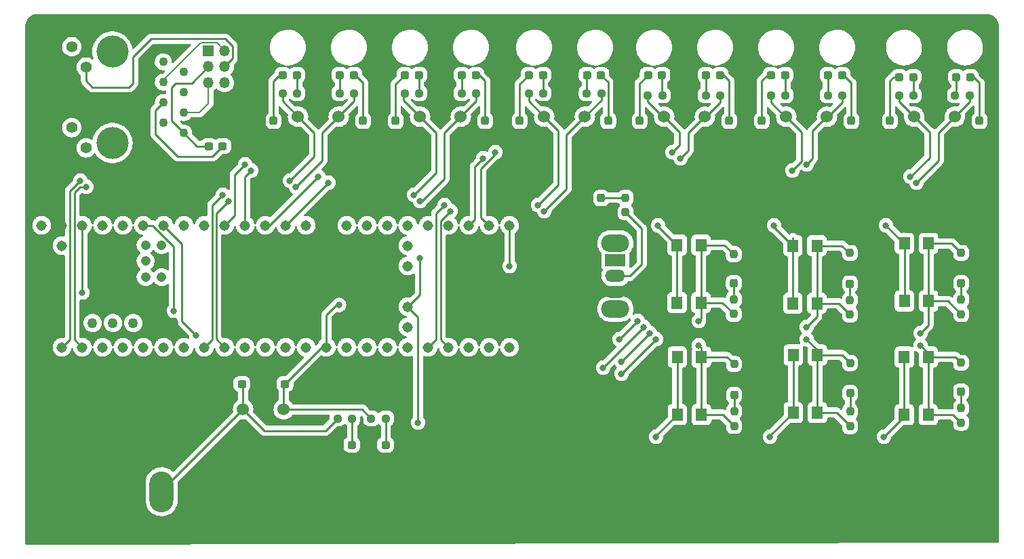
<source format=gtl>
G04 #@! TF.GenerationSoftware,KiCad,Pcbnew,(6.0.8)*
G04 #@! TF.CreationDate,2022-11-19T16:10:13-06:00*
G04 #@! TF.ProjectId,Driveboard_2023,44726976-6562-46f6-9172-645f32303233,rev?*
G04 #@! TF.SameCoordinates,Original*
G04 #@! TF.FileFunction,Copper,L1,Top*
G04 #@! TF.FilePolarity,Positive*
%FSLAX46Y46*%
G04 Gerber Fmt 4.6, Leading zero omitted, Abs format (unit mm)*
G04 Created by KiCad (PCBNEW (6.0.8)) date 2022-11-19 16:10:13*
%MOMM*%
%LPD*%
G01*
G04 APERTURE LIST*
G04 Aperture macros list*
%AMRoundRect*
0 Rectangle with rounded corners*
0 $1 Rounding radius*
0 $2 $3 $4 $5 $6 $7 $8 $9 X,Y pos of 4 corners*
0 Add a 4 corners polygon primitive as box body*
4,1,4,$2,$3,$4,$5,$6,$7,$8,$9,$2,$3,0*
0 Add four circle primitives for the rounded corners*
1,1,$1+$1,$2,$3*
1,1,$1+$1,$4,$5*
1,1,$1+$1,$6,$7*
1,1,$1+$1,$8,$9*
0 Add four rect primitives between the rounded corners*
20,1,$1+$1,$2,$3,$4,$5,0*
20,1,$1+$1,$4,$5,$6,$7,0*
20,1,$1+$1,$6,$7,$8,$9,0*
20,1,$1+$1,$8,$9,$2,$3,0*%
G04 Aperture macros list end*
G04 #@! TA.AperFunction,SMDPad,CuDef*
%ADD10RoundRect,0.237500X0.300000X0.237500X-0.300000X0.237500X-0.300000X-0.237500X0.300000X-0.237500X0*%
G04 #@! TD*
G04 #@! TA.AperFunction,ComponentPad*
%ADD11C,1.100000*%
G04 #@! TD*
G04 #@! TA.AperFunction,ComponentPad*
%ADD12C,1.400000*%
G04 #@! TD*
G04 #@! TA.AperFunction,ComponentPad*
%ADD13C,4.000000*%
G04 #@! TD*
G04 #@! TA.AperFunction,ComponentPad*
%ADD14C,2.000000*%
G04 #@! TD*
G04 #@! TA.AperFunction,SMDPad,CuDef*
%ADD15RoundRect,0.237500X0.287500X0.237500X-0.287500X0.237500X-0.287500X-0.237500X0.287500X-0.237500X0*%
G04 #@! TD*
G04 #@! TA.AperFunction,SMDPad,CuDef*
%ADD16R,1.400000X1.600000*%
G04 #@! TD*
G04 #@! TA.AperFunction,SMDPad,CuDef*
%ADD17RoundRect,0.237500X-0.237500X0.250000X-0.237500X-0.250000X0.237500X-0.250000X0.237500X0.250000X0*%
G04 #@! TD*
G04 #@! TA.AperFunction,SMDPad,CuDef*
%ADD18RoundRect,0.237500X-0.287500X-0.237500X0.287500X-0.237500X0.287500X0.237500X-0.287500X0.237500X0*%
G04 #@! TD*
G04 #@! TA.AperFunction,SMDPad,CuDef*
%ADD19RoundRect,0.237500X0.237500X-0.287500X0.237500X0.287500X-0.237500X0.287500X-0.237500X-0.287500X0*%
G04 #@! TD*
G04 #@! TA.AperFunction,SMDPad,CuDef*
%ADD20RoundRect,0.237500X-0.250000X-0.237500X0.250000X-0.237500X0.250000X0.237500X-0.250000X0.237500X0*%
G04 #@! TD*
G04 #@! TA.AperFunction,SMDPad,CuDef*
%ADD21RoundRect,0.237500X0.237500X-0.250000X0.237500X0.250000X-0.237500X0.250000X-0.237500X-0.250000X0*%
G04 #@! TD*
G04 #@! TA.AperFunction,ComponentPad*
%ADD22C,1.308000*%
G04 #@! TD*
G04 #@! TA.AperFunction,ComponentPad*
%ADD23C,1.258000*%
G04 #@! TD*
G04 #@! TA.AperFunction,ComponentPad*
%ADD24C,1.208000*%
G04 #@! TD*
G04 #@! TA.AperFunction,ComponentPad*
%ADD25O,3.500000X2.200000*%
G04 #@! TD*
G04 #@! TA.AperFunction,ComponentPad*
%ADD26R,2.500000X1.500000*%
G04 #@! TD*
G04 #@! TA.AperFunction,ComponentPad*
%ADD27O,2.500000X1.500000*%
G04 #@! TD*
G04 #@! TA.AperFunction,SMDPad,CuDef*
%ADD28RoundRect,0.237500X0.250000X0.237500X-0.250000X0.237500X-0.250000X-0.237500X0.250000X-0.237500X0*%
G04 #@! TD*
G04 #@! TA.AperFunction,SMDPad,CuDef*
%ADD29RoundRect,0.237500X-0.237500X0.287500X-0.237500X-0.287500X0.237500X-0.287500X0.237500X0.287500X0*%
G04 #@! TD*
G04 #@! TA.AperFunction,ComponentPad*
%ADD30C,1.524000*%
G04 #@! TD*
G04 #@! TA.AperFunction,ComponentPad*
%ADD31O,3.000000X5.100000*%
G04 #@! TD*
G04 #@! TA.AperFunction,ComponentPad*
%ADD32R,1.350000X1.350000*%
G04 #@! TD*
G04 #@! TA.AperFunction,ComponentPad*
%ADD33O,1.350000X1.350000*%
G04 #@! TD*
G04 #@! TA.AperFunction,SMDPad,CuDef*
%ADD34RoundRect,0.237500X-0.300000X-0.237500X0.300000X-0.237500X0.300000X0.237500X-0.300000X0.237500X0*%
G04 #@! TD*
G04 #@! TA.AperFunction,ViaPad*
%ADD35C,0.800000*%
G04 #@! TD*
G04 #@! TA.AperFunction,Conductor*
%ADD36C,0.250000*%
G04 #@! TD*
G04 #@! TA.AperFunction,Conductor*
%ADD37C,0.200000*%
G04 #@! TD*
G04 APERTURE END LIST*
D10*
X159866500Y-83058000D03*
X158141500Y-83058000D03*
D11*
X150062500Y-42799000D03*
X152602500Y-44069000D03*
X150062500Y-45339000D03*
X152602500Y-46609000D03*
X150062500Y-47879000D03*
X152602500Y-49149000D03*
X150062500Y-50419000D03*
X152602500Y-51689000D03*
D12*
X138632500Y-40919000D03*
X140422500Y-43459000D03*
X138632500Y-51029000D03*
X140422500Y-53569000D03*
D13*
X143712500Y-41529000D03*
X143712500Y-52959000D03*
D14*
X146762500Y-39369000D03*
X146762500Y-55119000D03*
D15*
X204710000Y-44450000D03*
X202960000Y-44450000D03*
D16*
X228714750Y-86640750D03*
X228714750Y-79440750D03*
X231714750Y-86640750D03*
X231714750Y-79440750D03*
D17*
X249658000Y-86068500D03*
X249658000Y-87893500D03*
D18*
X171845000Y-90678000D03*
X173595000Y-90678000D03*
D19*
X251968000Y-51929000D03*
X251968000Y-50179000D03*
D18*
X225947000Y-44450000D03*
X227697000Y-44450000D03*
D16*
X228661500Y-65779500D03*
X228661500Y-72979500D03*
X231661500Y-65779500D03*
X231661500Y-72979500D03*
D10*
X157480000Y-53340000D03*
X155755000Y-53340000D03*
D15*
X173849000Y-44450000D03*
X172099000Y-44450000D03*
D19*
X204724000Y-61581000D03*
X204724000Y-59831000D03*
D18*
X180227000Y-44450000D03*
X181977000Y-44450000D03*
D19*
X220726000Y-51929000D03*
X220726000Y-50179000D03*
D20*
X225909500Y-46990000D03*
X227734500Y-46990000D03*
D21*
X249682000Y-66698500D03*
X249682000Y-64873500D03*
D19*
X194564000Y-51929000D03*
X194564000Y-50179000D03*
D20*
X164949500Y-46736000D03*
X166774500Y-46736000D03*
D17*
X207772000Y-59793500D03*
X207772000Y-61618500D03*
D20*
X241911500Y-46990000D03*
X243736500Y-46990000D03*
D18*
X241949000Y-44704000D03*
X243699000Y-44704000D03*
D16*
X214236750Y-79694750D03*
X214236750Y-86894750D03*
X217236750Y-79694750D03*
X217236750Y-86894750D03*
D22*
X137414000Y-78486000D03*
X139954000Y-78486000D03*
X142494000Y-78486000D03*
X145034000Y-78486000D03*
X170434000Y-78486000D03*
X139954000Y-63246000D03*
X180594000Y-73406000D03*
X147574000Y-78486000D03*
X150114000Y-78486000D03*
D23*
X141224000Y-75436000D03*
D22*
X152654000Y-78486000D03*
X155194000Y-78486000D03*
X157734000Y-78486000D03*
X160274000Y-78486000D03*
X162814000Y-78486000D03*
X165354000Y-78486000D03*
X167894000Y-78486000D03*
X167894000Y-63246000D03*
X165354000Y-63246000D03*
X162814000Y-63246000D03*
X160274000Y-63246000D03*
X157734000Y-63246000D03*
X155194000Y-63246000D03*
X152654000Y-63246000D03*
X150114000Y-63246000D03*
X147574000Y-63246000D03*
X145034000Y-63246000D03*
X142494000Y-63246000D03*
X172974000Y-78486000D03*
X175514000Y-78486000D03*
X178054000Y-78486000D03*
X180594000Y-78486000D03*
X183134000Y-78486000D03*
X185674000Y-78486000D03*
X188214000Y-78486000D03*
X190754000Y-78486000D03*
X193294000Y-78486000D03*
X193294000Y-63246000D03*
X190754000Y-63246000D03*
X188214000Y-63246000D03*
X185674000Y-63246000D03*
X183134000Y-63246000D03*
X180594000Y-63246000D03*
X178054000Y-63246000D03*
X175514000Y-63246000D03*
X172974000Y-63246000D03*
D23*
X146304000Y-75436000D03*
X143764000Y-75436000D03*
D22*
X134874000Y-78486000D03*
X170434000Y-63246000D03*
X137414000Y-63246000D03*
X180594000Y-70866000D03*
D24*
X149844000Y-67696000D03*
X147844000Y-67696000D03*
D22*
X180594000Y-65786000D03*
X180594000Y-68326000D03*
D24*
X147844000Y-65696000D03*
X149844000Y-65696000D03*
X149844000Y-69696000D03*
X147844000Y-69696000D03*
D23*
X148844000Y-75436000D03*
X151384000Y-75436000D03*
D22*
X180594000Y-75946000D03*
X134874000Y-63246000D03*
X137414000Y-65786000D03*
D19*
X179070000Y-51929000D03*
X179070000Y-50179000D03*
D21*
X221285500Y-66845750D03*
X221285500Y-65020750D03*
D17*
X235802750Y-86501250D03*
X235802750Y-88326250D03*
D19*
X240792000Y-51929000D03*
X240792000Y-50179000D03*
D21*
X235798250Y-66698500D03*
X235798250Y-64873500D03*
D20*
X195683500Y-46736000D03*
X197508500Y-46736000D03*
D16*
X242570000Y-86894750D03*
X242570000Y-79694750D03*
X245570000Y-79694750D03*
X245570000Y-86894750D03*
D17*
X221285500Y-72499750D03*
X221285500Y-74324750D03*
D18*
X195721000Y-44450000D03*
X197471000Y-44450000D03*
D17*
X249682000Y-72503000D03*
X249682000Y-74328000D03*
D19*
X163830000Y-51929000D03*
X163830000Y-50179000D03*
X190246000Y-51929000D03*
X190246000Y-50179000D03*
X209550000Y-51929000D03*
X209550000Y-50179000D03*
D25*
X206502000Y-65464000D03*
X206502000Y-73664000D03*
D26*
X206502000Y-67564000D03*
D27*
X206502000Y-69564000D03*
X206502000Y-71564000D03*
D28*
X173886500Y-46736000D03*
X172061500Y-46736000D03*
D15*
X234809000Y-44450000D03*
X233059000Y-44450000D03*
D16*
X242594000Y-72688000D03*
X242594000Y-65488000D03*
X245594000Y-65488000D03*
X245594000Y-72688000D03*
D29*
X235798250Y-68787000D03*
X235798250Y-70537000D03*
X235802750Y-82474750D03*
X235802750Y-84224750D03*
D18*
X176059500Y-90678000D03*
X177809500Y-90678000D03*
D20*
X176022000Y-87376000D03*
X177847000Y-87376000D03*
D15*
X250811000Y-44704000D03*
X249061000Y-44704000D03*
D20*
X210566000Y-46990000D03*
X212391000Y-46990000D03*
D29*
X221285500Y-68727250D03*
X221285500Y-70477250D03*
D15*
X219569000Y-44450000D03*
X217819000Y-44450000D03*
D28*
X219606500Y-46990000D03*
X217781500Y-46990000D03*
D21*
X249658000Y-80414500D03*
X249658000Y-78589500D03*
D20*
X171807500Y-87376000D03*
X173632500Y-87376000D03*
D28*
X234846500Y-46990000D03*
X233021500Y-46990000D03*
D17*
X221324750Y-86473000D03*
X221324750Y-88298000D03*
D16*
X214197500Y-72896000D03*
X214197500Y-65696000D03*
X217197500Y-72896000D03*
X217197500Y-65696000D03*
D17*
X235798250Y-72559500D03*
X235798250Y-74384500D03*
D15*
X189089000Y-44450000D03*
X187339000Y-44450000D03*
D19*
X235966000Y-51929000D03*
X235966000Y-50179000D03*
D29*
X249658000Y-82296000D03*
X249658000Y-84046000D03*
D28*
X204747500Y-46736000D03*
X202922500Y-46736000D03*
D29*
X249682000Y-68730500D03*
X249682000Y-70480500D03*
D30*
X160020000Y-86233000D03*
X162560000Y-86233000D03*
X165100000Y-86233000D03*
D28*
X250745000Y-46990000D03*
X248920000Y-46990000D03*
D21*
X221324750Y-80565000D03*
X221324750Y-78740000D03*
D19*
X175006000Y-51929000D03*
X175006000Y-50179000D03*
X205613000Y-51929000D03*
X205613000Y-50179000D03*
D18*
X164987000Y-44450000D03*
X166737000Y-44450000D03*
D20*
X180189500Y-46736000D03*
X182014500Y-46736000D03*
D31*
X149860000Y-88646000D03*
X149860000Y-96520000D03*
X149860000Y-96520000D03*
D28*
X189126500Y-46736000D03*
X187301500Y-46736000D03*
D32*
X155702000Y-41402000D03*
D33*
X157702000Y-41402000D03*
X155702000Y-43402000D03*
X157702000Y-43402000D03*
X155702000Y-45402000D03*
X157702000Y-45402000D03*
D34*
X165253500Y-83058000D03*
X166978500Y-83058000D03*
D29*
X221324750Y-82700500D03*
X221324750Y-84450500D03*
D18*
X210580000Y-44450000D03*
X212330000Y-44450000D03*
D19*
X224790000Y-51929000D03*
X224790000Y-50179000D03*
D21*
X235802750Y-80452250D03*
X235802750Y-78627250D03*
D30*
X248882500Y-49657000D03*
X246342500Y-49657000D03*
X243802500Y-49657000D03*
X217678000Y-49657000D03*
X215138000Y-49657000D03*
X212598000Y-49657000D03*
X202692000Y-49657000D03*
X200152000Y-49657000D03*
X197612000Y-49657000D03*
X171958000Y-49657000D03*
X169418000Y-49657000D03*
X166878000Y-49657000D03*
X187198000Y-49657000D03*
X184658000Y-49657000D03*
X182118000Y-49657000D03*
X232918000Y-49657000D03*
X230378000Y-49657000D03*
X227838000Y-49657000D03*
D35*
X240030000Y-89662000D03*
X211836000Y-63246000D03*
X211582000Y-89662000D03*
X171995000Y-73189000D03*
X181864000Y-87884000D03*
X240284000Y-63246000D03*
X226314000Y-63246000D03*
X182118000Y-67310000D03*
X225806000Y-89662000D03*
X139954000Y-71628000D03*
X182118000Y-60198000D03*
X158242000Y-60198000D03*
X181356000Y-59436000D03*
X157480000Y-59436000D03*
X166624000Y-58420000D03*
X140462000Y-58420000D03*
X139700000Y-57658000D03*
X165862000Y-57658000D03*
X189992000Y-54864000D03*
X214630000Y-54864000D03*
X191516000Y-54102000D03*
X213614000Y-54102000D03*
X197612000Y-61468000D03*
X185928000Y-61468000D03*
X196850000Y-60706000D03*
X185166000Y-60706000D03*
X244094000Y-57912000D03*
X170688000Y-57912000D03*
X243332000Y-57150000D03*
X169418000Y-57150000D03*
X160274000Y-55626000D03*
X230378000Y-55626000D03*
X161036000Y-56388000D03*
X228600000Y-56388000D03*
X154178000Y-76962000D03*
X216916000Y-78232000D03*
X230378000Y-77470000D03*
X211582000Y-77470000D03*
X207264000Y-81788000D03*
X244602000Y-78232000D03*
X216916000Y-75184000D03*
X207010000Y-77470000D03*
X209296000Y-75184000D03*
X151384000Y-73914000D03*
X230378000Y-75946000D03*
X204978000Y-81026000D03*
X210058000Y-75946000D03*
X207264000Y-80264000D03*
X210820000Y-76708000D03*
X244602000Y-76708000D03*
X193294000Y-68326000D03*
D36*
X162687000Y-88900000D02*
X160020000Y-86233000D01*
X149860000Y-96393000D02*
X149860000Y-96520000D01*
X171807500Y-87376000D02*
X170283500Y-88900000D01*
X159866500Y-83058000D02*
X160020000Y-83211500D01*
X170283500Y-88900000D02*
X162687000Y-88900000D01*
X160020000Y-86233000D02*
X149860000Y-96393000D01*
X160020000Y-83211500D02*
X160020000Y-86233000D01*
X211582000Y-89549500D02*
X211582000Y-89662000D01*
X171667000Y-73189000D02*
X171995000Y-73189000D01*
X169825500Y-78486000D02*
X170434000Y-78486000D01*
X228661500Y-65779500D02*
X228661500Y-64831500D01*
X165100000Y-86233000D02*
X174879000Y-86233000D01*
X181864000Y-74676000D02*
X181864000Y-87884000D01*
X225806000Y-89549500D02*
X225806000Y-89662000D01*
X139954000Y-63246000D02*
X139954000Y-71628000D01*
X214197500Y-65696000D02*
X214197500Y-65099500D01*
X242570000Y-79694750D02*
X242570000Y-86894750D01*
X226314000Y-63432000D02*
X226314000Y-63246000D01*
X242526000Y-65488000D02*
X242594000Y-65488000D01*
X242594000Y-64794000D02*
X242594000Y-65488000D01*
X214236750Y-79694750D02*
X214236750Y-86894750D01*
X211836000Y-63334500D02*
X211836000Y-63246000D01*
X242570000Y-87122000D02*
X242570000Y-86894750D01*
X165100000Y-86233000D02*
X165100000Y-83158500D01*
X165100000Y-83158500D02*
X165200500Y-83058000D01*
X228661500Y-65779500D02*
X226314000Y-63432000D01*
X228661500Y-65779500D02*
X228661500Y-72979500D01*
X214197500Y-65696000D02*
X214197500Y-72896000D01*
X170434000Y-74422000D02*
X171667000Y-73189000D01*
X165253500Y-83058000D02*
X169825500Y-78486000D01*
X180594000Y-73406000D02*
X182118000Y-71882000D01*
X228714750Y-86640750D02*
X228714750Y-79440750D01*
X182118000Y-71882000D02*
X182118000Y-67310000D01*
X174879000Y-86233000D02*
X176022000Y-87376000D01*
X240030000Y-89662000D02*
X242570000Y-87122000D01*
X214236750Y-86894750D02*
X211582000Y-89549500D01*
X240284000Y-63246000D02*
X242526000Y-65488000D01*
X242594000Y-65488000D02*
X242594000Y-72688000D01*
X228714750Y-86640750D02*
X225806000Y-89549500D01*
X214197500Y-65696000D02*
X211836000Y-63334500D01*
X180594000Y-73406000D02*
X181864000Y-74676000D01*
X170434000Y-78486000D02*
X170434000Y-74422000D01*
X151863477Y-54610000D02*
X149098000Y-51844523D01*
X157480000Y-53340000D02*
X156210000Y-54610000D01*
X156210000Y-54610000D02*
X151863477Y-54610000D01*
X149098000Y-48843500D02*
X150062500Y-47879000D01*
X149098000Y-51844523D02*
X149098000Y-48843500D01*
X155755000Y-53340000D02*
X154253500Y-53340000D01*
X153645738Y-45458262D02*
X155702000Y-43402000D01*
X151601739Y-45458262D02*
X153645738Y-45458262D01*
X151057478Y-46002523D02*
X151601739Y-45458262D01*
X154253500Y-53340000D02*
X152602500Y-51689000D01*
X152602500Y-51689000D02*
X151057478Y-50143978D01*
X151057478Y-50143978D02*
X151057478Y-46002523D01*
X187198000Y-49657000D02*
X189126500Y-47728500D01*
X157734000Y-78486000D02*
X156680000Y-77432000D01*
X156680000Y-61760000D02*
X158242000Y-60198000D01*
X185166000Y-57404000D02*
X182372000Y-60198000D01*
X185166000Y-51689000D02*
X185166000Y-57404000D01*
X189126500Y-47728500D02*
X189126500Y-46736000D01*
X182372000Y-60198000D02*
X182118000Y-60198000D01*
X156680000Y-77432000D02*
X156680000Y-61760000D01*
X187198000Y-49657000D02*
X185166000Y-51689000D01*
X157480000Y-59436000D02*
X156173000Y-60743000D01*
X156173000Y-77507000D02*
X155194000Y-78486000D01*
X180086000Y-46736000D02*
X180086000Y-47625000D01*
X182118000Y-49657000D02*
X184150000Y-51689000D01*
X156173000Y-60743000D02*
X156173000Y-77507000D01*
X184150000Y-51689000D02*
X184150000Y-56642000D01*
X180086000Y-47625000D02*
X182118000Y-49657000D01*
X184150000Y-56642000D02*
X181356000Y-59436000D01*
X138975000Y-59145000D02*
X138975000Y-77507000D01*
X139700000Y-58420000D02*
X138975000Y-59145000D01*
X173886500Y-47728500D02*
X173886500Y-46736000D01*
X169926000Y-55118000D02*
X166624000Y-58420000D01*
X138975000Y-77507000D02*
X139954000Y-78486000D01*
X171958000Y-49657000D02*
X169926000Y-51689000D01*
X169926000Y-51689000D02*
X169926000Y-55118000D01*
X140462000Y-58420000D02*
X139700000Y-58420000D01*
X171958000Y-49657000D02*
X173886500Y-47728500D01*
X138393000Y-77507000D02*
X137414000Y-78486000D01*
X168910000Y-54610000D02*
X165862000Y-57658000D01*
X168910000Y-51689000D02*
X168910000Y-54610000D01*
X164949500Y-47728500D02*
X164949500Y-46736000D01*
X138393000Y-58965000D02*
X138393000Y-77507000D01*
X166878000Y-49657000D02*
X168910000Y-51689000D01*
X139700000Y-57658000D02*
X138393000Y-58965000D01*
X166878000Y-49657000D02*
X164949500Y-47728500D01*
X188976000Y-62484000D02*
X188214000Y-63246000D01*
X189992000Y-54864000D02*
X188976000Y-55880000D01*
X217678000Y-49657000D02*
X215646000Y-51689000D01*
X215646000Y-53848000D02*
X214630000Y-54864000D01*
X219606500Y-46990000D02*
X219606500Y-47855500D01*
X219606500Y-47855500D02*
X217678000Y-49784000D01*
X215646000Y-51689000D02*
X215646000Y-53848000D01*
X188976000Y-55880000D02*
X188976000Y-62484000D01*
X191516000Y-54365305D02*
X189738000Y-56143305D01*
X210566000Y-46990000D02*
X210566000Y-47752000D01*
X214503000Y-51562000D02*
X214503000Y-53213000D01*
X210566000Y-47752000D02*
X212598000Y-49784000D01*
X189738000Y-62230000D02*
X190754000Y-63246000D01*
X191516000Y-54102000D02*
X191516000Y-54365305D01*
X212598000Y-49657000D02*
X214503000Y-51562000D01*
X189738000Y-56143305D02*
X189738000Y-62230000D01*
X214503000Y-53213000D02*
X213614000Y-54102000D01*
X202692000Y-49657000D02*
X204747500Y-47601500D01*
X200660000Y-51689000D02*
X200406000Y-51943000D01*
X202692000Y-49657000D02*
X200660000Y-51689000D01*
X185928000Y-61468000D02*
X184695000Y-62701000D01*
X204470000Y-46839500D02*
X204366500Y-46736000D01*
X200406000Y-58674000D02*
X197612000Y-61468000D01*
X184695000Y-77507000D02*
X185674000Y-78486000D01*
X204747500Y-47601500D02*
X204747500Y-46736000D01*
X200406000Y-51943000D02*
X200406000Y-58674000D01*
X184695000Y-62701000D02*
X184695000Y-77507000D01*
X199390000Y-51435000D02*
X199390000Y-58166000D01*
X184150000Y-77470000D02*
X184150000Y-62121699D01*
X195683500Y-46736000D02*
X195683500Y-47728500D01*
X199390000Y-58166000D02*
X196850000Y-60706000D01*
X183134000Y-78486000D02*
X184150000Y-77470000D01*
X195683500Y-47728500D02*
X197612000Y-49657000D01*
X184150000Y-61722000D02*
X185166000Y-60706000D01*
X197612000Y-49657000D02*
X199390000Y-51435000D01*
X184150000Y-62121699D02*
X184150000Y-61722000D01*
X246888000Y-55118000D02*
X244094000Y-57912000D01*
X250745000Y-47794500D02*
X250745000Y-46990000D01*
X246888000Y-51651500D02*
X246888000Y-55118000D01*
X248882500Y-49657000D02*
X246888000Y-51651500D01*
X165354000Y-63246000D02*
X170688000Y-57912000D01*
X248882500Y-49657000D02*
X250745000Y-47794500D01*
X245707500Y-51562000D02*
X245707500Y-54774500D01*
X163322000Y-63246000D02*
X162814000Y-63246000D01*
X243802500Y-49657000D02*
X245707500Y-51562000D01*
X169418000Y-57150000D02*
X163322000Y-63246000D01*
X245707500Y-54774500D02*
X243332000Y-57150000D01*
X241911500Y-47766000D02*
X241911500Y-46990000D01*
X243802500Y-49657000D02*
X241911500Y-47766000D01*
X158967000Y-56933000D02*
X158967000Y-62013000D01*
X232918000Y-49657000D02*
X231140000Y-51435000D01*
X231140000Y-51435000D02*
X231140000Y-54102000D01*
X158967000Y-62013000D02*
X157734000Y-63246000D01*
X160274000Y-55626000D02*
X158967000Y-56933000D01*
X231140000Y-54102000D02*
X231140000Y-54864000D01*
X231140000Y-54864000D02*
X230378000Y-55626000D01*
X234846500Y-47855500D02*
X234846500Y-46990000D01*
X232918000Y-49784000D02*
X234846500Y-47855500D01*
X229743000Y-55245000D02*
X228600000Y-56388000D01*
X161036000Y-56388000D02*
X160274000Y-57150000D01*
X229743000Y-54483000D02*
X229743000Y-55245000D01*
X225909500Y-47855500D02*
X225909500Y-46990000D01*
X227838000Y-49784000D02*
X225909500Y-47855500D01*
X160274000Y-57150000D02*
X160274000Y-63246000D01*
X229743000Y-51562000D02*
X229743000Y-54483000D01*
X227838000Y-49657000D02*
X229743000Y-51562000D01*
D37*
X156727000Y-40427000D02*
X154727000Y-40427000D01*
X157702000Y-41402000D02*
X156727000Y-40427000D01*
X150062500Y-45091500D02*
X150062500Y-45339000D01*
X154727000Y-40427000D02*
X150062500Y-45091500D01*
D36*
X157804399Y-39948399D02*
X148519601Y-39948399D01*
X158702000Y-40846000D02*
X157804399Y-39948399D01*
X146304000Y-42164000D02*
X146304000Y-45466000D01*
X157702000Y-43402000D02*
X158702000Y-42402000D01*
X158702000Y-42402000D02*
X158702000Y-40846000D01*
X140422500Y-45172500D02*
X140422500Y-43459000D01*
X148519601Y-39948399D02*
X146304000Y-42164000D01*
X141224000Y-45974000D02*
X140422500Y-45172500D01*
X146304000Y-45466000D02*
X145796000Y-45974000D01*
X145796000Y-45974000D02*
X141224000Y-45974000D01*
D37*
X155702000Y-48006000D02*
X155702000Y-45402000D01*
X152602500Y-49149000D02*
X154559000Y-49149000D01*
X154559000Y-49149000D02*
X155702000Y-48006000D01*
D36*
X221324750Y-84450500D02*
X221324750Y-86473000D01*
X235802750Y-86501250D02*
X235802750Y-84224750D01*
X249658000Y-86068500D02*
X249658000Y-84046000D01*
X221285500Y-72499750D02*
X221285500Y-70477250D01*
X235798250Y-70537000D02*
X235798250Y-72559500D01*
X249682000Y-72503000D02*
X249682000Y-70480500D01*
X207772000Y-59793500D02*
X204761500Y-59793500D01*
X204761500Y-59793500D02*
X204724000Y-59831000D01*
X177847000Y-87376000D02*
X177847000Y-90640500D01*
X177847000Y-90640500D02*
X177809500Y-90678000D01*
X173632500Y-90640500D02*
X173632500Y-87376000D01*
X173595000Y-90678000D02*
X173632500Y-90640500D01*
X221324750Y-88298000D02*
X219921500Y-86894750D01*
X221324750Y-80565000D02*
X220454500Y-79694750D01*
X154178000Y-76962000D02*
X152400000Y-75184000D01*
X152400000Y-65532000D02*
X150114000Y-63246000D01*
X220454500Y-79694750D02*
X217236750Y-79694750D01*
X219921500Y-86894750D02*
X217236750Y-86894750D01*
X217236750Y-79694750D02*
X217236750Y-78552750D01*
X152400000Y-75184000D02*
X152400000Y-65532000D01*
X217236750Y-79694750D02*
X217236750Y-86894750D01*
X217236750Y-78552750D02*
X216916000Y-78232000D01*
X234117250Y-86640750D02*
X231714750Y-86640750D01*
X231714750Y-86640750D02*
X231714750Y-79440750D01*
X231714750Y-78806750D02*
X230378000Y-77470000D01*
X211582000Y-77470000D02*
X207264000Y-81788000D01*
X234791250Y-79440750D02*
X231714750Y-79440750D01*
X231714750Y-79440750D02*
X231714750Y-78806750D01*
X235802750Y-88326250D02*
X234117250Y-86640750D01*
X235802750Y-80452250D02*
X234791250Y-79440750D01*
X248659250Y-86894750D02*
X245570000Y-86894750D01*
X245570000Y-86894750D02*
X245570000Y-79694750D01*
X245570000Y-79200000D02*
X244602000Y-78232000D01*
X249658000Y-80414500D02*
X248938250Y-79694750D01*
X248938250Y-79694750D02*
X245570000Y-79694750D01*
X245570000Y-79694750D02*
X245570000Y-79200000D01*
X249658000Y-87893500D02*
X248659250Y-86894750D01*
X217197500Y-65696000D02*
X217197500Y-72896000D01*
X221285500Y-74324750D02*
X219856750Y-72896000D01*
X147574000Y-63246000D02*
X148707805Y-63246000D01*
X148707805Y-63246000D02*
X151384000Y-65922195D01*
X219856750Y-72896000D02*
X217197500Y-72896000D01*
X151384000Y-65922195D02*
X151384000Y-73914000D01*
X217197500Y-74902500D02*
X216916000Y-75184000D01*
X220135750Y-65696000D02*
X217197500Y-65696000D01*
X217197500Y-72896000D02*
X217197500Y-74902500D01*
X221285500Y-66845750D02*
X220135750Y-65696000D01*
X209296000Y-75184000D02*
X207010000Y-77470000D01*
X234393250Y-72979500D02*
X235798250Y-74384500D01*
X235798250Y-66698500D02*
X235694750Y-66698500D01*
X231661500Y-72979500D02*
X231661500Y-74662500D01*
X231661500Y-74662500D02*
X230378000Y-75946000D01*
X235694750Y-66698500D02*
X234775750Y-65779500D01*
X231661500Y-72979500D02*
X231661500Y-65779500D01*
X234775750Y-65779500D02*
X231661500Y-65779500D01*
X231661500Y-72979500D02*
X234393250Y-72979500D01*
X204978000Y-81026000D02*
X210058000Y-75946000D01*
X248042000Y-72688000D02*
X245594000Y-72688000D01*
X248471500Y-65488000D02*
X245594000Y-65488000D01*
X210820000Y-76708000D02*
X207264000Y-80264000D01*
X245594000Y-72688000D02*
X245594000Y-65488000D01*
X245594000Y-72688000D02*
X245594000Y-75716000D01*
X249682000Y-66698500D02*
X248471500Y-65488000D01*
X249682000Y-74328000D02*
X248042000Y-72688000D01*
X245594000Y-75716000D02*
X244602000Y-76708000D01*
X209804000Y-63650500D02*
X209804000Y-68072000D01*
X209804000Y-68072000D02*
X208312000Y-69564000D01*
X193294000Y-68326000D02*
X193294000Y-63246000D01*
X207772000Y-61618500D02*
X209804000Y-63650500D01*
X208312000Y-69564000D02*
X206502000Y-69564000D01*
X163830000Y-45212000D02*
X163830000Y-50179000D01*
X164592000Y-44450000D02*
X163830000Y-45212000D01*
X164987000Y-44450000D02*
X164592000Y-44450000D01*
X166774500Y-46736000D02*
X166774500Y-44549500D01*
X173849000Y-44450000D02*
X174041000Y-44450000D01*
X175006000Y-45415000D02*
X175006000Y-50179000D01*
X174041000Y-44450000D02*
X175006000Y-45415000D01*
X172099000Y-46698500D02*
X172061500Y-46736000D01*
X172099000Y-44450000D02*
X172099000Y-46698500D01*
X181977000Y-44450000D02*
X181977000Y-46698500D01*
X181977000Y-46698500D02*
X182014500Y-46736000D01*
X181889500Y-46714500D02*
X181911000Y-46736000D01*
X181864000Y-46585500D02*
X182014500Y-46736000D01*
X179070000Y-45607000D02*
X179070000Y-50179000D01*
X180227000Y-44450000D02*
X179070000Y-45607000D01*
X187301500Y-46736000D02*
X187301500Y-44575000D01*
X190246000Y-45186500D02*
X190246000Y-50179000D01*
X189509500Y-44450000D02*
X190246000Y-45186500D01*
X189089000Y-44450000D02*
X189509500Y-44450000D01*
X197217000Y-46698500D02*
X197254500Y-46736000D01*
X197485000Y-44450000D02*
X197485000Y-46698500D01*
X194564000Y-45607000D02*
X194564000Y-50179000D01*
X195721000Y-44450000D02*
X194564000Y-45607000D01*
X202920500Y-46611000D02*
X202795500Y-46736000D01*
X202922500Y-46736000D02*
X202922500Y-44575000D01*
X204710000Y-44450000D02*
X205613000Y-45353000D01*
X205613000Y-45353000D02*
X205613000Y-50179000D01*
X204583000Y-44450000D02*
X204749500Y-44450000D01*
X212330000Y-46929000D02*
X212391000Y-46990000D01*
X212330000Y-44450000D02*
X212330000Y-46929000D01*
X209550000Y-45480000D02*
X209550000Y-50179000D01*
X210580000Y-44450000D02*
X209550000Y-45480000D01*
X217781500Y-46990000D02*
X217781500Y-44575000D01*
X219989500Y-44450000D02*
X220726000Y-45186500D01*
X219569000Y-44450000D02*
X219989500Y-44450000D01*
X220726000Y-45186500D02*
X220726000Y-50179000D01*
X224790000Y-50179000D02*
X224790000Y-45186500D01*
X225526500Y-44450000D02*
X224790000Y-45186500D01*
X225947000Y-44450000D02*
X225526500Y-44450000D01*
X227734500Y-46990000D02*
X227734500Y-44575000D01*
X235966000Y-45440500D02*
X235966000Y-50179000D01*
X234975500Y-44450000D02*
X235966000Y-45440500D01*
X234809000Y-44450000D02*
X234975500Y-44450000D01*
X233021500Y-46990000D02*
X233021500Y-44321000D01*
X241274500Y-44704000D02*
X240792000Y-45186500D01*
X241949000Y-44704000D02*
X241274500Y-44704000D01*
X240792000Y-45186500D02*
X240792000Y-50179000D01*
X243736500Y-46990000D02*
X243736500Y-44575000D01*
X251231500Y-44704000D02*
X251968000Y-45440500D01*
X251968000Y-50179000D02*
X251968000Y-45440500D01*
X250811000Y-44704000D02*
X251231500Y-44704000D01*
X249061000Y-46849000D02*
X248920000Y-46990000D01*
X249061000Y-44704000D02*
X249061000Y-46849000D01*
G04 #@! TA.AperFunction,Conductor*
G36*
X180404520Y-36828073D02*
G01*
X253052162Y-36830498D01*
X253077808Y-36833136D01*
X253251423Y-36869243D01*
X253268809Y-36874186D01*
X253363779Y-36908724D01*
X253459866Y-36943669D01*
X253476386Y-36951060D01*
X253655518Y-37047199D01*
X253670808Y-37056880D01*
X253826756Y-37172104D01*
X253834318Y-37177691D01*
X253848064Y-37189464D01*
X253992575Y-37332451D01*
X254004492Y-37346071D01*
X254040394Y-37393599D01*
X254127028Y-37508290D01*
X254136870Y-37523475D01*
X254172541Y-37588280D01*
X254234902Y-37701575D01*
X254242466Y-37718012D01*
X254313971Y-37908321D01*
X254319104Y-37925677D01*
X254362605Y-38124267D01*
X254365197Y-38142173D01*
X254370997Y-38222716D01*
X254377487Y-38312851D01*
X254376783Y-38329878D01*
X254376800Y-38329878D01*
X254376690Y-38338852D01*
X254375309Y-38347724D01*
X254376473Y-38356626D01*
X254376473Y-38356628D01*
X254379436Y-38379283D01*
X254380500Y-38395621D01*
X254380500Y-102749067D01*
X254360498Y-102817188D01*
X254306842Y-102863681D01*
X254254779Y-102875067D01*
X214168340Y-102963949D01*
X132968777Y-103143990D01*
X132900614Y-103124139D01*
X132854003Y-103070586D01*
X132842500Y-103017990D01*
X132842500Y-78455439D01*
X136246920Y-78455439D01*
X136260894Y-78668634D01*
X136313485Y-78875713D01*
X136402933Y-79069740D01*
X136406266Y-79074456D01*
X136506434Y-79216191D01*
X136526241Y-79244218D01*
X136530383Y-79248253D01*
X136579656Y-79296252D01*
X136679281Y-79393302D01*
X136684084Y-79396512D01*
X136684085Y-79396512D01*
X136717483Y-79418828D01*
X136856927Y-79512001D01*
X136862230Y-79514279D01*
X136862233Y-79514281D01*
X137015762Y-79580242D01*
X137053229Y-79596339D01*
X137154993Y-79619366D01*
X137255977Y-79642217D01*
X137255980Y-79642217D01*
X137261613Y-79643492D01*
X137267384Y-79643719D01*
X137267386Y-79643719D01*
X137332363Y-79646272D01*
X137475101Y-79651880D01*
X137603699Y-79633234D01*
X137680829Y-79622051D01*
X137680834Y-79622050D01*
X137686543Y-79621222D01*
X137692007Y-79619367D01*
X137692012Y-79619366D01*
X137883389Y-79554402D01*
X137888857Y-79552546D01*
X138075268Y-79448151D01*
X138239533Y-79311533D01*
X138376151Y-79147268D01*
X138480546Y-78960857D01*
X138511349Y-78870113D01*
X138547366Y-78764012D01*
X138547367Y-78764007D01*
X138549222Y-78758543D01*
X138558090Y-78697379D01*
X138587660Y-78632835D01*
X138647431Y-78594522D01*
X138718428Y-78594606D01*
X138778108Y-78633061D01*
X138804909Y-78684445D01*
X138823728Y-78758543D01*
X138853485Y-78875713D01*
X138942933Y-79069740D01*
X138946266Y-79074456D01*
X139046434Y-79216191D01*
X139066241Y-79244218D01*
X139070383Y-79248253D01*
X139119656Y-79296252D01*
X139219281Y-79393302D01*
X139224084Y-79396512D01*
X139224085Y-79396512D01*
X139257483Y-79418828D01*
X139396927Y-79512001D01*
X139402230Y-79514279D01*
X139402233Y-79514281D01*
X139555762Y-79580242D01*
X139593229Y-79596339D01*
X139694993Y-79619366D01*
X139795977Y-79642217D01*
X139795980Y-79642217D01*
X139801613Y-79643492D01*
X139807384Y-79643719D01*
X139807386Y-79643719D01*
X139872363Y-79646272D01*
X140015101Y-79651880D01*
X140143699Y-79633234D01*
X140220829Y-79622051D01*
X140220834Y-79622050D01*
X140226543Y-79621222D01*
X140232007Y-79619367D01*
X140232012Y-79619366D01*
X140423389Y-79554402D01*
X140428857Y-79552546D01*
X140615268Y-79448151D01*
X140779533Y-79311533D01*
X140916151Y-79147268D01*
X141020546Y-78960857D01*
X141051349Y-78870113D01*
X141087366Y-78764012D01*
X141087367Y-78764007D01*
X141089222Y-78758543D01*
X141098090Y-78697379D01*
X141127660Y-78632835D01*
X141187431Y-78594522D01*
X141258428Y-78594606D01*
X141318108Y-78633061D01*
X141344909Y-78684445D01*
X141363728Y-78758543D01*
X141393485Y-78875713D01*
X141482933Y-79069740D01*
X141486266Y-79074456D01*
X141586434Y-79216191D01*
X141606241Y-79244218D01*
X141610383Y-79248253D01*
X141659656Y-79296252D01*
X141759281Y-79393302D01*
X141764084Y-79396512D01*
X141764085Y-79396512D01*
X141797483Y-79418828D01*
X141936927Y-79512001D01*
X141942230Y-79514279D01*
X141942233Y-79514281D01*
X142095762Y-79580242D01*
X142133229Y-79596339D01*
X142234993Y-79619366D01*
X142335977Y-79642217D01*
X142335980Y-79642217D01*
X142341613Y-79643492D01*
X142347384Y-79643719D01*
X142347386Y-79643719D01*
X142412363Y-79646272D01*
X142555101Y-79651880D01*
X142683699Y-79633234D01*
X142760829Y-79622051D01*
X142760834Y-79622050D01*
X142766543Y-79621222D01*
X142772007Y-79619367D01*
X142772012Y-79619366D01*
X142963389Y-79554402D01*
X142968857Y-79552546D01*
X143155268Y-79448151D01*
X143319533Y-79311533D01*
X143456151Y-79147268D01*
X143560546Y-78960857D01*
X143591349Y-78870113D01*
X143627366Y-78764012D01*
X143627367Y-78764007D01*
X143629222Y-78758543D01*
X143638090Y-78697379D01*
X143667660Y-78632835D01*
X143727431Y-78594522D01*
X143798428Y-78594606D01*
X143858108Y-78633061D01*
X143884909Y-78684445D01*
X143903728Y-78758543D01*
X143933485Y-78875713D01*
X144022933Y-79069740D01*
X144026266Y-79074456D01*
X144126434Y-79216191D01*
X144146241Y-79244218D01*
X144150383Y-79248253D01*
X144199656Y-79296252D01*
X144299281Y-79393302D01*
X144304084Y-79396512D01*
X144304085Y-79396512D01*
X144337483Y-79418828D01*
X144476927Y-79512001D01*
X144482230Y-79514279D01*
X144482233Y-79514281D01*
X144635762Y-79580242D01*
X144673229Y-79596339D01*
X144774993Y-79619366D01*
X144875977Y-79642217D01*
X144875980Y-79642217D01*
X144881613Y-79643492D01*
X144887384Y-79643719D01*
X144887386Y-79643719D01*
X144952363Y-79646272D01*
X145095101Y-79651880D01*
X145223699Y-79633234D01*
X145300829Y-79622051D01*
X145300834Y-79622050D01*
X145306543Y-79621222D01*
X145312007Y-79619367D01*
X145312012Y-79619366D01*
X145503389Y-79554402D01*
X145508857Y-79552546D01*
X145695268Y-79448151D01*
X145859533Y-79311533D01*
X145996151Y-79147268D01*
X146100546Y-78960857D01*
X146131349Y-78870113D01*
X146167366Y-78764012D01*
X146167367Y-78764007D01*
X146169222Y-78758543D01*
X146178090Y-78697379D01*
X146207660Y-78632835D01*
X146267431Y-78594522D01*
X146338428Y-78594606D01*
X146398108Y-78633061D01*
X146424909Y-78684445D01*
X146443728Y-78758543D01*
X146473485Y-78875713D01*
X146562933Y-79069740D01*
X146566266Y-79074456D01*
X146666434Y-79216191D01*
X146686241Y-79244218D01*
X146690383Y-79248253D01*
X146739656Y-79296252D01*
X146839281Y-79393302D01*
X146844084Y-79396512D01*
X146844085Y-79396512D01*
X146877483Y-79418828D01*
X147016927Y-79512001D01*
X147022230Y-79514279D01*
X147022233Y-79514281D01*
X147175762Y-79580242D01*
X147213229Y-79596339D01*
X147314993Y-79619366D01*
X147415977Y-79642217D01*
X147415980Y-79642217D01*
X147421613Y-79643492D01*
X147427384Y-79643719D01*
X147427386Y-79643719D01*
X147492363Y-79646272D01*
X147635101Y-79651880D01*
X147763699Y-79633234D01*
X147840829Y-79622051D01*
X147840834Y-79622050D01*
X147846543Y-79621222D01*
X147852007Y-79619367D01*
X147852012Y-79619366D01*
X148043389Y-79554402D01*
X148048857Y-79552546D01*
X148235268Y-79448151D01*
X148399533Y-79311533D01*
X148536151Y-79147268D01*
X148640546Y-78960857D01*
X148671349Y-78870113D01*
X148707366Y-78764012D01*
X148707367Y-78764007D01*
X148709222Y-78758543D01*
X148718090Y-78697379D01*
X148747660Y-78632835D01*
X148807431Y-78594522D01*
X148878428Y-78594606D01*
X148938108Y-78633061D01*
X148964909Y-78684445D01*
X148983728Y-78758543D01*
X149013485Y-78875713D01*
X149102933Y-79069740D01*
X149106266Y-79074456D01*
X149206434Y-79216191D01*
X149226241Y-79244218D01*
X149230383Y-79248253D01*
X149279656Y-79296252D01*
X149379281Y-79393302D01*
X149384084Y-79396512D01*
X149384085Y-79396512D01*
X149417483Y-79418828D01*
X149556927Y-79512001D01*
X149562230Y-79514279D01*
X149562233Y-79514281D01*
X149715762Y-79580242D01*
X149753229Y-79596339D01*
X149854993Y-79619366D01*
X149955977Y-79642217D01*
X149955980Y-79642217D01*
X149961613Y-79643492D01*
X149967384Y-79643719D01*
X149967386Y-79643719D01*
X150032363Y-79646272D01*
X150175101Y-79651880D01*
X150303699Y-79633234D01*
X150380829Y-79622051D01*
X150380834Y-79622050D01*
X150386543Y-79621222D01*
X150392007Y-79619367D01*
X150392012Y-79619366D01*
X150583389Y-79554402D01*
X150588857Y-79552546D01*
X150775268Y-79448151D01*
X150939533Y-79311533D01*
X151076151Y-79147268D01*
X151180546Y-78960857D01*
X151211349Y-78870113D01*
X151247366Y-78764012D01*
X151247367Y-78764007D01*
X151249222Y-78758543D01*
X151258090Y-78697379D01*
X151287660Y-78632835D01*
X151347431Y-78594522D01*
X151418428Y-78594606D01*
X151478108Y-78633061D01*
X151504909Y-78684445D01*
X151523728Y-78758543D01*
X151553485Y-78875713D01*
X151642933Y-79069740D01*
X151646266Y-79074456D01*
X151746434Y-79216191D01*
X151766241Y-79244218D01*
X151770383Y-79248253D01*
X151819656Y-79296252D01*
X151919281Y-79393302D01*
X151924084Y-79396512D01*
X151924085Y-79396512D01*
X151957483Y-79418828D01*
X152096927Y-79512001D01*
X152102230Y-79514279D01*
X152102233Y-79514281D01*
X152255762Y-79580242D01*
X152293229Y-79596339D01*
X152394993Y-79619366D01*
X152495977Y-79642217D01*
X152495980Y-79642217D01*
X152501613Y-79643492D01*
X152507384Y-79643719D01*
X152507386Y-79643719D01*
X152572363Y-79646272D01*
X152715101Y-79651880D01*
X152843699Y-79633234D01*
X152920829Y-79622051D01*
X152920834Y-79622050D01*
X152926543Y-79621222D01*
X152932007Y-79619367D01*
X152932012Y-79619366D01*
X153123389Y-79554402D01*
X153128857Y-79552546D01*
X153315268Y-79448151D01*
X153479533Y-79311533D01*
X153616151Y-79147268D01*
X153720546Y-78960857D01*
X153751349Y-78870113D01*
X153787366Y-78764012D01*
X153787367Y-78764007D01*
X153789222Y-78758543D01*
X153798090Y-78697379D01*
X153827660Y-78632835D01*
X153887431Y-78594522D01*
X153958428Y-78594606D01*
X154018108Y-78633061D01*
X154044909Y-78684445D01*
X154063728Y-78758543D01*
X154093485Y-78875713D01*
X154182933Y-79069740D01*
X154186266Y-79074456D01*
X154286434Y-79216191D01*
X154306241Y-79244218D01*
X154310383Y-79248253D01*
X154359656Y-79296252D01*
X154459281Y-79393302D01*
X154464084Y-79396512D01*
X154464085Y-79396512D01*
X154497483Y-79418828D01*
X154636927Y-79512001D01*
X154642230Y-79514279D01*
X154642233Y-79514281D01*
X154795762Y-79580242D01*
X154833229Y-79596339D01*
X154934993Y-79619366D01*
X155035977Y-79642217D01*
X155035980Y-79642217D01*
X155041613Y-79643492D01*
X155047384Y-79643719D01*
X155047386Y-79643719D01*
X155112363Y-79646272D01*
X155255101Y-79651880D01*
X155383699Y-79633234D01*
X155460829Y-79622051D01*
X155460834Y-79622050D01*
X155466543Y-79621222D01*
X155472007Y-79619367D01*
X155472012Y-79619366D01*
X155663389Y-79554402D01*
X155668857Y-79552546D01*
X155855268Y-79448151D01*
X156019533Y-79311533D01*
X156156151Y-79147268D01*
X156260546Y-78960857D01*
X156291349Y-78870113D01*
X156327366Y-78764012D01*
X156327367Y-78764007D01*
X156329222Y-78758543D01*
X156338090Y-78697379D01*
X156367660Y-78632835D01*
X156427431Y-78594522D01*
X156498428Y-78594606D01*
X156558108Y-78633061D01*
X156584909Y-78684445D01*
X156603728Y-78758543D01*
X156633485Y-78875713D01*
X156722933Y-79069740D01*
X156726266Y-79074456D01*
X156826434Y-79216191D01*
X156846241Y-79244218D01*
X156850383Y-79248253D01*
X156899656Y-79296252D01*
X156999281Y-79393302D01*
X157004084Y-79396512D01*
X157004085Y-79396512D01*
X157037483Y-79418828D01*
X157176927Y-79512001D01*
X157182230Y-79514279D01*
X157182233Y-79514281D01*
X157335762Y-79580242D01*
X157373229Y-79596339D01*
X157474993Y-79619366D01*
X157575977Y-79642217D01*
X157575980Y-79642217D01*
X157581613Y-79643492D01*
X157587384Y-79643719D01*
X157587386Y-79643719D01*
X157652363Y-79646272D01*
X157795101Y-79651880D01*
X157923699Y-79633234D01*
X158000829Y-79622051D01*
X158000834Y-79622050D01*
X158006543Y-79621222D01*
X158012007Y-79619367D01*
X158012012Y-79619366D01*
X158203389Y-79554402D01*
X158208857Y-79552546D01*
X158395268Y-79448151D01*
X158559533Y-79311533D01*
X158696151Y-79147268D01*
X158800546Y-78960857D01*
X158831349Y-78870113D01*
X158867366Y-78764012D01*
X158867367Y-78764007D01*
X158869222Y-78758543D01*
X158878090Y-78697379D01*
X158907660Y-78632835D01*
X158967431Y-78594522D01*
X159038428Y-78594606D01*
X159098108Y-78633061D01*
X159124909Y-78684445D01*
X159143728Y-78758543D01*
X159173485Y-78875713D01*
X159262933Y-79069740D01*
X159266266Y-79074456D01*
X159366434Y-79216191D01*
X159386241Y-79244218D01*
X159390383Y-79248253D01*
X159439656Y-79296252D01*
X159539281Y-79393302D01*
X159544084Y-79396512D01*
X159544085Y-79396512D01*
X159577483Y-79418828D01*
X159716927Y-79512001D01*
X159722230Y-79514279D01*
X159722233Y-79514281D01*
X159875762Y-79580242D01*
X159913229Y-79596339D01*
X160014993Y-79619366D01*
X160115977Y-79642217D01*
X160115980Y-79642217D01*
X160121613Y-79643492D01*
X160127384Y-79643719D01*
X160127386Y-79643719D01*
X160192363Y-79646272D01*
X160335101Y-79651880D01*
X160463699Y-79633234D01*
X160540829Y-79622051D01*
X160540834Y-79622050D01*
X160546543Y-79621222D01*
X160552007Y-79619367D01*
X160552012Y-79619366D01*
X160743389Y-79554402D01*
X160748857Y-79552546D01*
X160935268Y-79448151D01*
X161099533Y-79311533D01*
X161236151Y-79147268D01*
X161340546Y-78960857D01*
X161371349Y-78870113D01*
X161407366Y-78764012D01*
X161407367Y-78764007D01*
X161409222Y-78758543D01*
X161418090Y-78697379D01*
X161447660Y-78632835D01*
X161507431Y-78594522D01*
X161578428Y-78594606D01*
X161638108Y-78633061D01*
X161664909Y-78684445D01*
X161683728Y-78758543D01*
X161713485Y-78875713D01*
X161802933Y-79069740D01*
X161806266Y-79074456D01*
X161906434Y-79216191D01*
X161926241Y-79244218D01*
X161930383Y-79248253D01*
X161979656Y-79296252D01*
X162079281Y-79393302D01*
X162084084Y-79396512D01*
X162084085Y-79396512D01*
X162117483Y-79418828D01*
X162256927Y-79512001D01*
X162262230Y-79514279D01*
X162262233Y-79514281D01*
X162415762Y-79580242D01*
X162453229Y-79596339D01*
X162554993Y-79619366D01*
X162655977Y-79642217D01*
X162655980Y-79642217D01*
X162661613Y-79643492D01*
X162667384Y-79643719D01*
X162667386Y-79643719D01*
X162732363Y-79646272D01*
X162875101Y-79651880D01*
X163003699Y-79633234D01*
X163080829Y-79622051D01*
X163080834Y-79622050D01*
X163086543Y-79621222D01*
X163092007Y-79619367D01*
X163092012Y-79619366D01*
X163283389Y-79554402D01*
X163288857Y-79552546D01*
X163475268Y-79448151D01*
X163639533Y-79311533D01*
X163776151Y-79147268D01*
X163880546Y-78960857D01*
X163911349Y-78870113D01*
X163947366Y-78764012D01*
X163947367Y-78764007D01*
X163949222Y-78758543D01*
X163958090Y-78697379D01*
X163987660Y-78632835D01*
X164047431Y-78594522D01*
X164118428Y-78594606D01*
X164178108Y-78633061D01*
X164204909Y-78684445D01*
X164223728Y-78758543D01*
X164253485Y-78875713D01*
X164342933Y-79069740D01*
X164346266Y-79074456D01*
X164446434Y-79216191D01*
X164466241Y-79244218D01*
X164470383Y-79248253D01*
X164519656Y-79296252D01*
X164619281Y-79393302D01*
X164624084Y-79396512D01*
X164624085Y-79396512D01*
X164657483Y-79418828D01*
X164796927Y-79512001D01*
X164802230Y-79514279D01*
X164802233Y-79514281D01*
X164955762Y-79580242D01*
X164993229Y-79596339D01*
X165094993Y-79619366D01*
X165195977Y-79642217D01*
X165195980Y-79642217D01*
X165201613Y-79643492D01*
X165207384Y-79643719D01*
X165207386Y-79643719D01*
X165272363Y-79646272D01*
X165415101Y-79651880D01*
X165543699Y-79633234D01*
X165620829Y-79622051D01*
X165620834Y-79622050D01*
X165626543Y-79621222D01*
X165632007Y-79619367D01*
X165632012Y-79619366D01*
X165823389Y-79554402D01*
X165828857Y-79552546D01*
X166015268Y-79448151D01*
X166179533Y-79311533D01*
X166316151Y-79147268D01*
X166420546Y-78960857D01*
X166451349Y-78870113D01*
X166487366Y-78764012D01*
X166487367Y-78764007D01*
X166489222Y-78758543D01*
X166498090Y-78697379D01*
X166527660Y-78632835D01*
X166587431Y-78594522D01*
X166658428Y-78594606D01*
X166718108Y-78633061D01*
X166744909Y-78684445D01*
X166763728Y-78758543D01*
X166793485Y-78875713D01*
X166882933Y-79069740D01*
X166886266Y-79074456D01*
X166986434Y-79216191D01*
X167006241Y-79244218D01*
X167010383Y-79248253D01*
X167059656Y-79296252D01*
X167159281Y-79393302D01*
X167164084Y-79396512D01*
X167164085Y-79396512D01*
X167197483Y-79418828D01*
X167336927Y-79512001D01*
X167342230Y-79514279D01*
X167342233Y-79514281D01*
X167495762Y-79580242D01*
X167533229Y-79596339D01*
X167538865Y-79597614D01*
X167538867Y-79597615D01*
X167543627Y-79598692D01*
X167605654Y-79633234D01*
X167639159Y-79695828D01*
X167633505Y-79766599D01*
X167604915Y-79810680D01*
X165378000Y-82037595D01*
X165315688Y-82071621D01*
X165288905Y-82074500D01*
X164903928Y-82074500D01*
X164900682Y-82074837D01*
X164900678Y-82074837D01*
X164806765Y-82084581D01*
X164806761Y-82084582D01*
X164799907Y-82085293D01*
X164793371Y-82087474D01*
X164793369Y-82087474D01*
X164660605Y-82131768D01*
X164634893Y-82140346D01*
X164486969Y-82231884D01*
X164481796Y-82237066D01*
X164369242Y-82349816D01*
X164369238Y-82349821D01*
X164364071Y-82354997D01*
X164360231Y-82361227D01*
X164360230Y-82361228D01*
X164277364Y-82495662D01*
X164272791Y-82503080D01*
X164218026Y-82668191D01*
X164217326Y-82675027D01*
X164217325Y-82675030D01*
X164212049Y-82726526D01*
X164207500Y-82770928D01*
X164207500Y-83345072D01*
X164207837Y-83348318D01*
X164207837Y-83348322D01*
X164217462Y-83441080D01*
X164218293Y-83449093D01*
X164220474Y-83455629D01*
X164220474Y-83455631D01*
X164229369Y-83482291D01*
X164273346Y-83614107D01*
X164364884Y-83762031D01*
X164370066Y-83767204D01*
X164370070Y-83767209D01*
X164429517Y-83826552D01*
X164463597Y-83888834D01*
X164466500Y-83915725D01*
X164466500Y-85059996D01*
X164446498Y-85128117D01*
X164412771Y-85163209D01*
X164284730Y-85252864D01*
X164284727Y-85252866D01*
X164280219Y-85256023D01*
X164123023Y-85413219D01*
X164119866Y-85417727D01*
X164119864Y-85417730D01*
X164001439Y-85586859D01*
X163995512Y-85595324D01*
X163993189Y-85600306D01*
X163993186Y-85600311D01*
X163909132Y-85780566D01*
X163901560Y-85796804D01*
X163844022Y-86011537D01*
X163824647Y-86233000D01*
X163844022Y-86454463D01*
X163901560Y-86669196D01*
X163903882Y-86674177D01*
X163903883Y-86674178D01*
X163993186Y-86865689D01*
X163993189Y-86865694D01*
X163995512Y-86870676D01*
X163998668Y-86875183D01*
X163998669Y-86875185D01*
X164114368Y-87040420D01*
X164123023Y-87052781D01*
X164280219Y-87209977D01*
X164284727Y-87213134D01*
X164284730Y-87213136D01*
X164308589Y-87229842D01*
X164462323Y-87337488D01*
X164467305Y-87339811D01*
X164467310Y-87339814D01*
X164625983Y-87413804D01*
X164663804Y-87431440D01*
X164669112Y-87432862D01*
X164669114Y-87432863D01*
X164698437Y-87440720D01*
X164878537Y-87488978D01*
X165100000Y-87508353D01*
X165321463Y-87488978D01*
X165501563Y-87440720D01*
X165530886Y-87432863D01*
X165530888Y-87432862D01*
X165536196Y-87431440D01*
X165574017Y-87413804D01*
X165732690Y-87339814D01*
X165732695Y-87339811D01*
X165737677Y-87337488D01*
X165891411Y-87229842D01*
X165915270Y-87213136D01*
X165915273Y-87213134D01*
X165919781Y-87209977D01*
X166076977Y-87052781D01*
X166085633Y-87040420D01*
X166169791Y-86920229D01*
X166225248Y-86875901D01*
X166273004Y-86866500D01*
X170694720Y-86866500D01*
X170762841Y-86886502D01*
X170809334Y-86940158D01*
X170820064Y-87005342D01*
X170811500Y-87088928D01*
X170811500Y-87423905D01*
X170791498Y-87492026D01*
X170774595Y-87513000D01*
X170058000Y-88229595D01*
X169995688Y-88263621D01*
X169968905Y-88266500D01*
X163001594Y-88266500D01*
X162933473Y-88246498D01*
X162912499Y-88229595D01*
X161298126Y-86615221D01*
X161264100Y-86552909D01*
X161265515Y-86493514D01*
X161274553Y-86459783D01*
X161274554Y-86459776D01*
X161275978Y-86454463D01*
X161295353Y-86233000D01*
X161275978Y-86011537D01*
X161218440Y-85796804D01*
X161210868Y-85780566D01*
X161126814Y-85600311D01*
X161126811Y-85600306D01*
X161124488Y-85595324D01*
X161118561Y-85586859D01*
X161000136Y-85417730D01*
X161000134Y-85417727D01*
X160996977Y-85413219D01*
X160839781Y-85256023D01*
X160835273Y-85252866D01*
X160835270Y-85252864D01*
X160707229Y-85163209D01*
X160662901Y-85107752D01*
X160653500Y-85059996D01*
X160653500Y-83915738D01*
X160673502Y-83847617D01*
X160690327Y-83826721D01*
X160750754Y-83766188D01*
X160750758Y-83766183D01*
X160755929Y-83761003D01*
X160759770Y-83754772D01*
X160843369Y-83619150D01*
X160843370Y-83619148D01*
X160847209Y-83612920D01*
X160901974Y-83447809D01*
X160903424Y-83433662D01*
X160911604Y-83353816D01*
X160912500Y-83345072D01*
X160912500Y-82770928D01*
X160904778Y-82696500D01*
X160902419Y-82673765D01*
X160902418Y-82673761D01*
X160901707Y-82666907D01*
X160871124Y-82575237D01*
X160848972Y-82508841D01*
X160846654Y-82501893D01*
X160755116Y-82353969D01*
X160726040Y-82324944D01*
X160637184Y-82236242D01*
X160637179Y-82236238D01*
X160632003Y-82231071D01*
X160483920Y-82139791D01*
X160318809Y-82085026D01*
X160311973Y-82084326D01*
X160311970Y-82084325D01*
X160260474Y-82079049D01*
X160216072Y-82074500D01*
X159516928Y-82074500D01*
X159513682Y-82074837D01*
X159513678Y-82074837D01*
X159419765Y-82084581D01*
X159419761Y-82084582D01*
X159412907Y-82085293D01*
X159406371Y-82087474D01*
X159406369Y-82087474D01*
X159273605Y-82131768D01*
X159247893Y-82140346D01*
X159099969Y-82231884D01*
X159094796Y-82237066D01*
X158982242Y-82349816D01*
X158982238Y-82349821D01*
X158977071Y-82354997D01*
X158973231Y-82361227D01*
X158973230Y-82361228D01*
X158890364Y-82495662D01*
X158885791Y-82503080D01*
X158831026Y-82668191D01*
X158830326Y-82675027D01*
X158830325Y-82675030D01*
X158825049Y-82726526D01*
X158820500Y-82770928D01*
X158820500Y-83345072D01*
X158820837Y-83348318D01*
X158820837Y-83348322D01*
X158830462Y-83441080D01*
X158831293Y-83449093D01*
X158833474Y-83455629D01*
X158833474Y-83455631D01*
X158842369Y-83482291D01*
X158886346Y-83614107D01*
X158977884Y-83762031D01*
X158983066Y-83767204D01*
X159095816Y-83879758D01*
X159095821Y-83879762D01*
X159100997Y-83884929D01*
X159249080Y-83976209D01*
X159300168Y-83993154D01*
X159358527Y-84033585D01*
X159385764Y-84099149D01*
X159386500Y-84112747D01*
X159386500Y-85059996D01*
X159366498Y-85128117D01*
X159332771Y-85163209D01*
X159204730Y-85252864D01*
X159204727Y-85252866D01*
X159200219Y-85256023D01*
X159043023Y-85413219D01*
X159039866Y-85417727D01*
X159039864Y-85417730D01*
X158921439Y-85586859D01*
X158915512Y-85595324D01*
X158913189Y-85600306D01*
X158913186Y-85600311D01*
X158829132Y-85780566D01*
X158821560Y-85796804D01*
X158764022Y-86011537D01*
X158744647Y-86233000D01*
X158764022Y-86454463D01*
X158765943Y-86461631D01*
X158774486Y-86493516D01*
X158772796Y-86564493D01*
X158741874Y-86615222D01*
X151384235Y-93972860D01*
X151321923Y-94006886D01*
X151251108Y-94001821D01*
X151210827Y-93977399D01*
X151210288Y-93976914D01*
X151207231Y-93973748D01*
X150985882Y-93800812D01*
X150982078Y-93798616D01*
X150982071Y-93798611D01*
X150746431Y-93662565D01*
X150742619Y-93660364D01*
X150482176Y-93555138D01*
X150477901Y-93554072D01*
X150213893Y-93488247D01*
X150213888Y-93488246D01*
X150209624Y-93487183D01*
X150205256Y-93486724D01*
X150205251Y-93486723D01*
X149934636Y-93458281D01*
X149934633Y-93458281D01*
X149930267Y-93457822D01*
X149925879Y-93457975D01*
X149925873Y-93457975D01*
X149653939Y-93467471D01*
X149653933Y-93467472D01*
X149649542Y-93467625D01*
X149645219Y-93468387D01*
X149645212Y-93468388D01*
X149469506Y-93499370D01*
X149372913Y-93516402D01*
X149105765Y-93603203D01*
X149101812Y-93605131D01*
X149101807Y-93605133D01*
X148991947Y-93658716D01*
X148853298Y-93726340D01*
X148849659Y-93728795D01*
X148849653Y-93728798D01*
X148746151Y-93798611D01*
X148620424Y-93883415D01*
X148411678Y-94071371D01*
X148231121Y-94286550D01*
X148082269Y-94524764D01*
X147968018Y-94781375D01*
X147890593Y-95051390D01*
X147851500Y-95329552D01*
X147851500Y-97640146D01*
X147866189Y-97850212D01*
X147924591Y-98124970D01*
X148020663Y-98388926D01*
X148152536Y-98636942D01*
X148155122Y-98640501D01*
X148155123Y-98640503D01*
X148237184Y-98753450D01*
X148317642Y-98864192D01*
X148512769Y-99066252D01*
X148734118Y-99239188D01*
X148737922Y-99241384D01*
X148737929Y-99241389D01*
X148935067Y-99355206D01*
X148977381Y-99379636D01*
X149237824Y-99484862D01*
X149242097Y-99485927D01*
X149242099Y-99485928D01*
X149506107Y-99551753D01*
X149506112Y-99551754D01*
X149510376Y-99552817D01*
X149514744Y-99553276D01*
X149514749Y-99553277D01*
X149785364Y-99581719D01*
X149785367Y-99581719D01*
X149789733Y-99582178D01*
X149794121Y-99582025D01*
X149794127Y-99582025D01*
X150066061Y-99572529D01*
X150066067Y-99572528D01*
X150070458Y-99572375D01*
X150074781Y-99571613D01*
X150074788Y-99571612D01*
X150250494Y-99540630D01*
X150347087Y-99523598D01*
X150614235Y-99436797D01*
X150618188Y-99434869D01*
X150618193Y-99434867D01*
X150731432Y-99379636D01*
X150866702Y-99313660D01*
X150870341Y-99311205D01*
X150870347Y-99311202D01*
X150981125Y-99236481D01*
X151099576Y-99156585D01*
X151308322Y-98968629D01*
X151488879Y-98753450D01*
X151637731Y-98515236D01*
X151751982Y-98258625D01*
X151829407Y-97988610D01*
X151868500Y-97710448D01*
X151868500Y-95399854D01*
X151868347Y-95397661D01*
X151864699Y-95345490D01*
X151879901Y-95276140D01*
X151901297Y-95247607D01*
X159637779Y-87511126D01*
X159700091Y-87477100D01*
X159759486Y-87478515D01*
X159793217Y-87487553D01*
X159793223Y-87487554D01*
X159798537Y-87488978D01*
X160020000Y-87508353D01*
X160241463Y-87488978D01*
X160262396Y-87483369D01*
X160280516Y-87478514D01*
X160351493Y-87480204D01*
X160402222Y-87511126D01*
X162183343Y-89292247D01*
X162190887Y-89300537D01*
X162195000Y-89307018D01*
X162200777Y-89312443D01*
X162244667Y-89353658D01*
X162247509Y-89356413D01*
X162267231Y-89376135D01*
X162270355Y-89378558D01*
X162270359Y-89378562D01*
X162270424Y-89378612D01*
X162279445Y-89386317D01*
X162311679Y-89416586D01*
X162318627Y-89420405D01*
X162318629Y-89420407D01*
X162329432Y-89426346D01*
X162345959Y-89437202D01*
X162355698Y-89444757D01*
X162355700Y-89444758D01*
X162361960Y-89449614D01*
X162402540Y-89467174D01*
X162413188Y-89472391D01*
X162437976Y-89486018D01*
X162451940Y-89493695D01*
X162459616Y-89495666D01*
X162459619Y-89495667D01*
X162471562Y-89498733D01*
X162490267Y-89505137D01*
X162508855Y-89513181D01*
X162516678Y-89514420D01*
X162516688Y-89514423D01*
X162552524Y-89520099D01*
X162564144Y-89522505D01*
X162595959Y-89530673D01*
X162606970Y-89533500D01*
X162627224Y-89533500D01*
X162646934Y-89535051D01*
X162666943Y-89538220D01*
X162674835Y-89537474D01*
X162693580Y-89535702D01*
X162710962Y-89534059D01*
X162722819Y-89533500D01*
X170204733Y-89533500D01*
X170215916Y-89534027D01*
X170223409Y-89535702D01*
X170231335Y-89535453D01*
X170231336Y-89535453D01*
X170291486Y-89533562D01*
X170295445Y-89533500D01*
X170323356Y-89533500D01*
X170327291Y-89533003D01*
X170327356Y-89532995D01*
X170339193Y-89532062D01*
X170371451Y-89531048D01*
X170375470Y-89530922D01*
X170383389Y-89530673D01*
X170402843Y-89525021D01*
X170422200Y-89521013D01*
X170434430Y-89519468D01*
X170434431Y-89519468D01*
X170442297Y-89518474D01*
X170449668Y-89515555D01*
X170449670Y-89515555D01*
X170483412Y-89502196D01*
X170494642Y-89498351D01*
X170529483Y-89488229D01*
X170529484Y-89488229D01*
X170537093Y-89486018D01*
X170543912Y-89481985D01*
X170543917Y-89481983D01*
X170554528Y-89475707D01*
X170572276Y-89467012D01*
X170591117Y-89459552D01*
X170626887Y-89433564D01*
X170636807Y-89427048D01*
X170668035Y-89408580D01*
X170668038Y-89408578D01*
X170674862Y-89404542D01*
X170689183Y-89390221D01*
X170704217Y-89377380D01*
X170705931Y-89376135D01*
X170720607Y-89365472D01*
X170748798Y-89331395D01*
X170756788Y-89322616D01*
X171682999Y-88396405D01*
X171745311Y-88362379D01*
X171772094Y-88359500D01*
X172107072Y-88359500D01*
X172110318Y-88359163D01*
X172110322Y-88359163D01*
X172204235Y-88349419D01*
X172204239Y-88349418D01*
X172211093Y-88348707D01*
X172217629Y-88346526D01*
X172217631Y-88346526D01*
X172365799Y-88297093D01*
X172376107Y-88293654D01*
X172524031Y-88202116D01*
X172552598Y-88173499D01*
X172630747Y-88095214D01*
X172693030Y-88061135D01*
X172763850Y-88066138D01*
X172808937Y-88095059D01*
X172911815Y-88197757D01*
X172911820Y-88197761D01*
X172916997Y-88202929D01*
X172923224Y-88206767D01*
X172923226Y-88206769D01*
X172939116Y-88216564D01*
X172986609Y-88269336D01*
X172999000Y-88323824D01*
X172999000Y-89683889D01*
X172978998Y-89752010D01*
X172939303Y-89791033D01*
X172864317Y-89837436D01*
X172840969Y-89851884D01*
X172835796Y-89857066D01*
X172723242Y-89969816D01*
X172723238Y-89969821D01*
X172718071Y-89974997D01*
X172714231Y-89981227D01*
X172714230Y-89981228D01*
X172631364Y-90115662D01*
X172626791Y-90123080D01*
X172572026Y-90288191D01*
X172561500Y-90390928D01*
X172561500Y-90965072D01*
X172572293Y-91069093D01*
X172627346Y-91234107D01*
X172718884Y-91382031D01*
X172724066Y-91387204D01*
X172836816Y-91499758D01*
X172836821Y-91499762D01*
X172841997Y-91504929D01*
X172990080Y-91596209D01*
X173155191Y-91650974D01*
X173162027Y-91651674D01*
X173162030Y-91651675D01*
X173213526Y-91656951D01*
X173257928Y-91661500D01*
X173932072Y-91661500D01*
X173935318Y-91661163D01*
X173935322Y-91661163D01*
X174029235Y-91651419D01*
X174029239Y-91651418D01*
X174036093Y-91650707D01*
X174042629Y-91648526D01*
X174042631Y-91648526D01*
X174175395Y-91604232D01*
X174201107Y-91595654D01*
X174349031Y-91504116D01*
X174354204Y-91498934D01*
X174466758Y-91386184D01*
X174466762Y-91386179D01*
X174471929Y-91381003D01*
X174475770Y-91374772D01*
X174559369Y-91239150D01*
X174559370Y-91239148D01*
X174563209Y-91232920D01*
X174617974Y-91067809D01*
X174628500Y-90965072D01*
X174628500Y-90390928D01*
X174617707Y-90286907D01*
X174562654Y-90121893D01*
X174471116Y-89973969D01*
X174348003Y-89851071D01*
X174341776Y-89847233D01*
X174341774Y-89847231D01*
X174325884Y-89837436D01*
X174278391Y-89784664D01*
X174266000Y-89730176D01*
X174266000Y-88323699D01*
X174286002Y-88255578D01*
X174325699Y-88216554D01*
X174349031Y-88202116D01*
X174377598Y-88173499D01*
X174466758Y-88084184D01*
X174466762Y-88084179D01*
X174471929Y-88079003D01*
X174519583Y-88001694D01*
X174559369Y-87937150D01*
X174559370Y-87937148D01*
X174563209Y-87930920D01*
X174617974Y-87765809D01*
X174622344Y-87723162D01*
X174624651Y-87700635D01*
X174628500Y-87663072D01*
X174628500Y-87182596D01*
X174648502Y-87114475D01*
X174702158Y-87067982D01*
X174772432Y-87057878D01*
X174837012Y-87087372D01*
X174843595Y-87093501D01*
X174989095Y-87239001D01*
X175023121Y-87301313D01*
X175026000Y-87328096D01*
X175026000Y-87663072D01*
X175026337Y-87666318D01*
X175026337Y-87666322D01*
X175034634Y-87746281D01*
X175036793Y-87767093D01*
X175091846Y-87932107D01*
X175183384Y-88080031D01*
X175188566Y-88085204D01*
X175301316Y-88197758D01*
X175301321Y-88197762D01*
X175306497Y-88202929D01*
X175312727Y-88206769D01*
X175312728Y-88206770D01*
X175446081Y-88288970D01*
X175454580Y-88294209D01*
X175619691Y-88348974D01*
X175626527Y-88349674D01*
X175626530Y-88349675D01*
X175678026Y-88354951D01*
X175722428Y-88359500D01*
X176321572Y-88359500D01*
X176324818Y-88359163D01*
X176324822Y-88359163D01*
X176418735Y-88349419D01*
X176418739Y-88349418D01*
X176425593Y-88348707D01*
X176432129Y-88346526D01*
X176432131Y-88346526D01*
X176580299Y-88297093D01*
X176590607Y-88293654D01*
X176738531Y-88202116D01*
X176767098Y-88173499D01*
X176845247Y-88095214D01*
X176907530Y-88061135D01*
X176978350Y-88066138D01*
X177023437Y-88095059D01*
X177126315Y-88197757D01*
X177126320Y-88197761D01*
X177131497Y-88202929D01*
X177137724Y-88206767D01*
X177137726Y-88206769D01*
X177153616Y-88216564D01*
X177201109Y-88269336D01*
X177213500Y-88323824D01*
X177213500Y-89683889D01*
X177193498Y-89752010D01*
X177153803Y-89791033D01*
X177078817Y-89837436D01*
X177055469Y-89851884D01*
X177050296Y-89857066D01*
X176937742Y-89969816D01*
X176937738Y-89969821D01*
X176932571Y-89974997D01*
X176928731Y-89981227D01*
X176928730Y-89981228D01*
X176845864Y-90115662D01*
X176841291Y-90123080D01*
X176786526Y-90288191D01*
X176776000Y-90390928D01*
X176776000Y-90965072D01*
X176786793Y-91069093D01*
X176841846Y-91234107D01*
X176933384Y-91382031D01*
X176938566Y-91387204D01*
X177051316Y-91499758D01*
X177051321Y-91499762D01*
X177056497Y-91504929D01*
X177204580Y-91596209D01*
X177369691Y-91650974D01*
X177376527Y-91651674D01*
X177376530Y-91651675D01*
X177428026Y-91656951D01*
X177472428Y-91661500D01*
X178146572Y-91661500D01*
X178149818Y-91661163D01*
X178149822Y-91661163D01*
X178243735Y-91651419D01*
X178243739Y-91651418D01*
X178250593Y-91650707D01*
X178257129Y-91648526D01*
X178257131Y-91648526D01*
X178389895Y-91604232D01*
X178415607Y-91595654D01*
X178563531Y-91504116D01*
X178568704Y-91498934D01*
X178681258Y-91386184D01*
X178681262Y-91386179D01*
X178686429Y-91381003D01*
X178690270Y-91374772D01*
X178773869Y-91239150D01*
X178773870Y-91239148D01*
X178777709Y-91232920D01*
X178832474Y-91067809D01*
X178843000Y-90965072D01*
X178843000Y-90390928D01*
X178832207Y-90286907D01*
X178777154Y-90121893D01*
X178685616Y-89973969D01*
X178562503Y-89851071D01*
X178556276Y-89847233D01*
X178556274Y-89847231D01*
X178540384Y-89837436D01*
X178492891Y-89784664D01*
X178480500Y-89730176D01*
X178480500Y-89662000D01*
X210668496Y-89662000D01*
X210669186Y-89668565D01*
X210675662Y-89730176D01*
X210688458Y-89851928D01*
X210747473Y-90033556D01*
X210842960Y-90198944D01*
X210970747Y-90340866D01*
X211125248Y-90453118D01*
X211131276Y-90455802D01*
X211131278Y-90455803D01*
X211293681Y-90528109D01*
X211299712Y-90530794D01*
X211393113Y-90550647D01*
X211480056Y-90569128D01*
X211480061Y-90569128D01*
X211486513Y-90570500D01*
X211677487Y-90570500D01*
X211683939Y-90569128D01*
X211683944Y-90569128D01*
X211770887Y-90550647D01*
X211864288Y-90530794D01*
X211870319Y-90528109D01*
X212032722Y-90455803D01*
X212032724Y-90455802D01*
X212038752Y-90453118D01*
X212193253Y-90340866D01*
X212321040Y-90198944D01*
X212416527Y-90033556D01*
X212475542Y-89851928D01*
X212488339Y-89730176D01*
X212494814Y-89668565D01*
X212495504Y-89662000D01*
X224892496Y-89662000D01*
X224893186Y-89668565D01*
X224899662Y-89730176D01*
X224912458Y-89851928D01*
X224971473Y-90033556D01*
X225066960Y-90198944D01*
X225194747Y-90340866D01*
X225349248Y-90453118D01*
X225355276Y-90455802D01*
X225355278Y-90455803D01*
X225517681Y-90528109D01*
X225523712Y-90530794D01*
X225617113Y-90550647D01*
X225704056Y-90569128D01*
X225704061Y-90569128D01*
X225710513Y-90570500D01*
X225901487Y-90570500D01*
X225907939Y-90569128D01*
X225907944Y-90569128D01*
X225994887Y-90550647D01*
X226088288Y-90530794D01*
X226094319Y-90528109D01*
X226256722Y-90455803D01*
X226256724Y-90455802D01*
X226262752Y-90453118D01*
X226417253Y-90340866D01*
X226545040Y-90198944D01*
X226640527Y-90033556D01*
X226699542Y-89851928D01*
X226712339Y-89730176D01*
X226718814Y-89668565D01*
X226719504Y-89662000D01*
X239116496Y-89662000D01*
X239117186Y-89668565D01*
X239123662Y-89730176D01*
X239136458Y-89851928D01*
X239195473Y-90033556D01*
X239290960Y-90198944D01*
X239418747Y-90340866D01*
X239573248Y-90453118D01*
X239579276Y-90455802D01*
X239579278Y-90455803D01*
X239741681Y-90528109D01*
X239747712Y-90530794D01*
X239841113Y-90550647D01*
X239928056Y-90569128D01*
X239928061Y-90569128D01*
X239934513Y-90570500D01*
X240125487Y-90570500D01*
X240131939Y-90569128D01*
X240131944Y-90569128D01*
X240218887Y-90550647D01*
X240312288Y-90530794D01*
X240318319Y-90528109D01*
X240480722Y-90455803D01*
X240480724Y-90455802D01*
X240486752Y-90453118D01*
X240641253Y-90340866D01*
X240769040Y-90198944D01*
X240864527Y-90033556D01*
X240923542Y-89851928D01*
X240940907Y-89686706D01*
X240967920Y-89621050D01*
X240977122Y-89610782D01*
X242347749Y-88240155D01*
X242410061Y-88206129D01*
X242436844Y-88203250D01*
X243318134Y-88203250D01*
X243380316Y-88196495D01*
X243516705Y-88145365D01*
X243633261Y-88058011D01*
X243720615Y-87941455D01*
X243771745Y-87805066D01*
X243778500Y-87742884D01*
X243778500Y-86046616D01*
X243771745Y-85984434D01*
X243720615Y-85848045D01*
X243633261Y-85731489D01*
X243516705Y-85644135D01*
X243380316Y-85593005D01*
X243318134Y-85586250D01*
X243318258Y-85585111D01*
X243255766Y-85563039D01*
X243212232Y-85506956D01*
X243203500Y-85460866D01*
X243203500Y-81128634D01*
X243223502Y-81060513D01*
X243277158Y-81014020D01*
X243318207Y-81003924D01*
X243318134Y-81003250D01*
X243380316Y-80996495D01*
X243516705Y-80945365D01*
X243633261Y-80858011D01*
X243720615Y-80741455D01*
X243771745Y-80605066D01*
X243778500Y-80542884D01*
X243778500Y-79001829D01*
X243798502Y-78933708D01*
X243852158Y-78887215D01*
X243922432Y-78877111D01*
X243987999Y-78907814D01*
X243990747Y-78910866D01*
X244145248Y-79023118D01*
X244151276Y-79025802D01*
X244151278Y-79025803D01*
X244286749Y-79086118D01*
X244340845Y-79132098D01*
X244361500Y-79201225D01*
X244361500Y-80542884D01*
X244368255Y-80605066D01*
X244419385Y-80741455D01*
X244506739Y-80858011D01*
X244623295Y-80945365D01*
X244759684Y-80996495D01*
X244821866Y-81003250D01*
X244821742Y-81004389D01*
X244884234Y-81026461D01*
X244927768Y-81082544D01*
X244936500Y-81128634D01*
X244936500Y-85460866D01*
X244916498Y-85528987D01*
X244862842Y-85575480D01*
X244821793Y-85585576D01*
X244821866Y-85586250D01*
X244759684Y-85593005D01*
X244623295Y-85644135D01*
X244506739Y-85731489D01*
X244419385Y-85848045D01*
X244368255Y-85984434D01*
X244361500Y-86046616D01*
X244361500Y-87742884D01*
X244368255Y-87805066D01*
X244419385Y-87941455D01*
X244506739Y-88058011D01*
X244623295Y-88145365D01*
X244759684Y-88196495D01*
X244821866Y-88203250D01*
X246318134Y-88203250D01*
X246380316Y-88196495D01*
X246516705Y-88145365D01*
X246633261Y-88058011D01*
X246720615Y-87941455D01*
X246771745Y-87805066D01*
X246778500Y-87742884D01*
X246778500Y-87654250D01*
X246798502Y-87586129D01*
X246852158Y-87539636D01*
X246904500Y-87528250D01*
X248344656Y-87528250D01*
X248412777Y-87548252D01*
X248433751Y-87565155D01*
X248637595Y-87768999D01*
X248671621Y-87831311D01*
X248674500Y-87858094D01*
X248674500Y-88193072D01*
X248674837Y-88196318D01*
X248674837Y-88196322D01*
X248682119Y-88266500D01*
X248685293Y-88297093D01*
X248687474Y-88303629D01*
X248687474Y-88303631D01*
X248707074Y-88362379D01*
X248740346Y-88462107D01*
X248831884Y-88610031D01*
X248837066Y-88615204D01*
X248949816Y-88727758D01*
X248949821Y-88727762D01*
X248954997Y-88732929D01*
X248961227Y-88736769D01*
X248961228Y-88736770D01*
X249051639Y-88792500D01*
X249103080Y-88824209D01*
X249268191Y-88878974D01*
X249275027Y-88879674D01*
X249275030Y-88879675D01*
X249326526Y-88884951D01*
X249370928Y-88889500D01*
X249945072Y-88889500D01*
X249948318Y-88889163D01*
X249948322Y-88889163D01*
X250042235Y-88879419D01*
X250042239Y-88879418D01*
X250049093Y-88878707D01*
X250055629Y-88876526D01*
X250055631Y-88876526D01*
X250188395Y-88832232D01*
X250214107Y-88823654D01*
X250362031Y-88732116D01*
X250392501Y-88701593D01*
X250479758Y-88614184D01*
X250479762Y-88614179D01*
X250484929Y-88609003D01*
X250493958Y-88594355D01*
X250572369Y-88467150D01*
X250572370Y-88467148D01*
X250576209Y-88460920D01*
X250630974Y-88295809D01*
X250633687Y-88269336D01*
X250639724Y-88210404D01*
X250641500Y-88193072D01*
X250641500Y-87593928D01*
X250641163Y-87590678D01*
X250631419Y-87496765D01*
X250631418Y-87496761D01*
X250630707Y-87489907D01*
X250626907Y-87478515D01*
X250577972Y-87331841D01*
X250575654Y-87324893D01*
X250484116Y-87176969D01*
X250421513Y-87114475D01*
X250377214Y-87070253D01*
X250343135Y-87007970D01*
X250348138Y-86937150D01*
X250377059Y-86892063D01*
X250479754Y-86789188D01*
X250479758Y-86789183D01*
X250484929Y-86784003D01*
X250550149Y-86678197D01*
X250572369Y-86642150D01*
X250572370Y-86642148D01*
X250576209Y-86635920D01*
X250630974Y-86470809D01*
X250631915Y-86461631D01*
X250638963Y-86392837D01*
X250641500Y-86368072D01*
X250641500Y-85768928D01*
X250641163Y-85765678D01*
X250631419Y-85671765D01*
X250631418Y-85671761D01*
X250630707Y-85664907D01*
X250626883Y-85653443D01*
X250577972Y-85506841D01*
X250575654Y-85499893D01*
X250484116Y-85351969D01*
X250467504Y-85335386D01*
X250366184Y-85234242D01*
X250366179Y-85234238D01*
X250361003Y-85229071D01*
X250351386Y-85223143D01*
X250349559Y-85221114D01*
X250349027Y-85220693D01*
X250349099Y-85220602D01*
X250303892Y-85170372D01*
X250291500Y-85115882D01*
X250291500Y-85035964D01*
X250311502Y-84967843D01*
X250351196Y-84928821D01*
X250362031Y-84922116D01*
X250392501Y-84891593D01*
X250479758Y-84804184D01*
X250479762Y-84804179D01*
X250484929Y-84799003D01*
X250493958Y-84784355D01*
X250572369Y-84657150D01*
X250572370Y-84657148D01*
X250576209Y-84650920D01*
X250630974Y-84485809D01*
X250641500Y-84383072D01*
X250641500Y-83708928D01*
X250641163Y-83705678D01*
X250631419Y-83611765D01*
X250631418Y-83611761D01*
X250630707Y-83604907D01*
X250620253Y-83573571D01*
X250577972Y-83446841D01*
X250575654Y-83439893D01*
X250484116Y-83291969D01*
X250446318Y-83254237D01*
X250366184Y-83174242D01*
X250366179Y-83174238D01*
X250361003Y-83169071D01*
X250212920Y-83077791D01*
X250047809Y-83023026D01*
X250040973Y-83022326D01*
X250040970Y-83022325D01*
X249989474Y-83017049D01*
X249945072Y-83012500D01*
X249370928Y-83012500D01*
X249367682Y-83012837D01*
X249367678Y-83012837D01*
X249273765Y-83022581D01*
X249273761Y-83022582D01*
X249266907Y-83023293D01*
X249260371Y-83025474D01*
X249260369Y-83025474D01*
X249127605Y-83069768D01*
X249101893Y-83078346D01*
X248953969Y-83169884D01*
X248948796Y-83175066D01*
X248836242Y-83287816D01*
X248836238Y-83287821D01*
X248831071Y-83292997D01*
X248827231Y-83299227D01*
X248827230Y-83299228D01*
X248744364Y-83433662D01*
X248739791Y-83441080D01*
X248685026Y-83606191D01*
X248684326Y-83613027D01*
X248684325Y-83613030D01*
X248683038Y-83625591D01*
X248674500Y-83708928D01*
X248674500Y-84383072D01*
X248685293Y-84487093D01*
X248687474Y-84493629D01*
X248687474Y-84493631D01*
X248711292Y-84565021D01*
X248740346Y-84652107D01*
X248831884Y-84800031D01*
X248837066Y-84805204D01*
X248949816Y-84917758D01*
X248949821Y-84917762D01*
X248954997Y-84922929D01*
X248961227Y-84926769D01*
X248961228Y-84926770D01*
X248964614Y-84928857D01*
X248966441Y-84930886D01*
X248966973Y-84931307D01*
X248966901Y-84931398D01*
X249012108Y-84981628D01*
X249024500Y-85036118D01*
X249024500Y-85116036D01*
X249004498Y-85184157D01*
X248964804Y-85223179D01*
X248953969Y-85229884D01*
X248948796Y-85235066D01*
X248836242Y-85347816D01*
X248836238Y-85347821D01*
X248831071Y-85352997D01*
X248827231Y-85359227D01*
X248827230Y-85359228D01*
X248744364Y-85493662D01*
X248739791Y-85501080D01*
X248685026Y-85666191D01*
X248684326Y-85673027D01*
X248684325Y-85673030D01*
X248680272Y-85712593D01*
X248674500Y-85768928D01*
X248674500Y-86135250D01*
X248654498Y-86203371D01*
X248600842Y-86249864D01*
X248548500Y-86261250D01*
X246904500Y-86261250D01*
X246836379Y-86241248D01*
X246789886Y-86187592D01*
X246778500Y-86135250D01*
X246778500Y-86046616D01*
X246771745Y-85984434D01*
X246720615Y-85848045D01*
X246633261Y-85731489D01*
X246516705Y-85644135D01*
X246380316Y-85593005D01*
X246318134Y-85586250D01*
X246318258Y-85585111D01*
X246255766Y-85563039D01*
X246212232Y-85506956D01*
X246203500Y-85460866D01*
X246203500Y-81128634D01*
X246223502Y-81060513D01*
X246277158Y-81014020D01*
X246318207Y-81003924D01*
X246318134Y-81003250D01*
X246380316Y-80996495D01*
X246516705Y-80945365D01*
X246633261Y-80858011D01*
X246720615Y-80741455D01*
X246771745Y-80605066D01*
X246778500Y-80542884D01*
X246778500Y-80454250D01*
X246798502Y-80386129D01*
X246852158Y-80339636D01*
X246904500Y-80328250D01*
X248548500Y-80328250D01*
X248616621Y-80348252D01*
X248663114Y-80401908D01*
X248674500Y-80454250D01*
X248674500Y-80714072D01*
X248674837Y-80717318D01*
X248674837Y-80717322D01*
X248684023Y-80805852D01*
X248685293Y-80818093D01*
X248687474Y-80824629D01*
X248687474Y-80824631D01*
X248725957Y-80939979D01*
X248740346Y-80983107D01*
X248831884Y-81131031D01*
X248837066Y-81136204D01*
X248949816Y-81248758D01*
X248949821Y-81248762D01*
X248954997Y-81253929D01*
X248961227Y-81257769D01*
X248961228Y-81257770D01*
X249016239Y-81291679D01*
X249103080Y-81345209D01*
X249268191Y-81399974D01*
X249275027Y-81400674D01*
X249275030Y-81400675D01*
X249326526Y-81405951D01*
X249370928Y-81410500D01*
X249945072Y-81410500D01*
X249948318Y-81410163D01*
X249948322Y-81410163D01*
X250042235Y-81400419D01*
X250042239Y-81400418D01*
X250049093Y-81399707D01*
X250055629Y-81397526D01*
X250055631Y-81397526D01*
X250188395Y-81353232D01*
X250214107Y-81344654D01*
X250362031Y-81253116D01*
X250441055Y-81173954D01*
X250479758Y-81135184D01*
X250479762Y-81135179D01*
X250484929Y-81130003D01*
X250518124Y-81076151D01*
X250572369Y-80988150D01*
X250572370Y-80988148D01*
X250576209Y-80981920D01*
X250630974Y-80816809D01*
X250632600Y-80800944D01*
X250637967Y-80748556D01*
X250641500Y-80714072D01*
X250641500Y-80114928D01*
X250637938Y-80080595D01*
X250631419Y-80017765D01*
X250631418Y-80017761D01*
X250630707Y-80010907D01*
X250575654Y-79845893D01*
X250484116Y-79697969D01*
X250455244Y-79669147D01*
X250366184Y-79580242D01*
X250366179Y-79580238D01*
X250361003Y-79575071D01*
X250351154Y-79569000D01*
X250219150Y-79487631D01*
X250219148Y-79487630D01*
X250212920Y-79483791D01*
X250047809Y-79429026D01*
X250040973Y-79428326D01*
X250040970Y-79428325D01*
X249989474Y-79423049D01*
X249945072Y-79418500D01*
X249610095Y-79418500D01*
X249541974Y-79398498D01*
X249521000Y-79381595D01*
X249441902Y-79302497D01*
X249434362Y-79294211D01*
X249430250Y-79287732D01*
X249380598Y-79241106D01*
X249377757Y-79238352D01*
X249358020Y-79218615D01*
X249354823Y-79216135D01*
X249345801Y-79208430D01*
X249313571Y-79178164D01*
X249306625Y-79174345D01*
X249306622Y-79174343D01*
X249295816Y-79168402D01*
X249279297Y-79157551D01*
X249271761Y-79151706D01*
X249263291Y-79145136D01*
X249256022Y-79141991D01*
X249256018Y-79141988D01*
X249222713Y-79127576D01*
X249212063Y-79122359D01*
X249173310Y-79101055D01*
X249153687Y-79096017D01*
X249134984Y-79089613D01*
X249123670Y-79084717D01*
X249123669Y-79084717D01*
X249116395Y-79081569D01*
X249108572Y-79080330D01*
X249108562Y-79080327D01*
X249072726Y-79074651D01*
X249061106Y-79072245D01*
X249025961Y-79063222D01*
X249025960Y-79063222D01*
X249018280Y-79061250D01*
X248998026Y-79061250D01*
X248978315Y-79059699D01*
X248966136Y-79057770D01*
X248958307Y-79056530D01*
X248950415Y-79057276D01*
X248914289Y-79060691D01*
X248902431Y-79061250D01*
X246904500Y-79061250D01*
X246836379Y-79041248D01*
X246789886Y-78987592D01*
X246778500Y-78935250D01*
X246778500Y-78846616D01*
X246771745Y-78784434D01*
X246720615Y-78648045D01*
X246633261Y-78531489D01*
X246516705Y-78444135D01*
X246380316Y-78393005D01*
X246318134Y-78386250D01*
X245704344Y-78386250D01*
X245636223Y-78366248D01*
X245615249Y-78349345D01*
X245549122Y-78283218D01*
X245515096Y-78220906D01*
X245512907Y-78207293D01*
X245510773Y-78186983D01*
X245498441Y-78069655D01*
X245496232Y-78048635D01*
X245496232Y-78048633D01*
X245495542Y-78042072D01*
X245436527Y-77860444D01*
X245427962Y-77845608D01*
X245346667Y-77704803D01*
X245341040Y-77695056D01*
X245329609Y-77682360D01*
X245214312Y-77554310D01*
X245183594Y-77490303D01*
X245192359Y-77419849D01*
X245214312Y-77385690D01*
X245336621Y-77249852D01*
X245336622Y-77249851D01*
X245341040Y-77244944D01*
X245436527Y-77079556D01*
X245495542Y-76897928D01*
X245512907Y-76732708D01*
X245539920Y-76667051D01*
X245549122Y-76656782D01*
X245763688Y-76442217D01*
X245986258Y-76219647D01*
X245994537Y-76212113D01*
X246001018Y-76208000D01*
X246047644Y-76158348D01*
X246050398Y-76155507D01*
X246070135Y-76135770D01*
X246072615Y-76132573D01*
X246080320Y-76123551D01*
X246105159Y-76097100D01*
X246110586Y-76091321D01*
X246114405Y-76084375D01*
X246114407Y-76084372D01*
X246120348Y-76073566D01*
X246131199Y-76057047D01*
X246138758Y-76047301D01*
X246143614Y-76041041D01*
X246146759Y-76033772D01*
X246146762Y-76033768D01*
X246161174Y-76000463D01*
X246166391Y-75989813D01*
X246187695Y-75951060D01*
X246192733Y-75931437D01*
X246199137Y-75912734D01*
X246204033Y-75901420D01*
X246204033Y-75901419D01*
X246207181Y-75894145D01*
X246208420Y-75886322D01*
X246208423Y-75886312D01*
X246214099Y-75850476D01*
X246216505Y-75838856D01*
X246225528Y-75803711D01*
X246225528Y-75803710D01*
X246227500Y-75796030D01*
X246227500Y-75775776D01*
X246229051Y-75756065D01*
X246230980Y-75743886D01*
X246232220Y-75736057D01*
X246228059Y-75692038D01*
X246227500Y-75680181D01*
X246227500Y-74121884D01*
X246247502Y-74053763D01*
X246301158Y-74007270D01*
X246342207Y-73997174D01*
X246342134Y-73996500D01*
X246404316Y-73989745D01*
X246540705Y-73938615D01*
X246657261Y-73851261D01*
X246744615Y-73734705D01*
X246795745Y-73598316D01*
X246802500Y-73536134D01*
X246802500Y-73447500D01*
X246822502Y-73379379D01*
X246876158Y-73332886D01*
X246928500Y-73321500D01*
X247727406Y-73321500D01*
X247795527Y-73341502D01*
X247816501Y-73358405D01*
X248661595Y-74203499D01*
X248695621Y-74265811D01*
X248698500Y-74292594D01*
X248698500Y-74627572D01*
X248698837Y-74630818D01*
X248698837Y-74630822D01*
X248706825Y-74707803D01*
X248709293Y-74731593D01*
X248711474Y-74738129D01*
X248711474Y-74738131D01*
X248730324Y-74794631D01*
X248764346Y-74896607D01*
X248855884Y-75044531D01*
X248861066Y-75049704D01*
X248973816Y-75162258D01*
X248973821Y-75162262D01*
X248978997Y-75167429D01*
X248985227Y-75171269D01*
X248985228Y-75171270D01*
X249114652Y-75251048D01*
X249127080Y-75258709D01*
X249292191Y-75313474D01*
X249299027Y-75314174D01*
X249299030Y-75314175D01*
X249350526Y-75319451D01*
X249394928Y-75324000D01*
X249969072Y-75324000D01*
X249972318Y-75323663D01*
X249972322Y-75323663D01*
X250066235Y-75313919D01*
X250066239Y-75313918D01*
X250073093Y-75313207D01*
X250079629Y-75311026D01*
X250079631Y-75311026D01*
X250222829Y-75263251D01*
X250238107Y-75258154D01*
X250386031Y-75166616D01*
X250414045Y-75138553D01*
X250503758Y-75048684D01*
X250503762Y-75048679D01*
X250508929Y-75043503D01*
X250514773Y-75034022D01*
X250596369Y-74901650D01*
X250596370Y-74901648D01*
X250600209Y-74895420D01*
X250654974Y-74730309D01*
X250659384Y-74687271D01*
X250661390Y-74667687D01*
X250665500Y-74627572D01*
X250665500Y-74028428D01*
X250664050Y-74014449D01*
X250655419Y-73931265D01*
X250655418Y-73931261D01*
X250654707Y-73924407D01*
X250651442Y-73914619D01*
X250601972Y-73766341D01*
X250599654Y-73759393D01*
X250508116Y-73611469D01*
X250446041Y-73549502D01*
X250401214Y-73504753D01*
X250367135Y-73442470D01*
X250372138Y-73371650D01*
X250401059Y-73326563D01*
X250503754Y-73223688D01*
X250503758Y-73223683D01*
X250508929Y-73218503D01*
X250600209Y-73070420D01*
X250654974Y-72905309D01*
X250659384Y-72862271D01*
X250663976Y-72817444D01*
X250665500Y-72802572D01*
X250665500Y-72203428D01*
X250663987Y-72188842D01*
X250655419Y-72106265D01*
X250655418Y-72106261D01*
X250654707Y-72099407D01*
X250652348Y-72092334D01*
X250601972Y-71941341D01*
X250599654Y-71934393D01*
X250508116Y-71786469D01*
X250454292Y-71732739D01*
X250390184Y-71668742D01*
X250390179Y-71668738D01*
X250385003Y-71663571D01*
X250375386Y-71657643D01*
X250373559Y-71655614D01*
X250373027Y-71655193D01*
X250373099Y-71655102D01*
X250327892Y-71604872D01*
X250315500Y-71550382D01*
X250315500Y-71470464D01*
X250335502Y-71402343D01*
X250375196Y-71363321D01*
X250386031Y-71356616D01*
X250420350Y-71322237D01*
X250503758Y-71238684D01*
X250503762Y-71238679D01*
X250508929Y-71233503D01*
X250569665Y-71134972D01*
X250596369Y-71091650D01*
X250596370Y-71091648D01*
X250600209Y-71085420D01*
X250654974Y-70920309D01*
X250659384Y-70877271D01*
X250665006Y-70822395D01*
X250665500Y-70817572D01*
X250665500Y-70143428D01*
X250664211Y-70131006D01*
X250655419Y-70046265D01*
X250655418Y-70046261D01*
X250654707Y-70039407D01*
X250651442Y-70029619D01*
X250601972Y-69881341D01*
X250599654Y-69874393D01*
X250508116Y-69726469D01*
X250448296Y-69666753D01*
X250390184Y-69608742D01*
X250390179Y-69608738D01*
X250385003Y-69603571D01*
X250374797Y-69597280D01*
X250243150Y-69516131D01*
X250243148Y-69516130D01*
X250236920Y-69512291D01*
X250071809Y-69457526D01*
X250064973Y-69456826D01*
X250064970Y-69456825D01*
X250013474Y-69451549D01*
X249969072Y-69447000D01*
X249394928Y-69447000D01*
X249391682Y-69447337D01*
X249391678Y-69447337D01*
X249297765Y-69457081D01*
X249297761Y-69457082D01*
X249290907Y-69457793D01*
X249284371Y-69459974D01*
X249284369Y-69459974D01*
X249189416Y-69491653D01*
X249125893Y-69512846D01*
X248977969Y-69604384D01*
X248972796Y-69609566D01*
X248860242Y-69722316D01*
X248860238Y-69722321D01*
X248855071Y-69727497D01*
X248851231Y-69733727D01*
X248851230Y-69733728D01*
X248768364Y-69868162D01*
X248763791Y-69875580D01*
X248709026Y-70040691D01*
X248708326Y-70047527D01*
X248708325Y-70047530D01*
X248705759Y-70072580D01*
X248698500Y-70143428D01*
X248698500Y-70817572D01*
X248698837Y-70820818D01*
X248698837Y-70820822D01*
X248704700Y-70877322D01*
X248709293Y-70921593D01*
X248711474Y-70928129D01*
X248711474Y-70928131D01*
X248728143Y-70978093D01*
X248764346Y-71086607D01*
X248855884Y-71234531D01*
X248861066Y-71239704D01*
X248973816Y-71352258D01*
X248973821Y-71352262D01*
X248978997Y-71357429D01*
X248985227Y-71361269D01*
X248985228Y-71361270D01*
X248988614Y-71363357D01*
X248990441Y-71365386D01*
X248990973Y-71365807D01*
X248990901Y-71365898D01*
X249036108Y-71416128D01*
X249048500Y-71470618D01*
X249048500Y-71550536D01*
X249028498Y-71618657D01*
X248988804Y-71657679D01*
X248977969Y-71664384D01*
X248972796Y-71669566D01*
X248860242Y-71782316D01*
X248860238Y-71782321D01*
X248855071Y-71787497D01*
X248851231Y-71793727D01*
X248851230Y-71793728D01*
X248768364Y-71928162D01*
X248763791Y-71935580D01*
X248709026Y-72100691D01*
X248708326Y-72107525D01*
X248708325Y-72107529D01*
X248702769Y-72161758D01*
X248675927Y-72227485D01*
X248617812Y-72268267D01*
X248546874Y-72271155D01*
X248491168Y-72240761D01*
X248484344Y-72234352D01*
X248481507Y-72231602D01*
X248461770Y-72211865D01*
X248458573Y-72209385D01*
X248449551Y-72201680D01*
X248423100Y-72176841D01*
X248417321Y-72171414D01*
X248410375Y-72167595D01*
X248410372Y-72167593D01*
X248399566Y-72161652D01*
X248383047Y-72150801D01*
X248381201Y-72149369D01*
X248367041Y-72138386D01*
X248359772Y-72135241D01*
X248359768Y-72135238D01*
X248326463Y-72120826D01*
X248315813Y-72115609D01*
X248277060Y-72094305D01*
X248257437Y-72089267D01*
X248238734Y-72082863D01*
X248227420Y-72077967D01*
X248227419Y-72077967D01*
X248220145Y-72074819D01*
X248212322Y-72073580D01*
X248212312Y-72073577D01*
X248176476Y-72067901D01*
X248164856Y-72065495D01*
X248129711Y-72056472D01*
X248129710Y-72056472D01*
X248122030Y-72054500D01*
X248101776Y-72054500D01*
X248082065Y-72052949D01*
X248071547Y-72051283D01*
X248062057Y-72049780D01*
X248054165Y-72050526D01*
X248018039Y-72053941D01*
X248006181Y-72054500D01*
X246928500Y-72054500D01*
X246860379Y-72034498D01*
X246813886Y-71980842D01*
X246802500Y-71928500D01*
X246802500Y-71839866D01*
X246795745Y-71777684D01*
X246744615Y-71641295D01*
X246657261Y-71524739D01*
X246540705Y-71437385D01*
X246404316Y-71386255D01*
X246342134Y-71379500D01*
X246342258Y-71378361D01*
X246279766Y-71356289D01*
X246236232Y-71300206D01*
X246227500Y-71254116D01*
X246227500Y-66921884D01*
X246247502Y-66853763D01*
X246301158Y-66807270D01*
X246342207Y-66797174D01*
X246342134Y-66796500D01*
X246404316Y-66789745D01*
X246540705Y-66738615D01*
X246657261Y-66651261D01*
X246744615Y-66534705D01*
X246795745Y-66398316D01*
X246802500Y-66336134D01*
X246802500Y-66247500D01*
X246822502Y-66179379D01*
X246876158Y-66132886D01*
X246928500Y-66121500D01*
X248156906Y-66121500D01*
X248225027Y-66141502D01*
X248246001Y-66158405D01*
X248661595Y-66573999D01*
X248695621Y-66636311D01*
X248698500Y-66663094D01*
X248698500Y-66998072D01*
X248698837Y-67001318D01*
X248698837Y-67001322D01*
X248707901Y-67088674D01*
X248709293Y-67102093D01*
X248711474Y-67108629D01*
X248711474Y-67108631D01*
X248742058Y-67200302D01*
X248764346Y-67267107D01*
X248855884Y-67415031D01*
X248861066Y-67420204D01*
X248973816Y-67532758D01*
X248973821Y-67532762D01*
X248978997Y-67537929D01*
X249127080Y-67629209D01*
X249292191Y-67683974D01*
X249299027Y-67684674D01*
X249299030Y-67684675D01*
X249350526Y-67689951D01*
X249394928Y-67694500D01*
X249969072Y-67694500D01*
X249972318Y-67694163D01*
X249972322Y-67694163D01*
X250066235Y-67684419D01*
X250066239Y-67684418D01*
X250073093Y-67683707D01*
X250079629Y-67681526D01*
X250079631Y-67681526D01*
X250212395Y-67637232D01*
X250238107Y-67628654D01*
X250386031Y-67537116D01*
X250430675Y-67492394D01*
X250503758Y-67419184D01*
X250503762Y-67419179D01*
X250508929Y-67414003D01*
X250530793Y-67378533D01*
X250596369Y-67272150D01*
X250596370Y-67272148D01*
X250600209Y-67265920D01*
X250648585Y-67120072D01*
X250652810Y-67107334D01*
X250652810Y-67107332D01*
X250654974Y-67100809D01*
X250656218Y-67088674D01*
X250663853Y-67014145D01*
X250665500Y-66998072D01*
X250665500Y-66398928D01*
X250665163Y-66395678D01*
X250655419Y-66301765D01*
X250655418Y-66301761D01*
X250654707Y-66294907D01*
X250651099Y-66284091D01*
X250601972Y-66136841D01*
X250599654Y-66129893D01*
X250508116Y-65981969D01*
X250502934Y-65976796D01*
X250390184Y-65864242D01*
X250390179Y-65864238D01*
X250385003Y-65859071D01*
X250378772Y-65855230D01*
X250243150Y-65771631D01*
X250243148Y-65771630D01*
X250236920Y-65767791D01*
X250071809Y-65713026D01*
X250064973Y-65712326D01*
X250064970Y-65712325D01*
X250013474Y-65707049D01*
X249969072Y-65702500D01*
X249634095Y-65702500D01*
X249565974Y-65682498D01*
X249544999Y-65665595D01*
X249272711Y-65393306D01*
X248975147Y-65095742D01*
X248967613Y-65087463D01*
X248963500Y-65080982D01*
X248913848Y-65034356D01*
X248911007Y-65031602D01*
X248891270Y-65011865D01*
X248888073Y-65009385D01*
X248879051Y-65001680D01*
X248852600Y-64976841D01*
X248846821Y-64971414D01*
X248839875Y-64967595D01*
X248839872Y-64967593D01*
X248829066Y-64961652D01*
X248812547Y-64950801D01*
X248809455Y-64948403D01*
X248796541Y-64938386D01*
X248789272Y-64935241D01*
X248789268Y-64935238D01*
X248755963Y-64920826D01*
X248745313Y-64915609D01*
X248706560Y-64894305D01*
X248686937Y-64889267D01*
X248668234Y-64882863D01*
X248656920Y-64877967D01*
X248656919Y-64877967D01*
X248649645Y-64874819D01*
X248641822Y-64873580D01*
X248641812Y-64873577D01*
X248605976Y-64867901D01*
X248594356Y-64865495D01*
X248559211Y-64856472D01*
X248559210Y-64856472D01*
X248551530Y-64854500D01*
X248531276Y-64854500D01*
X248511565Y-64852949D01*
X248501047Y-64851283D01*
X248491557Y-64849780D01*
X248483665Y-64850526D01*
X248447539Y-64853941D01*
X248435681Y-64854500D01*
X246928500Y-64854500D01*
X246860379Y-64834498D01*
X246813886Y-64780842D01*
X246802500Y-64728500D01*
X246802500Y-64639866D01*
X246795745Y-64577684D01*
X246744615Y-64441295D01*
X246657261Y-64324739D01*
X246540705Y-64237385D01*
X246404316Y-64186255D01*
X246342134Y-64179500D01*
X244845866Y-64179500D01*
X244783684Y-64186255D01*
X244647295Y-64237385D01*
X244530739Y-64324739D01*
X244443385Y-64441295D01*
X244392255Y-64577684D01*
X244385500Y-64639866D01*
X244385500Y-66336134D01*
X244392255Y-66398316D01*
X244443385Y-66534705D01*
X244530739Y-66651261D01*
X244647295Y-66738615D01*
X244783684Y-66789745D01*
X244845866Y-66796500D01*
X244845742Y-66797639D01*
X244908234Y-66819711D01*
X244951768Y-66875794D01*
X244960500Y-66921884D01*
X244960500Y-71254116D01*
X244940498Y-71322237D01*
X244886842Y-71368730D01*
X244845793Y-71378826D01*
X244845866Y-71379500D01*
X244783684Y-71386255D01*
X244647295Y-71437385D01*
X244530739Y-71524739D01*
X244443385Y-71641295D01*
X244392255Y-71777684D01*
X244385500Y-71839866D01*
X244385500Y-73536134D01*
X244392255Y-73598316D01*
X244443385Y-73734705D01*
X244530739Y-73851261D01*
X244647295Y-73938615D01*
X244783684Y-73989745D01*
X244842469Y-73996131D01*
X244845866Y-73996500D01*
X244845742Y-73997639D01*
X244908234Y-74019711D01*
X244951768Y-74075794D01*
X244960500Y-74121884D01*
X244960500Y-75401405D01*
X244940498Y-75469526D01*
X244923595Y-75490501D01*
X244651499Y-75762596D01*
X244589187Y-75796621D01*
X244562404Y-75799500D01*
X244506513Y-75799500D01*
X244500061Y-75800872D01*
X244500056Y-75800872D01*
X244413112Y-75819353D01*
X244319712Y-75839206D01*
X244313682Y-75841891D01*
X244313681Y-75841891D01*
X244151278Y-75914197D01*
X244151276Y-75914198D01*
X244145248Y-75916882D01*
X244139907Y-75920762D01*
X244139906Y-75920763D01*
X244108771Y-75943384D01*
X243990747Y-76029134D01*
X243986326Y-76034044D01*
X243986325Y-76034045D01*
X243888937Y-76142206D01*
X243862960Y-76171056D01*
X243839518Y-76211659D01*
X243772927Y-76326998D01*
X243767473Y-76336444D01*
X243708458Y-76518072D01*
X243707768Y-76524633D01*
X243707768Y-76524635D01*
X243699720Y-76601206D01*
X243688496Y-76708000D01*
X243689186Y-76714565D01*
X243696826Y-76787251D01*
X243708458Y-76897928D01*
X243767473Y-77079556D01*
X243862960Y-77244944D01*
X243867378Y-77249851D01*
X243867379Y-77249852D01*
X243989688Y-77385690D01*
X244020406Y-77449697D01*
X244011641Y-77520151D01*
X243989688Y-77554310D01*
X243874392Y-77682360D01*
X243862960Y-77695056D01*
X243857333Y-77704803D01*
X243776039Y-77845608D01*
X243767473Y-77860444D01*
X243708458Y-78042072D01*
X243707768Y-78048633D01*
X243707768Y-78048635D01*
X243693333Y-78185977D01*
X243688496Y-78232000D01*
X243696967Y-78312592D01*
X243697665Y-78319234D01*
X243684893Y-78389072D01*
X243636391Y-78440919D01*
X243567558Y-78458314D01*
X243516987Y-78444346D01*
X243516705Y-78444135D01*
X243508127Y-78440919D01*
X243440361Y-78415515D01*
X243380316Y-78393005D01*
X243318134Y-78386250D01*
X241821866Y-78386250D01*
X241759684Y-78393005D01*
X241623295Y-78444135D01*
X241506739Y-78531489D01*
X241419385Y-78648045D01*
X241368255Y-78784434D01*
X241361500Y-78846616D01*
X241361500Y-80542884D01*
X241368255Y-80605066D01*
X241419385Y-80741455D01*
X241506739Y-80858011D01*
X241623295Y-80945365D01*
X241759684Y-80996495D01*
X241821866Y-81003250D01*
X241821742Y-81004389D01*
X241884234Y-81026461D01*
X241927768Y-81082544D01*
X241936500Y-81128634D01*
X241936500Y-85460866D01*
X241916498Y-85528987D01*
X241862842Y-85575480D01*
X241821793Y-85585576D01*
X241821866Y-85586250D01*
X241759684Y-85593005D01*
X241623295Y-85644135D01*
X241506739Y-85731489D01*
X241419385Y-85848045D01*
X241368255Y-85984434D01*
X241361500Y-86046616D01*
X241361500Y-87382405D01*
X241341498Y-87450526D01*
X241324595Y-87471500D01*
X240079500Y-88716595D01*
X240017188Y-88750621D01*
X239990405Y-88753500D01*
X239934513Y-88753500D01*
X239928061Y-88754872D01*
X239928056Y-88754872D01*
X239841113Y-88773353D01*
X239747712Y-88793206D01*
X239741682Y-88795891D01*
X239741681Y-88795891D01*
X239579278Y-88868197D01*
X239579276Y-88868198D01*
X239573248Y-88870882D01*
X239567907Y-88874762D01*
X239567906Y-88874763D01*
X239541883Y-88893670D01*
X239418747Y-88983134D01*
X239290960Y-89125056D01*
X239195473Y-89290444D01*
X239136458Y-89472072D01*
X239135768Y-89478633D01*
X239135768Y-89478635D01*
X239131157Y-89522505D01*
X239116496Y-89662000D01*
X226719504Y-89662000D01*
X226717830Y-89646074D01*
X226713413Y-89604040D01*
X226726186Y-89534202D01*
X226749628Y-89501776D01*
X228265249Y-87986155D01*
X228327561Y-87952129D01*
X228354344Y-87949250D01*
X229462884Y-87949250D01*
X229525066Y-87942495D01*
X229661455Y-87891365D01*
X229778011Y-87804011D01*
X229865365Y-87687455D01*
X229916495Y-87551066D01*
X229923250Y-87488884D01*
X229923250Y-85792616D01*
X229916495Y-85730434D01*
X229865365Y-85594045D01*
X229778011Y-85477489D01*
X229661455Y-85390135D01*
X229525066Y-85339005D01*
X229462884Y-85332250D01*
X229463008Y-85331111D01*
X229400516Y-85309039D01*
X229356982Y-85252956D01*
X229348250Y-85206866D01*
X229348250Y-80874634D01*
X229368252Y-80806513D01*
X229421908Y-80760020D01*
X229462957Y-80749924D01*
X229462884Y-80749250D01*
X229525066Y-80742495D01*
X229661455Y-80691365D01*
X229778011Y-80604011D01*
X229865365Y-80487455D01*
X229916495Y-80351066D01*
X229923250Y-80288884D01*
X229923250Y-78592616D01*
X229916495Y-78530434D01*
X229899958Y-78486322D01*
X229894775Y-78415515D01*
X229928696Y-78353146D01*
X229990951Y-78319016D01*
X230061775Y-78323963D01*
X230069190Y-78326986D01*
X230089677Y-78336108D01*
X230089685Y-78336111D01*
X230095712Y-78338794D01*
X230189112Y-78358647D01*
X230276056Y-78377128D01*
X230276061Y-78377128D01*
X230282513Y-78378500D01*
X230338405Y-78378500D01*
X230406526Y-78398502D01*
X230427501Y-78415406D01*
X230473211Y-78461117D01*
X230507236Y-78523429D01*
X230509378Y-78563817D01*
X230506619Y-78589214D01*
X230506619Y-78589219D01*
X230506250Y-78592616D01*
X230506250Y-80288884D01*
X230513005Y-80351066D01*
X230564135Y-80487455D01*
X230651489Y-80604011D01*
X230768045Y-80691365D01*
X230904434Y-80742495D01*
X230960228Y-80748556D01*
X230966616Y-80749250D01*
X230966492Y-80750389D01*
X231028984Y-80772461D01*
X231072518Y-80828544D01*
X231081250Y-80874634D01*
X231081250Y-85206866D01*
X231061248Y-85274987D01*
X231007592Y-85321480D01*
X230966543Y-85331576D01*
X230966616Y-85332250D01*
X230904434Y-85339005D01*
X230768045Y-85390135D01*
X230651489Y-85477489D01*
X230564135Y-85594045D01*
X230513005Y-85730434D01*
X230506250Y-85792616D01*
X230506250Y-87488884D01*
X230513005Y-87551066D01*
X230564135Y-87687455D01*
X230651489Y-87804011D01*
X230768045Y-87891365D01*
X230904434Y-87942495D01*
X230966616Y-87949250D01*
X232462884Y-87949250D01*
X232525066Y-87942495D01*
X232661455Y-87891365D01*
X232778011Y-87804011D01*
X232865365Y-87687455D01*
X232916495Y-87551066D01*
X232923250Y-87488884D01*
X232923250Y-87400250D01*
X232943252Y-87332129D01*
X232996908Y-87285636D01*
X233049250Y-87274250D01*
X233802655Y-87274250D01*
X233870776Y-87294252D01*
X233891751Y-87311155D01*
X234782346Y-88201751D01*
X234816371Y-88264063D01*
X234819250Y-88290846D01*
X234819250Y-88625822D01*
X234819587Y-88629068D01*
X234819587Y-88629072D01*
X234827656Y-88706835D01*
X234830043Y-88729843D01*
X234832224Y-88736379D01*
X234832224Y-88736381D01*
X234852078Y-88795891D01*
X234885096Y-88894857D01*
X234976634Y-89042781D01*
X234981816Y-89047954D01*
X235094566Y-89160508D01*
X235094571Y-89160512D01*
X235099747Y-89165679D01*
X235105977Y-89169519D01*
X235105978Y-89169520D01*
X235201100Y-89228154D01*
X235247830Y-89256959D01*
X235412941Y-89311724D01*
X235419777Y-89312424D01*
X235419780Y-89312425D01*
X235471276Y-89317701D01*
X235515678Y-89322250D01*
X236089822Y-89322250D01*
X236093068Y-89321913D01*
X236093072Y-89321913D01*
X236186985Y-89312169D01*
X236186989Y-89312168D01*
X236193843Y-89311457D01*
X236200379Y-89309276D01*
X236200381Y-89309276D01*
X236333145Y-89264982D01*
X236358857Y-89256404D01*
X236506781Y-89164866D01*
X236530336Y-89141270D01*
X236624508Y-89046934D01*
X236624512Y-89046929D01*
X236629679Y-89041753D01*
X236650298Y-89008303D01*
X236717119Y-88899900D01*
X236717120Y-88899898D01*
X236720959Y-88893670D01*
X236775724Y-88728559D01*
X236778619Y-88700309D01*
X236785922Y-88629021D01*
X236786250Y-88625822D01*
X236786250Y-88026678D01*
X236782982Y-87995178D01*
X236776169Y-87929515D01*
X236776168Y-87929511D01*
X236775457Y-87922657D01*
X236720404Y-87757643D01*
X236628866Y-87609719D01*
X236609792Y-87590678D01*
X236521964Y-87503003D01*
X236487885Y-87440720D01*
X236492888Y-87369900D01*
X236521809Y-87324813D01*
X236624504Y-87221938D01*
X236624508Y-87221933D01*
X236629679Y-87216753D01*
X236650734Y-87182596D01*
X236717119Y-87074900D01*
X236717120Y-87074898D01*
X236720959Y-87068670D01*
X236775724Y-86903559D01*
X236778619Y-86875309D01*
X236785922Y-86804021D01*
X236786250Y-86800822D01*
X236786250Y-86201678D01*
X236785022Y-86189844D01*
X236776169Y-86104515D01*
X236776168Y-86104511D01*
X236775457Y-86097657D01*
X236766461Y-86070691D01*
X236722722Y-85939591D01*
X236720404Y-85932643D01*
X236628866Y-85784719D01*
X236616271Y-85772146D01*
X236510934Y-85666992D01*
X236510929Y-85666988D01*
X236505753Y-85661821D01*
X236496136Y-85655893D01*
X236494309Y-85653864D01*
X236493777Y-85653443D01*
X236493849Y-85653352D01*
X236448642Y-85603122D01*
X236436250Y-85548632D01*
X236436250Y-85214714D01*
X236456252Y-85146593D01*
X236495946Y-85107571D01*
X236506781Y-85100866D01*
X236571570Y-85035964D01*
X236624508Y-84982934D01*
X236624512Y-84982929D01*
X236629679Y-84977753D01*
X236637065Y-84965771D01*
X236717119Y-84835900D01*
X236717120Y-84835898D01*
X236720959Y-84829670D01*
X236775724Y-84664559D01*
X236777122Y-84650920D01*
X236785922Y-84565021D01*
X236786250Y-84561822D01*
X236786250Y-83887678D01*
X236785913Y-83884428D01*
X236776169Y-83790515D01*
X236776168Y-83790511D01*
X236775457Y-83783657D01*
X236750526Y-83708928D01*
X236722722Y-83625591D01*
X236720404Y-83618643D01*
X236628866Y-83470719D01*
X236597986Y-83439893D01*
X236510934Y-83352992D01*
X236510929Y-83352988D01*
X236505753Y-83347821D01*
X236499522Y-83343980D01*
X236363900Y-83260381D01*
X236363898Y-83260380D01*
X236357670Y-83256541D01*
X236192559Y-83201776D01*
X236185723Y-83201076D01*
X236185720Y-83201075D01*
X236134224Y-83195799D01*
X236089822Y-83191250D01*
X235515678Y-83191250D01*
X235512432Y-83191587D01*
X235512428Y-83191587D01*
X235418515Y-83201331D01*
X235418511Y-83201332D01*
X235411657Y-83202043D01*
X235405121Y-83204224D01*
X235405119Y-83204224D01*
X235272355Y-83248518D01*
X235246643Y-83257096D01*
X235098719Y-83348634D01*
X235093546Y-83353816D01*
X234980992Y-83466566D01*
X234980988Y-83466571D01*
X234975821Y-83471747D01*
X234971981Y-83477977D01*
X234971980Y-83477978D01*
X234888733Y-83613030D01*
X234884541Y-83619830D01*
X234829776Y-83784941D01*
X234819250Y-83887678D01*
X234819250Y-84561822D01*
X234819587Y-84565068D01*
X234819587Y-84565072D01*
X234828618Y-84652107D01*
X234830043Y-84665843D01*
X234885096Y-84830857D01*
X234976634Y-84978781D01*
X234981816Y-84983954D01*
X235094566Y-85096508D01*
X235094571Y-85096512D01*
X235099747Y-85101679D01*
X235105977Y-85105519D01*
X235105978Y-85105520D01*
X235109364Y-85107607D01*
X235111191Y-85109636D01*
X235111723Y-85110057D01*
X235111651Y-85110148D01*
X235156858Y-85160378D01*
X235169250Y-85214868D01*
X235169250Y-85548786D01*
X235149248Y-85616907D01*
X235109554Y-85655929D01*
X235098719Y-85662634D01*
X235093546Y-85667816D01*
X234980992Y-85780566D01*
X234980988Y-85780571D01*
X234975821Y-85785747D01*
X234971981Y-85791977D01*
X234971980Y-85791978D01*
X234889114Y-85926412D01*
X234884541Y-85933830D01*
X234829776Y-86098941D01*
X234829076Y-86105777D01*
X234829075Y-86105780D01*
X234823707Y-86158180D01*
X234796867Y-86223908D01*
X234738752Y-86264690D01*
X234667814Y-86267580D01*
X234609556Y-86233406D01*
X234609250Y-86233732D01*
X234607818Y-86232387D01*
X234607817Y-86232387D01*
X234598789Y-86223908D01*
X234562514Y-86189844D01*
X234559598Y-86187106D01*
X234556757Y-86184352D01*
X234537020Y-86164615D01*
X234533823Y-86162135D01*
X234524801Y-86154430D01*
X234498350Y-86129591D01*
X234492571Y-86124164D01*
X234485625Y-86120345D01*
X234485622Y-86120343D01*
X234474816Y-86114402D01*
X234458297Y-86103551D01*
X234457833Y-86103191D01*
X234442291Y-86091136D01*
X234435022Y-86087991D01*
X234435018Y-86087988D01*
X234401713Y-86073576D01*
X234391063Y-86068359D01*
X234352310Y-86047055D01*
X234332687Y-86042017D01*
X234313984Y-86035613D01*
X234302670Y-86030717D01*
X234302669Y-86030717D01*
X234295395Y-86027569D01*
X234287572Y-86026330D01*
X234287562Y-86026327D01*
X234251726Y-86020651D01*
X234240106Y-86018245D01*
X234204961Y-86009222D01*
X234204960Y-86009222D01*
X234197280Y-86007250D01*
X234177026Y-86007250D01*
X234157315Y-86005699D01*
X234145136Y-86003770D01*
X234137307Y-86002530D01*
X234129415Y-86003276D01*
X234093289Y-86006691D01*
X234081431Y-86007250D01*
X233049250Y-86007250D01*
X232981129Y-85987248D01*
X232934636Y-85933592D01*
X232923250Y-85881250D01*
X232923250Y-85792616D01*
X232916495Y-85730434D01*
X232865365Y-85594045D01*
X232778011Y-85477489D01*
X232661455Y-85390135D01*
X232525066Y-85339005D01*
X232462884Y-85332250D01*
X232463008Y-85331111D01*
X232400516Y-85309039D01*
X232356982Y-85252956D01*
X232348250Y-85206866D01*
X232348250Y-80874634D01*
X232368252Y-80806513D01*
X232421908Y-80760020D01*
X232462957Y-80749924D01*
X232462884Y-80749250D01*
X232525066Y-80742495D01*
X232661455Y-80691365D01*
X232778011Y-80604011D01*
X232865365Y-80487455D01*
X232916495Y-80351066D01*
X232923250Y-80288884D01*
X232923250Y-80200250D01*
X232943252Y-80132129D01*
X232996908Y-80085636D01*
X233049250Y-80074250D01*
X234476656Y-80074250D01*
X234544777Y-80094252D01*
X234565751Y-80111155D01*
X234782345Y-80327749D01*
X234816371Y-80390061D01*
X234819250Y-80416844D01*
X234819250Y-80751822D01*
X234819587Y-80755068D01*
X234819587Y-80755072D01*
X234828673Y-80842635D01*
X234830043Y-80855843D01*
X234832224Y-80862379D01*
X234832224Y-80862381D01*
X234836312Y-80874634D01*
X234885096Y-81020857D01*
X234976634Y-81168781D01*
X234981816Y-81173954D01*
X235094566Y-81286508D01*
X235094571Y-81286512D01*
X235099747Y-81291679D01*
X235105977Y-81295519D01*
X235105978Y-81295520D01*
X235189449Y-81346972D01*
X235247830Y-81382959D01*
X235412941Y-81437724D01*
X235419777Y-81438424D01*
X235419780Y-81438425D01*
X235471276Y-81443701D01*
X235515678Y-81448250D01*
X236089822Y-81448250D01*
X236093068Y-81447913D01*
X236093072Y-81447913D01*
X236186985Y-81438169D01*
X236186989Y-81438168D01*
X236193843Y-81437457D01*
X236200379Y-81435276D01*
X236200381Y-81435276D01*
X236333145Y-81390982D01*
X236358857Y-81382404D01*
X236506781Y-81290866D01*
X236540618Y-81256970D01*
X236624508Y-81172934D01*
X236624512Y-81172929D01*
X236629679Y-81167753D01*
X236646886Y-81139838D01*
X236717119Y-81025900D01*
X236717120Y-81025898D01*
X236720959Y-81019670D01*
X236775724Y-80854559D01*
X236778262Y-80829794D01*
X236785922Y-80755021D01*
X236786250Y-80751822D01*
X236786250Y-80152678D01*
X236784118Y-80132129D01*
X236776169Y-80055515D01*
X236776168Y-80055511D01*
X236775457Y-80048657D01*
X236760682Y-80004369D01*
X236722722Y-79890591D01*
X236720404Y-79883643D01*
X236628866Y-79735719D01*
X236591050Y-79697969D01*
X236510934Y-79617992D01*
X236510929Y-79617988D01*
X236505753Y-79612821D01*
X236482832Y-79598692D01*
X236363900Y-79525381D01*
X236363898Y-79525380D01*
X236357670Y-79521541D01*
X236192559Y-79466776D01*
X236185723Y-79466076D01*
X236185720Y-79466075D01*
X236134224Y-79460799D01*
X236089822Y-79456250D01*
X235754845Y-79456250D01*
X235686724Y-79436248D01*
X235665750Y-79419345D01*
X235294902Y-79048497D01*
X235287362Y-79040211D01*
X235283250Y-79033732D01*
X235249277Y-79001829D01*
X235245528Y-78998309D01*
X235233598Y-78987106D01*
X235230757Y-78984352D01*
X235211020Y-78964615D01*
X235207823Y-78962135D01*
X235198801Y-78954430D01*
X235172350Y-78929591D01*
X235166571Y-78924164D01*
X235159625Y-78920345D01*
X235159622Y-78920343D01*
X235148816Y-78914402D01*
X235132297Y-78903551D01*
X235131833Y-78903191D01*
X235116291Y-78891136D01*
X235109022Y-78887991D01*
X235109018Y-78887988D01*
X235075713Y-78873576D01*
X235065063Y-78868359D01*
X235026310Y-78847055D01*
X235006687Y-78842017D01*
X234987984Y-78835613D01*
X234976670Y-78830717D01*
X234976669Y-78830717D01*
X234969395Y-78827569D01*
X234961572Y-78826330D01*
X234961562Y-78826327D01*
X234925726Y-78820651D01*
X234914106Y-78818245D01*
X234878961Y-78809222D01*
X234878960Y-78809222D01*
X234871280Y-78807250D01*
X234851026Y-78807250D01*
X234831315Y-78805699D01*
X234819136Y-78803770D01*
X234811307Y-78802530D01*
X234803415Y-78803276D01*
X234767289Y-78806691D01*
X234755431Y-78807250D01*
X233049250Y-78807250D01*
X232981129Y-78787248D01*
X232934636Y-78733592D01*
X232923250Y-78681250D01*
X232923250Y-78592616D01*
X232916495Y-78530434D01*
X232865365Y-78394045D01*
X232778011Y-78277489D01*
X232661455Y-78190135D01*
X232525066Y-78139005D01*
X232462884Y-78132250D01*
X231988344Y-78132250D01*
X231920223Y-78112248D01*
X231899249Y-78095345D01*
X231325122Y-77521218D01*
X231291096Y-77458906D01*
X231288907Y-77445293D01*
X231288852Y-77444763D01*
X231276247Y-77324840D01*
X231272232Y-77286635D01*
X231272232Y-77286633D01*
X231271542Y-77280072D01*
X231212527Y-77098444D01*
X231117040Y-76933056D01*
X231096985Y-76910782D01*
X230990312Y-76792310D01*
X230959594Y-76728303D01*
X230968359Y-76657849D01*
X230990312Y-76623690D01*
X231112621Y-76487852D01*
X231112622Y-76487851D01*
X231117040Y-76482944D01*
X231212527Y-76317556D01*
X231271542Y-76135928D01*
X231276107Y-76092500D01*
X231284084Y-76016595D01*
X231288907Y-75970708D01*
X231315920Y-75905051D01*
X231325122Y-75894782D01*
X231682598Y-75537307D01*
X232053758Y-75166147D01*
X232062037Y-75158613D01*
X232068518Y-75154500D01*
X232115144Y-75104848D01*
X232117898Y-75102007D01*
X232137635Y-75082270D01*
X232140115Y-75079073D01*
X232147820Y-75070051D01*
X232178086Y-75037821D01*
X232181905Y-75030875D01*
X232181907Y-75030872D01*
X232187848Y-75020066D01*
X232198699Y-75003547D01*
X232202588Y-74998533D01*
X232211114Y-74987541D01*
X232214259Y-74980272D01*
X232214262Y-74980268D01*
X232228674Y-74946963D01*
X232233891Y-74936313D01*
X232255195Y-74897560D01*
X232257529Y-74888472D01*
X232260233Y-74877938D01*
X232266637Y-74859234D01*
X232271533Y-74847920D01*
X232271533Y-74847919D01*
X232274681Y-74840645D01*
X232275920Y-74832822D01*
X232275923Y-74832812D01*
X232281599Y-74796976D01*
X232284005Y-74785356D01*
X232293028Y-74750211D01*
X232293028Y-74750210D01*
X232295000Y-74742530D01*
X232295000Y-74722276D01*
X232296551Y-74702565D01*
X232298480Y-74690386D01*
X232299720Y-74682557D01*
X232295559Y-74638538D01*
X232295000Y-74626681D01*
X232295000Y-74413384D01*
X232315002Y-74345263D01*
X232368658Y-74298770D01*
X232409707Y-74288674D01*
X232409634Y-74288000D01*
X232471816Y-74281245D01*
X232608205Y-74230115D01*
X232724761Y-74142761D01*
X232812115Y-74026205D01*
X232863245Y-73889816D01*
X232870000Y-73827634D01*
X232870000Y-73739000D01*
X232890002Y-73670879D01*
X232943658Y-73624386D01*
X232996000Y-73613000D01*
X234078655Y-73613000D01*
X234146776Y-73633002D01*
X234167751Y-73649905D01*
X234777846Y-74260001D01*
X234811871Y-74322313D01*
X234814750Y-74349096D01*
X234814750Y-74684072D01*
X234815087Y-74687318D01*
X234815087Y-74687322D01*
X234824715Y-74780109D01*
X234825543Y-74788093D01*
X234827724Y-74794629D01*
X234827724Y-74794631D01*
X234860662Y-74893357D01*
X234880596Y-74953107D01*
X234972134Y-75101031D01*
X234977316Y-75106204D01*
X235090066Y-75218758D01*
X235090071Y-75218762D01*
X235095247Y-75223929D01*
X235101477Y-75227769D01*
X235101478Y-75227770D01*
X235235965Y-75310669D01*
X235243330Y-75315209D01*
X235408441Y-75369974D01*
X235415277Y-75370674D01*
X235415280Y-75370675D01*
X235466776Y-75375951D01*
X235511178Y-75380500D01*
X236085322Y-75380500D01*
X236088568Y-75380163D01*
X236088572Y-75380163D01*
X236182485Y-75370419D01*
X236182489Y-75370418D01*
X236189343Y-75369707D01*
X236195879Y-75367526D01*
X236195881Y-75367526D01*
X236337095Y-75320413D01*
X236354357Y-75314654D01*
X236502281Y-75223116D01*
X236531388Y-75193958D01*
X236620008Y-75105184D01*
X236620012Y-75105179D01*
X236625179Y-75100003D01*
X236629020Y-75093772D01*
X236712619Y-74958150D01*
X236712620Y-74958148D01*
X236716459Y-74951920D01*
X236771224Y-74786809D01*
X236781750Y-74684072D01*
X236781750Y-74084928D01*
X236781338Y-74080953D01*
X236771669Y-73987765D01*
X236771668Y-73987761D01*
X236770957Y-73980907D01*
X236755901Y-73935777D01*
X236718222Y-73822841D01*
X236715904Y-73815893D01*
X236624366Y-73667969D01*
X236619184Y-73662796D01*
X236517464Y-73561253D01*
X236483385Y-73498970D01*
X236488388Y-73428150D01*
X236517309Y-73383063D01*
X236620004Y-73280188D01*
X236620008Y-73280183D01*
X236625179Y-73275003D01*
X236629020Y-73268772D01*
X236712619Y-73133150D01*
X236712620Y-73133148D01*
X236716459Y-73126920D01*
X236771224Y-72961809D01*
X236781750Y-72859072D01*
X236781750Y-72259928D01*
X236781246Y-72255068D01*
X236771669Y-72162765D01*
X236771668Y-72162761D01*
X236770957Y-72155907D01*
X236764483Y-72136500D01*
X236718222Y-71997841D01*
X236715904Y-71990893D01*
X236624366Y-71842969D01*
X236574006Y-71792697D01*
X236506434Y-71725242D01*
X236506429Y-71725238D01*
X236501253Y-71720071D01*
X236491636Y-71714143D01*
X236489809Y-71712114D01*
X236489277Y-71711693D01*
X236489349Y-71711602D01*
X236444142Y-71661372D01*
X236431750Y-71606882D01*
X236431750Y-71526964D01*
X236451752Y-71458843D01*
X236491446Y-71419821D01*
X236502281Y-71413116D01*
X236529947Y-71385402D01*
X236620008Y-71295184D01*
X236620012Y-71295179D01*
X236625179Y-71290003D01*
X236665215Y-71225053D01*
X236712619Y-71148150D01*
X236712620Y-71148148D01*
X236716459Y-71141920D01*
X236771224Y-70976809D01*
X236781750Y-70874072D01*
X236781750Y-70199928D01*
X236781205Y-70194673D01*
X236771669Y-70102765D01*
X236771668Y-70102761D01*
X236770957Y-70095907D01*
X236761828Y-70068542D01*
X236718222Y-69937841D01*
X236715904Y-69930893D01*
X236624366Y-69782969D01*
X236574006Y-69732697D01*
X236506434Y-69665242D01*
X236506429Y-69665238D01*
X236501253Y-69660071D01*
X236418836Y-69609268D01*
X236359400Y-69572631D01*
X236359398Y-69572630D01*
X236353170Y-69568791D01*
X236188059Y-69514026D01*
X236181223Y-69513326D01*
X236181220Y-69513325D01*
X236122196Y-69507278D01*
X236085322Y-69503500D01*
X235511178Y-69503500D01*
X235507932Y-69503837D01*
X235507928Y-69503837D01*
X235414015Y-69513581D01*
X235414011Y-69513582D01*
X235407157Y-69514293D01*
X235400621Y-69516474D01*
X235400619Y-69516474D01*
X235399936Y-69516702D01*
X235242143Y-69569346D01*
X235094219Y-69660884D01*
X235089046Y-69666066D01*
X234976492Y-69778816D01*
X234976488Y-69778821D01*
X234971321Y-69783997D01*
X234967481Y-69790227D01*
X234967480Y-69790228D01*
X234884614Y-69924662D01*
X234880041Y-69932080D01*
X234825276Y-70097191D01*
X234824576Y-70104027D01*
X234824575Y-70104030D01*
X234819864Y-70150018D01*
X234814750Y-70199928D01*
X234814750Y-70874072D01*
X234815087Y-70877318D01*
X234815087Y-70877322D01*
X234820225Y-70926835D01*
X234825543Y-70978093D01*
X234880596Y-71143107D01*
X234972134Y-71291031D01*
X234977316Y-71296204D01*
X235090066Y-71408758D01*
X235090071Y-71408762D01*
X235095247Y-71413929D01*
X235101477Y-71417769D01*
X235101478Y-71417770D01*
X235104864Y-71419857D01*
X235106691Y-71421886D01*
X235107223Y-71422307D01*
X235107151Y-71422398D01*
X235152358Y-71472628D01*
X235164750Y-71527118D01*
X235164750Y-71607036D01*
X235144748Y-71675157D01*
X235105054Y-71714179D01*
X235094219Y-71720884D01*
X235089046Y-71726066D01*
X234976492Y-71838816D01*
X234976488Y-71838821D01*
X234971321Y-71843997D01*
X234967481Y-71850227D01*
X234967480Y-71850228D01*
X234883984Y-71985684D01*
X234880041Y-71992080D01*
X234825276Y-72157191D01*
X234824576Y-72164027D01*
X234824575Y-72164030D01*
X234820169Y-72207041D01*
X234814750Y-72259928D01*
X234814750Y-72275287D01*
X234794748Y-72343408D01*
X234741092Y-72389901D01*
X234670818Y-72400005D01*
X234642368Y-72392440D01*
X234635262Y-72389627D01*
X234628310Y-72385805D01*
X234608687Y-72380767D01*
X234589984Y-72374363D01*
X234578670Y-72369467D01*
X234578669Y-72369467D01*
X234571395Y-72366319D01*
X234563572Y-72365080D01*
X234563562Y-72365077D01*
X234527726Y-72359401D01*
X234516106Y-72356995D01*
X234480961Y-72347972D01*
X234480960Y-72347972D01*
X234473280Y-72346000D01*
X234453026Y-72346000D01*
X234433315Y-72344449D01*
X234421136Y-72342520D01*
X234413307Y-72341280D01*
X234405415Y-72342026D01*
X234369289Y-72345441D01*
X234357431Y-72346000D01*
X232996000Y-72346000D01*
X232927879Y-72325998D01*
X232881386Y-72272342D01*
X232870000Y-72220000D01*
X232870000Y-72131366D01*
X232863245Y-72069184D01*
X232812115Y-71932795D01*
X232724761Y-71816239D01*
X232608205Y-71728885D01*
X232471816Y-71677755D01*
X232409634Y-71671000D01*
X232409758Y-71669861D01*
X232347266Y-71647789D01*
X232303732Y-71591706D01*
X232295000Y-71545616D01*
X232295000Y-67213384D01*
X232315002Y-67145263D01*
X232368658Y-67098770D01*
X232409707Y-67088674D01*
X232409634Y-67088000D01*
X232471816Y-67081245D01*
X232608205Y-67030115D01*
X232724761Y-66942761D01*
X232812115Y-66826205D01*
X232863245Y-66689816D01*
X232870000Y-66627634D01*
X232870000Y-66539000D01*
X232890002Y-66470879D01*
X232943658Y-66424386D01*
X232996000Y-66413000D01*
X234461156Y-66413000D01*
X234529277Y-66433002D01*
X234550251Y-66449905D01*
X234777845Y-66677499D01*
X234811871Y-66739811D01*
X234814750Y-66766594D01*
X234814750Y-66998072D01*
X234815087Y-67001318D01*
X234815087Y-67001322D01*
X234824151Y-67088674D01*
X234825543Y-67102093D01*
X234827724Y-67108629D01*
X234827724Y-67108631D01*
X234858308Y-67200302D01*
X234880596Y-67267107D01*
X234972134Y-67415031D01*
X234977316Y-67420204D01*
X235090066Y-67532758D01*
X235090071Y-67532762D01*
X235095247Y-67537929D01*
X235243330Y-67629209D01*
X235408441Y-67683974D01*
X235415277Y-67684674D01*
X235415280Y-67684675D01*
X235466776Y-67689951D01*
X235511178Y-67694500D01*
X236085322Y-67694500D01*
X236088568Y-67694163D01*
X236088572Y-67694163D01*
X236182485Y-67684419D01*
X236182489Y-67684418D01*
X236189343Y-67683707D01*
X236195879Y-67681526D01*
X236195881Y-67681526D01*
X236328645Y-67637232D01*
X236354357Y-67628654D01*
X236502281Y-67537116D01*
X236546925Y-67492394D01*
X236620008Y-67419184D01*
X236620012Y-67419179D01*
X236625179Y-67414003D01*
X236647043Y-67378533D01*
X236712619Y-67272150D01*
X236712620Y-67272148D01*
X236716459Y-67265920D01*
X236764835Y-67120072D01*
X236769060Y-67107334D01*
X236769060Y-67107332D01*
X236771224Y-67100809D01*
X236772468Y-67088674D01*
X236780103Y-67014145D01*
X236781750Y-66998072D01*
X236781750Y-66398928D01*
X236781413Y-66395678D01*
X236771669Y-66301765D01*
X236771668Y-66301761D01*
X236770957Y-66294907D01*
X236767349Y-66284091D01*
X236718222Y-66136841D01*
X236715904Y-66129893D01*
X236624366Y-65981969D01*
X236619184Y-65976796D01*
X236506434Y-65864242D01*
X236506429Y-65864238D01*
X236501253Y-65859071D01*
X236495022Y-65855230D01*
X236359400Y-65771631D01*
X236359398Y-65771630D01*
X236353170Y-65767791D01*
X236188059Y-65713026D01*
X236181223Y-65712326D01*
X236181220Y-65712325D01*
X236129724Y-65707049D01*
X236085322Y-65702500D01*
X235646845Y-65702500D01*
X235578724Y-65682498D01*
X235557750Y-65665595D01*
X235279402Y-65387247D01*
X235271862Y-65378961D01*
X235267750Y-65372482D01*
X235218098Y-65325856D01*
X235215257Y-65323102D01*
X235195520Y-65303365D01*
X235192323Y-65300885D01*
X235183301Y-65293180D01*
X235157352Y-65268812D01*
X235151071Y-65262914D01*
X235144125Y-65259095D01*
X235144122Y-65259093D01*
X235133316Y-65253152D01*
X235116797Y-65242301D01*
X235113317Y-65239602D01*
X235100791Y-65229886D01*
X235093522Y-65226741D01*
X235093518Y-65226738D01*
X235060213Y-65212326D01*
X235049563Y-65207109D01*
X235010810Y-65185805D01*
X234991187Y-65180767D01*
X234972484Y-65174363D01*
X234961170Y-65169467D01*
X234961169Y-65169467D01*
X234953895Y-65166319D01*
X234946072Y-65165080D01*
X234946062Y-65165077D01*
X234910226Y-65159401D01*
X234898606Y-65156995D01*
X234863461Y-65147972D01*
X234863460Y-65147972D01*
X234855780Y-65146000D01*
X234835526Y-65146000D01*
X234815815Y-65144449D01*
X234803636Y-65142520D01*
X234795807Y-65141280D01*
X234787915Y-65142026D01*
X234751789Y-65145441D01*
X234739931Y-65146000D01*
X232996000Y-65146000D01*
X232927879Y-65125998D01*
X232881386Y-65072342D01*
X232870000Y-65020000D01*
X232870000Y-64931366D01*
X232863245Y-64869184D01*
X232812115Y-64732795D01*
X232724761Y-64616239D01*
X232608205Y-64528885D01*
X232471816Y-64477755D01*
X232409634Y-64471000D01*
X230913366Y-64471000D01*
X230851184Y-64477755D01*
X230714795Y-64528885D01*
X230598239Y-64616239D01*
X230510885Y-64732795D01*
X230459755Y-64869184D01*
X230453000Y-64931366D01*
X230453000Y-66627634D01*
X230459755Y-66689816D01*
X230510885Y-66826205D01*
X230598239Y-66942761D01*
X230714795Y-67030115D01*
X230851184Y-67081245D01*
X230908699Y-67087493D01*
X230913366Y-67088000D01*
X230913242Y-67089139D01*
X230975734Y-67111211D01*
X231019268Y-67167294D01*
X231028000Y-67213384D01*
X231028000Y-71545616D01*
X231007998Y-71613737D01*
X230954342Y-71660230D01*
X230913293Y-71670326D01*
X230913366Y-71671000D01*
X230851184Y-71677755D01*
X230714795Y-71728885D01*
X230598239Y-71816239D01*
X230510885Y-71932795D01*
X230459755Y-72069184D01*
X230453000Y-72131366D01*
X230453000Y-73827634D01*
X230459755Y-73889816D01*
X230510885Y-74026205D01*
X230598239Y-74142761D01*
X230714795Y-74230115D01*
X230851184Y-74281245D01*
X230859040Y-74282098D01*
X230866722Y-74283925D01*
X230866253Y-74285897D01*
X230921990Y-74309052D01*
X230962420Y-74367413D01*
X230964879Y-74438367D01*
X230931921Y-74496173D01*
X230427499Y-75000595D01*
X230365187Y-75034621D01*
X230338404Y-75037500D01*
X230282513Y-75037500D01*
X230276061Y-75038872D01*
X230276056Y-75038872D01*
X230189113Y-75057353D01*
X230095712Y-75077206D01*
X230089682Y-75079891D01*
X230089681Y-75079891D01*
X229927278Y-75152197D01*
X229927276Y-75152198D01*
X229921248Y-75154882D01*
X229915907Y-75158762D01*
X229915906Y-75158763D01*
X229881171Y-75184000D01*
X229766747Y-75267134D01*
X229762326Y-75272044D01*
X229762325Y-75272045D01*
X229664937Y-75380206D01*
X229638960Y-75409056D01*
X229618544Y-75444417D01*
X229546885Y-75568535D01*
X229543473Y-75574444D01*
X229484458Y-75756072D01*
X229483768Y-75762633D01*
X229483768Y-75762635D01*
X229465186Y-75939435D01*
X229464496Y-75946000D01*
X229465186Y-75952565D01*
X229479894Y-76092500D01*
X229484458Y-76135928D01*
X229543473Y-76317556D01*
X229638960Y-76482944D01*
X229643378Y-76487851D01*
X229643379Y-76487852D01*
X229765688Y-76623690D01*
X229796406Y-76687697D01*
X229787641Y-76758151D01*
X229765688Y-76792310D01*
X229659016Y-76910782D01*
X229638960Y-76933056D01*
X229543473Y-77098444D01*
X229484458Y-77280072D01*
X229483768Y-77286633D01*
X229483768Y-77286635D01*
X229475720Y-77363206D01*
X229464496Y-77470000D01*
X229465186Y-77476565D01*
X229482455Y-77640866D01*
X229484458Y-77659928D01*
X229543473Y-77841556D01*
X229546776Y-77847278D01*
X229546777Y-77847279D01*
X229603749Y-77945957D01*
X229620487Y-78014952D01*
X229597267Y-78082044D01*
X229541460Y-78125931D01*
X229481025Y-78134220D01*
X229466288Y-78132619D01*
X229466274Y-78132618D01*
X229462884Y-78132250D01*
X227966616Y-78132250D01*
X227904434Y-78139005D01*
X227768045Y-78190135D01*
X227651489Y-78277489D01*
X227564135Y-78394045D01*
X227513005Y-78530434D01*
X227506250Y-78592616D01*
X227506250Y-80288884D01*
X227513005Y-80351066D01*
X227564135Y-80487455D01*
X227651489Y-80604011D01*
X227768045Y-80691365D01*
X227904434Y-80742495D01*
X227960228Y-80748556D01*
X227966616Y-80749250D01*
X227966492Y-80750389D01*
X228028984Y-80772461D01*
X228072518Y-80828544D01*
X228081250Y-80874634D01*
X228081250Y-85206866D01*
X228061248Y-85274987D01*
X228007592Y-85321480D01*
X227966543Y-85331576D01*
X227966616Y-85332250D01*
X227904434Y-85339005D01*
X227768045Y-85390135D01*
X227651489Y-85477489D01*
X227564135Y-85594045D01*
X227513005Y-85730434D01*
X227506250Y-85792616D01*
X227506250Y-86901156D01*
X227486248Y-86969277D01*
X227469345Y-86990251D01*
X225731296Y-88728300D01*
X225668398Y-88762452D01*
X225613203Y-88774184D01*
X225523712Y-88793206D01*
X225517682Y-88795891D01*
X225517681Y-88795891D01*
X225355278Y-88868197D01*
X225355276Y-88868198D01*
X225349248Y-88870882D01*
X225343907Y-88874762D01*
X225343906Y-88874763D01*
X225317883Y-88893670D01*
X225194747Y-88983134D01*
X225066960Y-89125056D01*
X224971473Y-89290444D01*
X224912458Y-89472072D01*
X224911768Y-89478633D01*
X224911768Y-89478635D01*
X224907157Y-89522505D01*
X224892496Y-89662000D01*
X212495504Y-89662000D01*
X212493830Y-89646074D01*
X212489413Y-89604040D01*
X212502186Y-89534202D01*
X212525628Y-89501776D01*
X213787249Y-88240155D01*
X213849561Y-88206129D01*
X213876344Y-88203250D01*
X214984884Y-88203250D01*
X215047066Y-88196495D01*
X215183455Y-88145365D01*
X215300011Y-88058011D01*
X215387365Y-87941455D01*
X215438495Y-87805066D01*
X215445250Y-87742884D01*
X215445250Y-86046616D01*
X215438495Y-85984434D01*
X215387365Y-85848045D01*
X215300011Y-85731489D01*
X215183455Y-85644135D01*
X215047066Y-85593005D01*
X214984884Y-85586250D01*
X214985008Y-85585111D01*
X214922516Y-85563039D01*
X214878982Y-85506956D01*
X214870250Y-85460866D01*
X214870250Y-81128634D01*
X214890252Y-81060513D01*
X214943908Y-81014020D01*
X214984957Y-81003924D01*
X214984884Y-81003250D01*
X215047066Y-80996495D01*
X215183455Y-80945365D01*
X215300011Y-80858011D01*
X215387365Y-80741455D01*
X215438495Y-80605066D01*
X215445250Y-80542884D01*
X215445250Y-78846616D01*
X215438495Y-78784434D01*
X215387365Y-78648045D01*
X215300011Y-78531489D01*
X215183455Y-78444135D01*
X215047066Y-78393005D01*
X214984884Y-78386250D01*
X213488616Y-78386250D01*
X213426434Y-78393005D01*
X213290045Y-78444135D01*
X213173489Y-78531489D01*
X213086135Y-78648045D01*
X213035005Y-78784434D01*
X213028250Y-78846616D01*
X213028250Y-80542884D01*
X213035005Y-80605066D01*
X213086135Y-80741455D01*
X213173489Y-80858011D01*
X213290045Y-80945365D01*
X213426434Y-80996495D01*
X213488616Y-81003250D01*
X213488492Y-81004389D01*
X213550984Y-81026461D01*
X213594518Y-81082544D01*
X213603250Y-81128634D01*
X213603250Y-85460866D01*
X213583248Y-85528987D01*
X213529592Y-85575480D01*
X213488543Y-85585576D01*
X213488616Y-85586250D01*
X213426434Y-85593005D01*
X213290045Y-85644135D01*
X213173489Y-85731489D01*
X213086135Y-85848045D01*
X213035005Y-85984434D01*
X213028250Y-86046616D01*
X213028250Y-87155155D01*
X213008248Y-87223276D01*
X212991345Y-87244250D01*
X211507295Y-88728300D01*
X211444397Y-88762452D01*
X211385402Y-88774992D01*
X211299712Y-88793206D01*
X211293682Y-88795891D01*
X211293681Y-88795891D01*
X211131278Y-88868197D01*
X211131276Y-88868198D01*
X211125248Y-88870882D01*
X211119907Y-88874762D01*
X211119906Y-88874763D01*
X211093883Y-88893670D01*
X210970747Y-88983134D01*
X210842960Y-89125056D01*
X210747473Y-89290444D01*
X210688458Y-89472072D01*
X210687768Y-89478633D01*
X210687768Y-89478635D01*
X210683157Y-89522505D01*
X210668496Y-89662000D01*
X178480500Y-89662000D01*
X178480500Y-88323699D01*
X178500502Y-88255578D01*
X178540199Y-88216554D01*
X178563531Y-88202116D01*
X178592098Y-88173499D01*
X178681258Y-88084184D01*
X178681262Y-88084179D01*
X178686429Y-88079003D01*
X178734083Y-88001694D01*
X178773869Y-87937150D01*
X178773870Y-87937148D01*
X178777709Y-87930920D01*
X178832474Y-87765809D01*
X178836844Y-87723162D01*
X178839151Y-87700635D01*
X178843000Y-87663072D01*
X178843000Y-87088928D01*
X178842663Y-87085678D01*
X178832919Y-86991765D01*
X178832918Y-86991761D01*
X178832207Y-86984907D01*
X178826993Y-86969277D01*
X178779472Y-86826841D01*
X178777154Y-86819893D01*
X178685616Y-86671969D01*
X178670562Y-86656941D01*
X178567684Y-86554242D01*
X178567679Y-86554238D01*
X178562503Y-86549071D01*
X178556272Y-86545230D01*
X178420650Y-86461631D01*
X178420648Y-86461630D01*
X178414420Y-86457791D01*
X178249309Y-86403026D01*
X178242473Y-86402326D01*
X178242470Y-86402325D01*
X178190974Y-86397049D01*
X178146572Y-86392500D01*
X177547428Y-86392500D01*
X177544182Y-86392837D01*
X177544178Y-86392837D01*
X177450265Y-86402581D01*
X177450261Y-86402582D01*
X177443407Y-86403293D01*
X177436871Y-86405474D01*
X177436869Y-86405474D01*
X177415825Y-86412495D01*
X177278393Y-86458346D01*
X177130469Y-86549884D01*
X177125296Y-86555066D01*
X177023753Y-86656786D01*
X176961470Y-86690865D01*
X176890650Y-86685862D01*
X176845563Y-86656941D01*
X176742688Y-86554246D01*
X176742683Y-86554242D01*
X176737503Y-86549071D01*
X176731272Y-86545230D01*
X176595650Y-86461631D01*
X176595648Y-86461630D01*
X176589420Y-86457791D01*
X176424309Y-86403026D01*
X176417473Y-86402326D01*
X176417470Y-86402325D01*
X176365974Y-86397049D01*
X176321572Y-86392500D01*
X175986595Y-86392500D01*
X175918474Y-86372498D01*
X175897499Y-86355595D01*
X175651534Y-86109629D01*
X175382647Y-85840742D01*
X175375113Y-85832463D01*
X175371000Y-85825982D01*
X175321348Y-85779356D01*
X175318507Y-85776602D01*
X175298770Y-85756865D01*
X175295573Y-85754385D01*
X175286551Y-85746680D01*
X175264644Y-85726108D01*
X175254321Y-85716414D01*
X175247375Y-85712595D01*
X175247372Y-85712593D01*
X175236566Y-85706652D01*
X175220047Y-85695801D01*
X175219583Y-85695441D01*
X175204041Y-85683386D01*
X175196772Y-85680241D01*
X175196768Y-85680238D01*
X175163463Y-85665826D01*
X175152813Y-85660609D01*
X175114060Y-85639305D01*
X175094437Y-85634267D01*
X175075734Y-85627863D01*
X175064420Y-85622967D01*
X175064419Y-85622967D01*
X175057145Y-85619819D01*
X175049322Y-85618580D01*
X175049312Y-85618577D01*
X175013476Y-85612901D01*
X175001856Y-85610495D01*
X174966711Y-85601472D01*
X174966710Y-85601472D01*
X174959030Y-85599500D01*
X174938776Y-85599500D01*
X174919065Y-85597949D01*
X174906886Y-85596020D01*
X174899057Y-85594780D01*
X174891165Y-85595526D01*
X174855039Y-85598941D01*
X174843181Y-85599500D01*
X166273004Y-85599500D01*
X166204883Y-85579498D01*
X166169791Y-85545771D01*
X166080136Y-85417730D01*
X166080134Y-85417727D01*
X166076977Y-85413219D01*
X165919781Y-85256023D01*
X165915273Y-85252866D01*
X165915270Y-85252864D01*
X165787229Y-85163209D01*
X165742901Y-85107752D01*
X165733500Y-85059996D01*
X165733500Y-84112688D01*
X165753502Y-84044567D01*
X165807158Y-83998074D01*
X165819623Y-83993165D01*
X165865154Y-83977974D01*
X165865156Y-83977973D01*
X165872107Y-83975654D01*
X166020031Y-83884116D01*
X166052749Y-83851341D01*
X166137758Y-83766184D01*
X166137762Y-83766179D01*
X166142929Y-83761003D01*
X166146770Y-83754772D01*
X166230369Y-83619150D01*
X166230370Y-83619148D01*
X166234209Y-83612920D01*
X166288974Y-83447809D01*
X166290424Y-83433662D01*
X166298604Y-83353816D01*
X166299500Y-83345072D01*
X166299500Y-82960094D01*
X166319502Y-82891973D01*
X166336405Y-82870999D01*
X169694993Y-79512411D01*
X169757305Y-79478385D01*
X169828120Y-79483450D01*
X169854084Y-79496738D01*
X169876927Y-79512001D01*
X169882229Y-79514279D01*
X169882231Y-79514280D01*
X170035762Y-79580242D01*
X170073229Y-79596339D01*
X170174993Y-79619366D01*
X170275977Y-79642217D01*
X170275980Y-79642217D01*
X170281613Y-79643492D01*
X170287384Y-79643719D01*
X170287386Y-79643719D01*
X170352363Y-79646272D01*
X170495101Y-79651880D01*
X170623699Y-79633234D01*
X170700829Y-79622051D01*
X170700834Y-79622050D01*
X170706543Y-79621222D01*
X170712007Y-79619367D01*
X170712012Y-79619366D01*
X170903389Y-79554402D01*
X170908857Y-79552546D01*
X171095268Y-79448151D01*
X171259533Y-79311533D01*
X171396151Y-79147268D01*
X171500546Y-78960857D01*
X171531349Y-78870113D01*
X171567366Y-78764012D01*
X171567367Y-78764007D01*
X171569222Y-78758543D01*
X171578090Y-78697379D01*
X171607660Y-78632835D01*
X171667431Y-78594522D01*
X171738428Y-78594606D01*
X171798108Y-78633061D01*
X171824909Y-78684445D01*
X171843728Y-78758543D01*
X171873485Y-78875713D01*
X171962933Y-79069740D01*
X171966266Y-79074456D01*
X172066434Y-79216191D01*
X172086241Y-79244218D01*
X172090383Y-79248253D01*
X172139656Y-79296252D01*
X172239281Y-79393302D01*
X172244084Y-79396512D01*
X172244085Y-79396512D01*
X172277483Y-79418828D01*
X172416927Y-79512001D01*
X172422230Y-79514279D01*
X172422233Y-79514281D01*
X172575762Y-79580242D01*
X172613229Y-79596339D01*
X172714993Y-79619366D01*
X172815977Y-79642217D01*
X172815980Y-79642217D01*
X172821613Y-79643492D01*
X172827384Y-79643719D01*
X172827386Y-79643719D01*
X172892363Y-79646272D01*
X173035101Y-79651880D01*
X173163699Y-79633234D01*
X173240829Y-79622051D01*
X173240834Y-79622050D01*
X173246543Y-79621222D01*
X173252007Y-79619367D01*
X173252012Y-79619366D01*
X173443389Y-79554402D01*
X173448857Y-79552546D01*
X173635268Y-79448151D01*
X173799533Y-79311533D01*
X173936151Y-79147268D01*
X174040546Y-78960857D01*
X174071349Y-78870113D01*
X174107366Y-78764012D01*
X174107367Y-78764007D01*
X174109222Y-78758543D01*
X174118090Y-78697379D01*
X174147660Y-78632835D01*
X174207431Y-78594522D01*
X174278428Y-78594606D01*
X174338108Y-78633061D01*
X174364909Y-78684445D01*
X174383728Y-78758543D01*
X174413485Y-78875713D01*
X174502933Y-79069740D01*
X174506266Y-79074456D01*
X174606434Y-79216191D01*
X174626241Y-79244218D01*
X174630383Y-79248253D01*
X174679656Y-79296252D01*
X174779281Y-79393302D01*
X174784084Y-79396512D01*
X174784085Y-79396512D01*
X174817483Y-79418828D01*
X174956927Y-79512001D01*
X174962230Y-79514279D01*
X174962233Y-79514281D01*
X175115762Y-79580242D01*
X175153229Y-79596339D01*
X175254993Y-79619366D01*
X175355977Y-79642217D01*
X175355980Y-79642217D01*
X175361613Y-79643492D01*
X175367384Y-79643719D01*
X175367386Y-79643719D01*
X175432363Y-79646272D01*
X175575101Y-79651880D01*
X175703699Y-79633234D01*
X175780829Y-79622051D01*
X175780834Y-79622050D01*
X175786543Y-79621222D01*
X175792007Y-79619367D01*
X175792012Y-79619366D01*
X175983389Y-79554402D01*
X175988857Y-79552546D01*
X176175268Y-79448151D01*
X176339533Y-79311533D01*
X176476151Y-79147268D01*
X176580546Y-78960857D01*
X176611349Y-78870113D01*
X176647366Y-78764012D01*
X176647367Y-78764007D01*
X176649222Y-78758543D01*
X176658090Y-78697379D01*
X176687660Y-78632835D01*
X176747431Y-78594522D01*
X176818428Y-78594606D01*
X176878108Y-78633061D01*
X176904909Y-78684445D01*
X176923728Y-78758543D01*
X176953485Y-78875713D01*
X177042933Y-79069740D01*
X177046266Y-79074456D01*
X177146434Y-79216191D01*
X177166241Y-79244218D01*
X177170383Y-79248253D01*
X177219656Y-79296252D01*
X177319281Y-79393302D01*
X177324084Y-79396512D01*
X177324085Y-79396512D01*
X177357483Y-79418828D01*
X177496927Y-79512001D01*
X177502230Y-79514279D01*
X177502233Y-79514281D01*
X177655762Y-79580242D01*
X177693229Y-79596339D01*
X177794993Y-79619366D01*
X177895977Y-79642217D01*
X177895980Y-79642217D01*
X177901613Y-79643492D01*
X177907384Y-79643719D01*
X177907386Y-79643719D01*
X177972363Y-79646272D01*
X178115101Y-79651880D01*
X178243699Y-79633234D01*
X178320829Y-79622051D01*
X178320834Y-79622050D01*
X178326543Y-79621222D01*
X178332007Y-79619367D01*
X178332012Y-79619366D01*
X178523389Y-79554402D01*
X178528857Y-79552546D01*
X178715268Y-79448151D01*
X178879533Y-79311533D01*
X179016151Y-79147268D01*
X179120546Y-78960857D01*
X179151349Y-78870113D01*
X179187366Y-78764012D01*
X179187367Y-78764007D01*
X179189222Y-78758543D01*
X179198090Y-78697379D01*
X179227660Y-78632835D01*
X179287431Y-78594522D01*
X179358428Y-78594606D01*
X179418108Y-78633061D01*
X179444909Y-78684445D01*
X179463728Y-78758543D01*
X179493485Y-78875713D01*
X179582933Y-79069740D01*
X179586266Y-79074456D01*
X179686434Y-79216191D01*
X179706241Y-79244218D01*
X179710383Y-79248253D01*
X179759656Y-79296252D01*
X179859281Y-79393302D01*
X179864084Y-79396512D01*
X179864085Y-79396512D01*
X179897483Y-79418828D01*
X180036927Y-79512001D01*
X180042230Y-79514279D01*
X180042233Y-79514281D01*
X180195762Y-79580242D01*
X180233229Y-79596339D01*
X180334993Y-79619366D01*
X180435977Y-79642217D01*
X180435980Y-79642217D01*
X180441613Y-79643492D01*
X180447384Y-79643719D01*
X180447386Y-79643719D01*
X180512363Y-79646272D01*
X180655101Y-79651880D01*
X180783699Y-79633234D01*
X180860829Y-79622051D01*
X180860834Y-79622050D01*
X180866543Y-79621222D01*
X180872007Y-79619367D01*
X180872012Y-79619366D01*
X181063999Y-79554195D01*
X181134934Y-79551239D01*
X181196206Y-79587102D01*
X181228363Y-79650399D01*
X181230500Y-79673508D01*
X181230500Y-87181476D01*
X181210498Y-87249597D01*
X181198142Y-87265779D01*
X181124960Y-87347056D01*
X181087193Y-87412470D01*
X181042745Y-87489457D01*
X181029473Y-87512444D01*
X180970458Y-87694072D01*
X180969768Y-87700633D01*
X180969768Y-87700635D01*
X180956034Y-87831311D01*
X180950496Y-87884000D01*
X180951186Y-87890565D01*
X180969351Y-88063392D01*
X180970458Y-88073928D01*
X181029473Y-88255556D01*
X181032776Y-88261278D01*
X181032777Y-88261279D01*
X181037429Y-88269336D01*
X181124960Y-88420944D01*
X181129378Y-88425851D01*
X181129379Y-88425852D01*
X181162023Y-88462107D01*
X181252747Y-88562866D01*
X181407248Y-88675118D01*
X181413276Y-88677802D01*
X181413278Y-88677803D01*
X181545721Y-88736770D01*
X181581712Y-88752794D01*
X181675112Y-88772647D01*
X181762056Y-88791128D01*
X181762061Y-88791128D01*
X181768513Y-88792500D01*
X181959487Y-88792500D01*
X181965939Y-88791128D01*
X181965944Y-88791128D01*
X182052888Y-88772647D01*
X182146288Y-88752794D01*
X182182279Y-88736770D01*
X182314722Y-88677803D01*
X182314724Y-88677802D01*
X182320752Y-88675118D01*
X182475253Y-88562866D01*
X182565977Y-88462107D01*
X182598621Y-88425852D01*
X182598622Y-88425851D01*
X182603040Y-88420944D01*
X182690571Y-88269336D01*
X182695223Y-88261279D01*
X182695224Y-88261278D01*
X182698527Y-88255556D01*
X182757542Y-88073928D01*
X182758650Y-88063392D01*
X182776814Y-87890565D01*
X182777504Y-87884000D01*
X182771966Y-87831311D01*
X182758232Y-87700635D01*
X182758232Y-87700633D01*
X182757542Y-87694072D01*
X182698527Y-87512444D01*
X182685256Y-87489457D01*
X182640807Y-87412470D01*
X182603040Y-87347056D01*
X182529863Y-87265785D01*
X182499147Y-87201779D01*
X182497500Y-87181476D01*
X182497500Y-81026000D01*
X204064496Y-81026000D01*
X204065186Y-81032565D01*
X204075972Y-81135184D01*
X204084458Y-81215928D01*
X204143473Y-81397556D01*
X204238960Y-81562944D01*
X204243378Y-81567851D01*
X204243379Y-81567852D01*
X204270589Y-81598072D01*
X204366747Y-81704866D01*
X204424808Y-81747050D01*
X204490207Y-81794565D01*
X204521248Y-81817118D01*
X204527276Y-81819802D01*
X204527278Y-81819803D01*
X204689681Y-81892109D01*
X204695712Y-81894794D01*
X204789112Y-81914647D01*
X204876056Y-81933128D01*
X204876061Y-81933128D01*
X204882513Y-81934500D01*
X205073487Y-81934500D01*
X205079939Y-81933128D01*
X205079944Y-81933128D01*
X205166887Y-81914647D01*
X205260288Y-81894794D01*
X205266319Y-81892109D01*
X205428722Y-81819803D01*
X205428724Y-81819802D01*
X205434752Y-81817118D01*
X205465794Y-81794565D01*
X205531192Y-81747050D01*
X205589253Y-81704866D01*
X205685411Y-81598072D01*
X205712621Y-81567852D01*
X205712622Y-81567851D01*
X205717040Y-81562944D01*
X205812527Y-81397556D01*
X205871542Y-81215928D01*
X205888907Y-81050706D01*
X205915920Y-80985050D01*
X205925122Y-80974782D01*
X206252922Y-80646982D01*
X206315234Y-80612956D01*
X206386049Y-80618021D01*
X206442885Y-80660568D01*
X206451134Y-80673075D01*
X206524960Y-80800944D01*
X206529378Y-80805851D01*
X206529379Y-80805852D01*
X206651688Y-80941690D01*
X206682406Y-81005697D01*
X206673641Y-81076151D01*
X206651688Y-81110310D01*
X206550937Y-81222206D01*
X206524960Y-81251056D01*
X206429473Y-81416444D01*
X206370458Y-81598072D01*
X206369768Y-81604633D01*
X206369768Y-81604635D01*
X206355879Y-81736782D01*
X206350496Y-81788000D01*
X206351186Y-81794565D01*
X206365894Y-81934500D01*
X206370458Y-81977928D01*
X206429473Y-82159556D01*
X206524960Y-82324944D01*
X206652747Y-82466866D01*
X206807248Y-82579118D01*
X206813276Y-82581802D01*
X206813278Y-82581803D01*
X206975681Y-82654109D01*
X206981712Y-82656794D01*
X207061554Y-82673765D01*
X207162056Y-82695128D01*
X207162061Y-82695128D01*
X207168513Y-82696500D01*
X207359487Y-82696500D01*
X207365939Y-82695128D01*
X207365944Y-82695128D01*
X207466446Y-82673765D01*
X207546288Y-82656794D01*
X207552319Y-82654109D01*
X207714722Y-82581803D01*
X207714724Y-82581802D01*
X207720752Y-82579118D01*
X207875253Y-82466866D01*
X208003040Y-82324944D01*
X208098527Y-82159556D01*
X208157542Y-81977928D01*
X208162107Y-81934500D01*
X208174161Y-81819803D01*
X208174907Y-81812706D01*
X208201920Y-81747050D01*
X208211122Y-81736782D01*
X211532499Y-78415405D01*
X211594811Y-78381379D01*
X211621594Y-78378500D01*
X211677487Y-78378500D01*
X211683939Y-78377128D01*
X211683944Y-78377128D01*
X211770888Y-78358647D01*
X211864288Y-78338794D01*
X211890266Y-78327228D01*
X212032722Y-78263803D01*
X212032724Y-78263802D01*
X212038752Y-78261118D01*
X212055437Y-78248996D01*
X212078830Y-78232000D01*
X216002496Y-78232000D01*
X216003186Y-78238563D01*
X216003186Y-78238565D01*
X216019710Y-78395779D01*
X216022458Y-78421928D01*
X216043381Y-78486322D01*
X216077765Y-78592144D01*
X216079793Y-78663111D01*
X216075915Y-78675306D01*
X216035005Y-78784434D01*
X216028250Y-78846616D01*
X216028250Y-80542884D01*
X216035005Y-80605066D01*
X216086135Y-80741455D01*
X216173489Y-80858011D01*
X216290045Y-80945365D01*
X216426434Y-80996495D01*
X216488616Y-81003250D01*
X216488492Y-81004389D01*
X216550984Y-81026461D01*
X216594518Y-81082544D01*
X216603250Y-81128634D01*
X216603250Y-85460866D01*
X216583248Y-85528987D01*
X216529592Y-85575480D01*
X216488543Y-85585576D01*
X216488616Y-85586250D01*
X216426434Y-85593005D01*
X216290045Y-85644135D01*
X216173489Y-85731489D01*
X216086135Y-85848045D01*
X216035005Y-85984434D01*
X216028250Y-86046616D01*
X216028250Y-87742884D01*
X216035005Y-87805066D01*
X216086135Y-87941455D01*
X216173489Y-88058011D01*
X216290045Y-88145365D01*
X216426434Y-88196495D01*
X216488616Y-88203250D01*
X217984884Y-88203250D01*
X218047066Y-88196495D01*
X218183455Y-88145365D01*
X218300011Y-88058011D01*
X218387365Y-87941455D01*
X218438495Y-87805066D01*
X218445250Y-87742884D01*
X218445250Y-87654250D01*
X218465252Y-87586129D01*
X218518908Y-87539636D01*
X218571250Y-87528250D01*
X219606906Y-87528250D01*
X219675027Y-87548252D01*
X219696001Y-87565155D01*
X220304345Y-88173499D01*
X220338371Y-88235811D01*
X220341250Y-88262594D01*
X220341250Y-88597572D01*
X220341587Y-88600818D01*
X220341587Y-88600822D01*
X220349575Y-88677803D01*
X220352043Y-88701593D01*
X220354224Y-88708129D01*
X220354224Y-88708131D01*
X220383503Y-88795891D01*
X220407096Y-88866607D01*
X220498634Y-89014531D01*
X220503816Y-89019704D01*
X220616566Y-89132258D01*
X220616571Y-89132262D01*
X220621747Y-89137429D01*
X220769830Y-89228709D01*
X220934941Y-89283474D01*
X220941777Y-89284174D01*
X220941780Y-89284175D01*
X220993276Y-89289451D01*
X221037678Y-89294000D01*
X221611822Y-89294000D01*
X221615068Y-89293663D01*
X221615072Y-89293663D01*
X221708985Y-89283919D01*
X221708989Y-89283918D01*
X221715843Y-89283207D01*
X221722379Y-89281026D01*
X221722381Y-89281026D01*
X221855145Y-89236732D01*
X221880857Y-89228154D01*
X222028781Y-89136616D01*
X222045220Y-89120148D01*
X222146508Y-89018684D01*
X222146512Y-89018679D01*
X222151679Y-89013503D01*
X222224814Y-88894857D01*
X222239119Y-88871650D01*
X222239120Y-88871648D01*
X222242959Y-88865420D01*
X222297724Y-88700309D01*
X222308250Y-88597572D01*
X222308250Y-87998428D01*
X222303446Y-87952129D01*
X222298169Y-87901265D01*
X222298168Y-87901261D01*
X222297457Y-87894407D01*
X222267651Y-87805066D01*
X222244722Y-87736341D01*
X222242404Y-87729393D01*
X222150866Y-87581469D01*
X222145684Y-87576296D01*
X222043964Y-87474753D01*
X222009885Y-87412470D01*
X222014888Y-87341650D01*
X222043809Y-87296563D01*
X222146504Y-87193688D01*
X222146508Y-87193683D01*
X222151679Y-87188503D01*
X222158789Y-87176969D01*
X222239119Y-87046650D01*
X222239120Y-87046648D01*
X222242959Y-87040420D01*
X222297724Y-86875309D01*
X222308250Y-86772572D01*
X222308250Y-86173428D01*
X222303702Y-86129591D01*
X222298169Y-86076265D01*
X222298168Y-86076261D01*
X222297457Y-86069407D01*
X222290994Y-86050033D01*
X222244722Y-85911341D01*
X222242404Y-85904393D01*
X222150866Y-85756469D01*
X222132655Y-85738290D01*
X222032934Y-85638742D01*
X222032929Y-85638738D01*
X222027753Y-85633571D01*
X222018136Y-85627643D01*
X222016309Y-85625614D01*
X222015777Y-85625193D01*
X222015849Y-85625102D01*
X221970642Y-85574872D01*
X221958250Y-85520382D01*
X221958250Y-85440464D01*
X221978252Y-85372343D01*
X222017946Y-85333321D01*
X222028781Y-85326616D01*
X222099251Y-85256023D01*
X222146508Y-85208684D01*
X222146512Y-85208679D01*
X222151679Y-85203503D01*
X222198148Y-85128117D01*
X222239119Y-85061650D01*
X222239120Y-85061648D01*
X222242959Y-85055420D01*
X222297724Y-84890309D01*
X222308250Y-84787572D01*
X222308250Y-84113428D01*
X222307913Y-84110178D01*
X222298169Y-84016265D01*
X222298168Y-84016261D01*
X222297457Y-84009407D01*
X222242404Y-83844393D01*
X222150866Y-83696469D01*
X222145684Y-83691296D01*
X222032934Y-83578742D01*
X222032929Y-83578738D01*
X222027753Y-83573571D01*
X221879670Y-83482291D01*
X221714559Y-83427526D01*
X221707723Y-83426826D01*
X221707720Y-83426825D01*
X221656224Y-83421549D01*
X221611822Y-83417000D01*
X221037678Y-83417000D01*
X221034432Y-83417337D01*
X221034428Y-83417337D01*
X220940515Y-83427081D01*
X220940511Y-83427082D01*
X220933657Y-83427793D01*
X220927121Y-83429974D01*
X220927119Y-83429974D01*
X220873005Y-83448028D01*
X220768643Y-83482846D01*
X220620719Y-83574384D01*
X220615546Y-83579566D01*
X220502992Y-83692316D01*
X220502988Y-83692321D01*
X220497821Y-83697497D01*
X220493981Y-83703727D01*
X220493980Y-83703728D01*
X220411114Y-83838162D01*
X220406541Y-83845580D01*
X220351776Y-84010691D01*
X220341250Y-84113428D01*
X220341250Y-84787572D01*
X220341587Y-84790818D01*
X220341587Y-84790822D01*
X220346388Y-84837088D01*
X220352043Y-84891593D01*
X220354224Y-84898129D01*
X220354224Y-84898131D01*
X220365323Y-84931398D01*
X220407096Y-85056607D01*
X220498634Y-85204531D01*
X220503816Y-85209704D01*
X220616566Y-85322258D01*
X220616571Y-85322262D01*
X220621747Y-85327429D01*
X220627977Y-85331269D01*
X220627978Y-85331270D01*
X220631364Y-85333357D01*
X220633191Y-85335386D01*
X220633723Y-85335807D01*
X220633651Y-85335898D01*
X220678858Y-85386128D01*
X220691250Y-85440618D01*
X220691250Y-85520536D01*
X220671248Y-85588657D01*
X220631554Y-85627679D01*
X220620719Y-85634384D01*
X220615546Y-85639566D01*
X220502992Y-85752316D01*
X220502988Y-85752321D01*
X220497821Y-85757497D01*
X220493981Y-85763727D01*
X220493980Y-85763728D01*
X220411114Y-85898162D01*
X220406541Y-85905580D01*
X220351776Y-86070691D01*
X220351076Y-86077527D01*
X220351075Y-86077530D01*
X220346689Y-86120343D01*
X220341250Y-86173428D01*
X220341250Y-86189844D01*
X220321248Y-86257965D01*
X220267592Y-86304458D01*
X220197318Y-86314562D01*
X220168869Y-86306997D01*
X220163507Y-86304874D01*
X220156560Y-86301055D01*
X220136937Y-86296017D01*
X220118234Y-86289613D01*
X220106920Y-86284717D01*
X220106919Y-86284717D01*
X220099645Y-86281569D01*
X220091822Y-86280330D01*
X220091812Y-86280327D01*
X220055976Y-86274651D01*
X220044356Y-86272245D01*
X220009211Y-86263222D01*
X220009210Y-86263222D01*
X220001530Y-86261250D01*
X219981276Y-86261250D01*
X219961565Y-86259699D01*
X219949386Y-86257770D01*
X219941557Y-86256530D01*
X219933665Y-86257276D01*
X219897539Y-86260691D01*
X219885681Y-86261250D01*
X218571250Y-86261250D01*
X218503129Y-86241248D01*
X218456636Y-86187592D01*
X218445250Y-86135250D01*
X218445250Y-86046616D01*
X218438495Y-85984434D01*
X218387365Y-85848045D01*
X218300011Y-85731489D01*
X218183455Y-85644135D01*
X218047066Y-85593005D01*
X217984884Y-85586250D01*
X217985008Y-85585111D01*
X217922516Y-85563039D01*
X217878982Y-85506956D01*
X217870250Y-85460866D01*
X217870250Y-81128634D01*
X217890252Y-81060513D01*
X217943908Y-81014020D01*
X217984957Y-81003924D01*
X217984884Y-81003250D01*
X218047066Y-80996495D01*
X218183455Y-80945365D01*
X218300011Y-80858011D01*
X218387365Y-80741455D01*
X218438495Y-80605066D01*
X218445250Y-80542884D01*
X218445250Y-80454250D01*
X218465252Y-80386129D01*
X218518908Y-80339636D01*
X218571250Y-80328250D01*
X220139906Y-80328250D01*
X220208027Y-80348252D01*
X220229001Y-80365155D01*
X220304345Y-80440499D01*
X220338371Y-80502811D01*
X220341250Y-80529594D01*
X220341250Y-80864572D01*
X220341587Y-80867818D01*
X220341587Y-80867822D01*
X220349374Y-80942866D01*
X220352043Y-80968593D01*
X220354224Y-80975129D01*
X220354224Y-80975131D01*
X220371162Y-81025900D01*
X220407096Y-81133607D01*
X220498634Y-81281531D01*
X220503816Y-81286704D01*
X220616566Y-81399258D01*
X220616571Y-81399262D01*
X220621747Y-81404429D01*
X220627977Y-81408269D01*
X220627978Y-81408270D01*
X220692838Y-81448250D01*
X220769830Y-81495709D01*
X220934941Y-81550474D01*
X220941777Y-81551174D01*
X220941780Y-81551175D01*
X220993276Y-81556451D01*
X221037678Y-81561000D01*
X221611822Y-81561000D01*
X221615068Y-81560663D01*
X221615072Y-81560663D01*
X221708985Y-81550919D01*
X221708989Y-81550918D01*
X221715843Y-81550207D01*
X221722379Y-81548026D01*
X221722381Y-81548026D01*
X221855145Y-81503732D01*
X221880857Y-81495154D01*
X222028781Y-81403616D01*
X222034860Y-81397526D01*
X222146508Y-81285684D01*
X222146512Y-81285679D01*
X222151679Y-81280503D01*
X222168561Y-81253116D01*
X222239119Y-81138650D01*
X222239120Y-81138648D01*
X222242959Y-81132420D01*
X222297724Y-80967309D01*
X222299650Y-80948517D01*
X222307922Y-80867771D01*
X222308250Y-80864572D01*
X222308250Y-80265428D01*
X222307913Y-80262178D01*
X222298169Y-80168265D01*
X222298168Y-80168261D01*
X222297457Y-80161407D01*
X222293461Y-80149428D01*
X222244722Y-80003341D01*
X222242404Y-79996393D01*
X222150866Y-79848469D01*
X222068853Y-79766599D01*
X222032934Y-79730742D01*
X222032929Y-79730738D01*
X222027753Y-79725571D01*
X221993078Y-79704197D01*
X221885900Y-79638131D01*
X221885898Y-79638130D01*
X221879670Y-79634291D01*
X221714559Y-79579526D01*
X221707723Y-79578826D01*
X221707720Y-79578825D01*
X221656224Y-79573549D01*
X221611822Y-79569000D01*
X221276845Y-79569000D01*
X221208724Y-79548998D01*
X221187750Y-79532095D01*
X220958152Y-79302497D01*
X220950612Y-79294211D01*
X220946500Y-79287732D01*
X220896848Y-79241106D01*
X220894007Y-79238352D01*
X220874270Y-79218615D01*
X220871073Y-79216135D01*
X220862051Y-79208430D01*
X220829821Y-79178164D01*
X220822875Y-79174345D01*
X220822872Y-79174343D01*
X220812066Y-79168402D01*
X220795547Y-79157551D01*
X220788011Y-79151706D01*
X220779541Y-79145136D01*
X220772272Y-79141991D01*
X220772268Y-79141988D01*
X220738963Y-79127576D01*
X220728313Y-79122359D01*
X220689560Y-79101055D01*
X220669937Y-79096017D01*
X220651234Y-79089613D01*
X220639920Y-79084717D01*
X220639919Y-79084717D01*
X220632645Y-79081569D01*
X220624822Y-79080330D01*
X220624812Y-79080327D01*
X220588976Y-79074651D01*
X220577356Y-79072245D01*
X220542211Y-79063222D01*
X220542210Y-79063222D01*
X220534530Y-79061250D01*
X220514276Y-79061250D01*
X220494565Y-79059699D01*
X220482386Y-79057770D01*
X220474557Y-79056530D01*
X220466665Y-79057276D01*
X220430539Y-79060691D01*
X220418681Y-79061250D01*
X218571250Y-79061250D01*
X218503129Y-79041248D01*
X218456636Y-78987592D01*
X218445250Y-78935250D01*
X218445250Y-78846616D01*
X218438495Y-78784434D01*
X218387365Y-78648045D01*
X218300011Y-78531489D01*
X218183455Y-78444135D01*
X218047066Y-78393005D01*
X217984884Y-78386250D01*
X217953229Y-78386250D01*
X217885108Y-78366248D01*
X217838615Y-78312592D01*
X217827919Y-78247078D01*
X217828389Y-78242613D01*
X217829504Y-78232000D01*
X217824667Y-78185977D01*
X217810232Y-78048635D01*
X217810232Y-78048633D01*
X217809542Y-78042072D01*
X217750527Y-77860444D01*
X217741962Y-77845608D01*
X217660667Y-77704803D01*
X217655040Y-77695056D01*
X217643609Y-77682360D01*
X217531675Y-77558045D01*
X217531674Y-77558044D01*
X217527253Y-77553134D01*
X217412829Y-77470000D01*
X217378094Y-77444763D01*
X217378093Y-77444762D01*
X217372752Y-77440882D01*
X217366724Y-77438198D01*
X217366722Y-77438197D01*
X217204319Y-77365891D01*
X217204318Y-77365891D01*
X217198288Y-77363206D01*
X217087429Y-77339642D01*
X217017944Y-77324872D01*
X217017939Y-77324872D01*
X217011487Y-77323500D01*
X216820513Y-77323500D01*
X216814061Y-77324872D01*
X216814056Y-77324872D01*
X216744571Y-77339642D01*
X216633712Y-77363206D01*
X216627682Y-77365891D01*
X216627681Y-77365891D01*
X216465278Y-77438197D01*
X216465276Y-77438198D01*
X216459248Y-77440882D01*
X216453907Y-77444762D01*
X216453906Y-77444763D01*
X216419171Y-77470000D01*
X216304747Y-77553134D01*
X216300326Y-77558044D01*
X216300325Y-77558045D01*
X216188392Y-77682360D01*
X216176960Y-77695056D01*
X216171333Y-77704803D01*
X216090039Y-77845608D01*
X216081473Y-77860444D01*
X216022458Y-78042072D01*
X216021768Y-78048633D01*
X216021768Y-78048635D01*
X216007333Y-78185977D01*
X216002496Y-78232000D01*
X212078830Y-78232000D01*
X212136451Y-78190135D01*
X212193253Y-78148866D01*
X212226534Y-78111904D01*
X212316621Y-78011852D01*
X212316622Y-78011851D01*
X212321040Y-78006944D01*
X212386874Y-77892917D01*
X212413223Y-77847279D01*
X212413224Y-77847278D01*
X212416527Y-77841556D01*
X212475542Y-77659928D01*
X212477546Y-77640866D01*
X212494814Y-77476565D01*
X212495504Y-77470000D01*
X212484280Y-77363206D01*
X212476232Y-77286635D01*
X212476232Y-77286633D01*
X212475542Y-77280072D01*
X212416527Y-77098444D01*
X212321040Y-76933056D01*
X212300985Y-76910782D01*
X212197675Y-76796045D01*
X212197674Y-76796044D01*
X212193253Y-76791134D01*
X212073624Y-76704218D01*
X212044094Y-76682763D01*
X212044093Y-76682762D01*
X212038752Y-76678882D01*
X212032724Y-76676198D01*
X212032722Y-76676197D01*
X211870319Y-76603891D01*
X211870318Y-76603891D01*
X211864288Y-76601206D01*
X211802529Y-76588079D01*
X211740057Y-76554351D01*
X211708894Y-76503768D01*
X211700129Y-76476790D01*
X211654527Y-76336444D01*
X211649074Y-76326998D01*
X211582482Y-76211659D01*
X211559040Y-76171056D01*
X211533064Y-76142206D01*
X211435675Y-76034045D01*
X211435674Y-76034044D01*
X211431253Y-76029134D01*
X211313229Y-75943384D01*
X211282094Y-75920763D01*
X211282093Y-75920762D01*
X211276752Y-75916882D01*
X211270724Y-75914198D01*
X211270722Y-75914197D01*
X211108319Y-75841891D01*
X211108318Y-75841891D01*
X211102288Y-75839206D01*
X211040529Y-75826079D01*
X210978057Y-75792351D01*
X210946894Y-75741768D01*
X210945039Y-75736057D01*
X210892527Y-75574444D01*
X210889116Y-75568535D01*
X210817456Y-75444417D01*
X210797040Y-75409056D01*
X210771064Y-75380206D01*
X210673675Y-75272045D01*
X210673674Y-75272044D01*
X210669253Y-75267134D01*
X210554829Y-75184000D01*
X210520094Y-75158763D01*
X210520093Y-75158762D01*
X210514752Y-75154882D01*
X210508724Y-75152198D01*
X210508722Y-75152197D01*
X210346319Y-75079891D01*
X210346318Y-75079891D01*
X210340288Y-75077206D01*
X210278529Y-75064079D01*
X210216057Y-75030351D01*
X210184894Y-74979768D01*
X210182679Y-74972949D01*
X210130527Y-74812444D01*
X210119495Y-74793335D01*
X210066321Y-74701237D01*
X210035040Y-74647056D01*
X209989744Y-74596749D01*
X209911675Y-74510045D01*
X209911674Y-74510044D01*
X209907253Y-74505134D01*
X209783992Y-74415579D01*
X209758094Y-74396763D01*
X209758093Y-74396762D01*
X209752752Y-74392882D01*
X209746724Y-74390198D01*
X209746722Y-74390197D01*
X209584319Y-74317891D01*
X209584318Y-74317891D01*
X209578288Y-74315206D01*
X209472783Y-74292780D01*
X209397944Y-74276872D01*
X209397939Y-74276872D01*
X209391487Y-74275500D01*
X209200513Y-74275500D01*
X209194061Y-74276872D01*
X209194056Y-74276872D01*
X209119217Y-74292780D01*
X209013712Y-74315206D01*
X209007682Y-74317891D01*
X209007681Y-74317891D01*
X208845278Y-74390197D01*
X208845276Y-74390198D01*
X208839248Y-74392882D01*
X208834073Y-74396642D01*
X208765152Y-74413363D01*
X208698059Y-74390144D01*
X208654171Y-74334337D01*
X208647422Y-74263662D01*
X208654736Y-74239288D01*
X208684611Y-74167164D01*
X208684612Y-74167162D01*
X208686505Y-74162591D01*
X208712632Y-74053763D01*
X208744454Y-73921216D01*
X208744455Y-73921210D01*
X208745609Y-73916403D01*
X208765474Y-73664000D01*
X208745609Y-73411597D01*
X208744266Y-73406000D01*
X208697756Y-73212272D01*
X208686505Y-73165409D01*
X208684611Y-73160836D01*
X208591511Y-72936072D01*
X208591509Y-72936068D01*
X208589616Y-72931498D01*
X208457328Y-72715624D01*
X208292898Y-72523102D01*
X208282519Y-72514237D01*
X208205409Y-72448379D01*
X208100376Y-72358672D01*
X207884502Y-72226384D01*
X207879932Y-72224491D01*
X207879928Y-72224489D01*
X207655164Y-72131389D01*
X207655162Y-72131388D01*
X207650591Y-72129495D01*
X207530613Y-72100691D01*
X207409216Y-72071546D01*
X207409210Y-72071545D01*
X207404403Y-72070391D01*
X207295056Y-72061785D01*
X207217655Y-72055693D01*
X207217648Y-72055693D01*
X207215199Y-72055500D01*
X205788801Y-72055500D01*
X205786352Y-72055693D01*
X205786345Y-72055693D01*
X205708944Y-72061785D01*
X205599597Y-72070391D01*
X205594790Y-72071545D01*
X205594784Y-72071546D01*
X205473387Y-72100691D01*
X205353409Y-72129495D01*
X205348838Y-72131388D01*
X205348836Y-72131389D01*
X205124072Y-72224489D01*
X205124068Y-72224491D01*
X205119498Y-72226384D01*
X204903624Y-72358672D01*
X204798591Y-72448379D01*
X204721482Y-72514237D01*
X204711102Y-72523102D01*
X204546672Y-72715624D01*
X204414384Y-72931498D01*
X204412491Y-72936068D01*
X204412489Y-72936072D01*
X204319389Y-73160836D01*
X204317495Y-73165409D01*
X204306244Y-73212272D01*
X204259735Y-73406000D01*
X204258391Y-73411597D01*
X204238526Y-73664000D01*
X204258391Y-73916403D01*
X204259545Y-73921210D01*
X204259546Y-73921216D01*
X204291368Y-74053763D01*
X204317495Y-74162591D01*
X204319388Y-74167162D01*
X204319389Y-74167164D01*
X204405791Y-74375756D01*
X204414384Y-74396502D01*
X204546672Y-74612376D01*
X204711102Y-74804898D01*
X204903624Y-74969328D01*
X205119498Y-75101616D01*
X205124068Y-75103509D01*
X205124072Y-75103511D01*
X205348836Y-75196611D01*
X205353409Y-75198505D01*
X205377231Y-75204224D01*
X205594784Y-75256454D01*
X205594790Y-75256455D01*
X205599597Y-75257609D01*
X205699416Y-75265465D01*
X205786345Y-75272307D01*
X205786352Y-75272307D01*
X205788801Y-75272500D01*
X207215199Y-75272500D01*
X207217648Y-75272307D01*
X207217655Y-75272307D01*
X207304584Y-75265465D01*
X207404403Y-75257609D01*
X207409210Y-75256455D01*
X207409216Y-75256454D01*
X207626769Y-75204224D01*
X207650591Y-75198505D01*
X207655164Y-75196611D01*
X207879928Y-75103511D01*
X207879932Y-75103509D01*
X207884502Y-75101616D01*
X208100376Y-74969328D01*
X208104131Y-74966121D01*
X208104135Y-74966118D01*
X208182031Y-74899588D01*
X208194954Y-74888551D01*
X208259743Y-74859520D01*
X208329943Y-74870125D01*
X208383265Y-74916999D01*
X208402781Y-74985261D01*
X208402094Y-74997532D01*
X208393720Y-75077206D01*
X208385149Y-75158763D01*
X208385093Y-75159292D01*
X208358080Y-75224949D01*
X208348878Y-75235217D01*
X207059500Y-76524595D01*
X206997188Y-76558621D01*
X206970405Y-76561500D01*
X206914513Y-76561500D01*
X206908061Y-76562872D01*
X206908056Y-76562872D01*
X206821113Y-76581353D01*
X206727712Y-76601206D01*
X206721682Y-76603891D01*
X206721681Y-76603891D01*
X206559278Y-76676197D01*
X206559276Y-76676198D01*
X206553248Y-76678882D01*
X206547907Y-76682762D01*
X206547906Y-76682763D01*
X206518376Y-76704218D01*
X206398747Y-76791134D01*
X206394326Y-76796044D01*
X206394325Y-76796045D01*
X206291016Y-76910782D01*
X206270960Y-76933056D01*
X206175473Y-77098444D01*
X206116458Y-77280072D01*
X206115768Y-77286633D01*
X206115768Y-77286635D01*
X206107720Y-77363206D01*
X206096496Y-77470000D01*
X206097186Y-77476565D01*
X206114455Y-77640866D01*
X206116458Y-77659928D01*
X206175473Y-77841556D01*
X206178776Y-77847278D01*
X206178777Y-77847279D01*
X206205126Y-77892917D01*
X206270960Y-78006944D01*
X206275378Y-78011851D01*
X206275379Y-78011852D01*
X206365466Y-78111904D01*
X206398747Y-78148866D01*
X206455549Y-78190135D01*
X206536564Y-78248996D01*
X206553248Y-78261118D01*
X206559279Y-78263803D01*
X206559281Y-78263804D01*
X206589007Y-78277039D01*
X206643103Y-78323018D01*
X206663753Y-78390945D01*
X206644401Y-78459254D01*
X206626854Y-78481241D01*
X205027500Y-80080595D01*
X204965188Y-80114621D01*
X204938405Y-80117500D01*
X204882513Y-80117500D01*
X204876061Y-80118872D01*
X204876056Y-80118872D01*
X204813689Y-80132129D01*
X204695712Y-80157206D01*
X204689682Y-80159891D01*
X204689681Y-80159891D01*
X204527278Y-80232197D01*
X204527276Y-80232198D01*
X204521248Y-80234882D01*
X204366747Y-80347134D01*
X204362326Y-80352044D01*
X204362325Y-80352045D01*
X204356545Y-80358465D01*
X204238960Y-80489056D01*
X204143473Y-80654444D01*
X204084458Y-80836072D01*
X204083768Y-80842633D01*
X204083768Y-80842635D01*
X204081126Y-80867771D01*
X204064496Y-81026000D01*
X182497500Y-81026000D01*
X182497500Y-79669147D01*
X182517502Y-79601026D01*
X182571158Y-79554533D01*
X182641432Y-79544429D01*
X182673238Y-79553380D01*
X182767913Y-79594056D01*
X182767922Y-79594059D01*
X182773229Y-79596339D01*
X182874993Y-79619366D01*
X182975977Y-79642217D01*
X182975980Y-79642217D01*
X182981613Y-79643492D01*
X182987384Y-79643719D01*
X182987386Y-79643719D01*
X183052363Y-79646272D01*
X183195101Y-79651880D01*
X183323699Y-79633234D01*
X183400829Y-79622051D01*
X183400834Y-79622050D01*
X183406543Y-79621222D01*
X183412007Y-79619367D01*
X183412012Y-79619366D01*
X183603389Y-79554402D01*
X183608857Y-79552546D01*
X183795268Y-79448151D01*
X183959533Y-79311533D01*
X184096151Y-79147268D01*
X184200546Y-78960857D01*
X184231349Y-78870113D01*
X184267366Y-78764012D01*
X184267367Y-78764007D01*
X184269222Y-78758543D01*
X184278090Y-78697379D01*
X184307660Y-78632835D01*
X184367431Y-78594522D01*
X184438428Y-78594606D01*
X184498108Y-78633061D01*
X184524909Y-78684445D01*
X184543728Y-78758543D01*
X184573485Y-78875713D01*
X184662933Y-79069740D01*
X184666266Y-79074456D01*
X184766434Y-79216191D01*
X184786241Y-79244218D01*
X184790383Y-79248253D01*
X184839656Y-79296252D01*
X184939281Y-79393302D01*
X184944084Y-79396512D01*
X184944085Y-79396512D01*
X184977483Y-79418828D01*
X185116927Y-79512001D01*
X185122230Y-79514279D01*
X185122233Y-79514281D01*
X185275762Y-79580242D01*
X185313229Y-79596339D01*
X185414993Y-79619366D01*
X185515977Y-79642217D01*
X185515980Y-79642217D01*
X185521613Y-79643492D01*
X185527384Y-79643719D01*
X185527386Y-79643719D01*
X185592363Y-79646272D01*
X185735101Y-79651880D01*
X185863699Y-79633234D01*
X185940829Y-79622051D01*
X185940834Y-79622050D01*
X185946543Y-79621222D01*
X185952007Y-79619367D01*
X185952012Y-79619366D01*
X186143389Y-79554402D01*
X186148857Y-79552546D01*
X186335268Y-79448151D01*
X186499533Y-79311533D01*
X186636151Y-79147268D01*
X186740546Y-78960857D01*
X186771349Y-78870113D01*
X186807366Y-78764012D01*
X186807367Y-78764007D01*
X186809222Y-78758543D01*
X186818090Y-78697379D01*
X186847660Y-78632835D01*
X186907431Y-78594522D01*
X186978428Y-78594606D01*
X187038108Y-78633061D01*
X187064909Y-78684445D01*
X187083728Y-78758543D01*
X187113485Y-78875713D01*
X187202933Y-79069740D01*
X187206266Y-79074456D01*
X187306434Y-79216191D01*
X187326241Y-79244218D01*
X187330383Y-79248253D01*
X187379656Y-79296252D01*
X187479281Y-79393302D01*
X187484084Y-79396512D01*
X187484085Y-79396512D01*
X187517483Y-79418828D01*
X187656927Y-79512001D01*
X187662230Y-79514279D01*
X187662233Y-79514281D01*
X187815762Y-79580242D01*
X187853229Y-79596339D01*
X187954993Y-79619366D01*
X188055977Y-79642217D01*
X188055980Y-79642217D01*
X188061613Y-79643492D01*
X188067384Y-79643719D01*
X188067386Y-79643719D01*
X188132363Y-79646272D01*
X188275101Y-79651880D01*
X188403699Y-79633234D01*
X188480829Y-79622051D01*
X188480834Y-79622050D01*
X188486543Y-79621222D01*
X188492007Y-79619367D01*
X188492012Y-79619366D01*
X188683389Y-79554402D01*
X188688857Y-79552546D01*
X188875268Y-79448151D01*
X189039533Y-79311533D01*
X189176151Y-79147268D01*
X189280546Y-78960857D01*
X189311349Y-78870113D01*
X189347366Y-78764012D01*
X189347367Y-78764007D01*
X189349222Y-78758543D01*
X189358090Y-78697379D01*
X189387660Y-78632835D01*
X189447431Y-78594522D01*
X189518428Y-78594606D01*
X189578108Y-78633061D01*
X189604909Y-78684445D01*
X189623728Y-78758543D01*
X189653485Y-78875713D01*
X189742933Y-79069740D01*
X189746266Y-79074456D01*
X189846434Y-79216191D01*
X189866241Y-79244218D01*
X189870383Y-79248253D01*
X189919656Y-79296252D01*
X190019281Y-79393302D01*
X190024084Y-79396512D01*
X190024085Y-79396512D01*
X190057483Y-79418828D01*
X190196927Y-79512001D01*
X190202230Y-79514279D01*
X190202233Y-79514281D01*
X190355762Y-79580242D01*
X190393229Y-79596339D01*
X190494993Y-79619366D01*
X190595977Y-79642217D01*
X190595980Y-79642217D01*
X190601613Y-79643492D01*
X190607384Y-79643719D01*
X190607386Y-79643719D01*
X190672363Y-79646272D01*
X190815101Y-79651880D01*
X190943699Y-79633234D01*
X191020829Y-79622051D01*
X191020834Y-79622050D01*
X191026543Y-79621222D01*
X191032007Y-79619367D01*
X191032012Y-79619366D01*
X191223389Y-79554402D01*
X191228857Y-79552546D01*
X191415268Y-79448151D01*
X191579533Y-79311533D01*
X191716151Y-79147268D01*
X191820546Y-78960857D01*
X191851349Y-78870113D01*
X191887366Y-78764012D01*
X191887367Y-78764007D01*
X191889222Y-78758543D01*
X191898090Y-78697379D01*
X191927660Y-78632835D01*
X191987431Y-78594522D01*
X192058428Y-78594606D01*
X192118108Y-78633061D01*
X192144909Y-78684445D01*
X192163728Y-78758543D01*
X192193485Y-78875713D01*
X192282933Y-79069740D01*
X192286266Y-79074456D01*
X192386434Y-79216191D01*
X192406241Y-79244218D01*
X192410383Y-79248253D01*
X192459656Y-79296252D01*
X192559281Y-79393302D01*
X192564084Y-79396512D01*
X192564085Y-79396512D01*
X192597483Y-79418828D01*
X192736927Y-79512001D01*
X192742230Y-79514279D01*
X192742233Y-79514281D01*
X192895762Y-79580242D01*
X192933229Y-79596339D01*
X193034993Y-79619366D01*
X193135977Y-79642217D01*
X193135980Y-79642217D01*
X193141613Y-79643492D01*
X193147384Y-79643719D01*
X193147386Y-79643719D01*
X193212363Y-79646272D01*
X193355101Y-79651880D01*
X193483699Y-79633234D01*
X193560829Y-79622051D01*
X193560834Y-79622050D01*
X193566543Y-79621222D01*
X193572007Y-79619367D01*
X193572012Y-79619366D01*
X193763389Y-79554402D01*
X193768857Y-79552546D01*
X193955268Y-79448151D01*
X194119533Y-79311533D01*
X194256151Y-79147268D01*
X194360546Y-78960857D01*
X194391349Y-78870113D01*
X194427366Y-78764012D01*
X194427367Y-78764007D01*
X194429222Y-78758543D01*
X194438091Y-78697380D01*
X194453004Y-78594522D01*
X194459880Y-78547101D01*
X194461480Y-78486000D01*
X194441930Y-78273244D01*
X194439268Y-78263803D01*
X194385504Y-78073172D01*
X194385503Y-78073170D01*
X194383936Y-78067613D01*
X194374578Y-78048635D01*
X194291995Y-77881174D01*
X194289440Y-77875993D01*
X194270139Y-77850145D01*
X194165060Y-77709427D01*
X194165059Y-77709426D01*
X194161607Y-77704803D01*
X194157371Y-77700887D01*
X194008957Y-77563695D01*
X194008954Y-77563693D01*
X194004717Y-77559776D01*
X193824025Y-77445768D01*
X193625582Y-77366597D01*
X193619925Y-77365472D01*
X193619919Y-77365470D01*
X193421703Y-77326043D01*
X193421699Y-77326043D01*
X193416035Y-77324916D01*
X193410260Y-77324840D01*
X193410256Y-77324840D01*
X193302997Y-77323436D01*
X193202401Y-77322119D01*
X193196704Y-77323098D01*
X193196703Y-77323098D01*
X193051887Y-77347982D01*
X192991834Y-77358301D01*
X192791387Y-77432250D01*
X192786426Y-77435202D01*
X192786425Y-77435202D01*
X192612740Y-77538533D01*
X192612737Y-77538535D01*
X192607772Y-77541489D01*
X192603432Y-77545295D01*
X192603428Y-77545298D01*
X192480202Y-77653365D01*
X192447140Y-77682360D01*
X192314869Y-77850145D01*
X192312180Y-77855256D01*
X192312178Y-77855259D01*
X192264460Y-77945957D01*
X192215389Y-78039225D01*
X192213675Y-78044746D01*
X192213673Y-78044750D01*
X192155531Y-78232000D01*
X192152032Y-78243267D01*
X192151354Y-78248996D01*
X192151354Y-78248997D01*
X192149823Y-78261930D01*
X192121952Y-78327228D01*
X192063204Y-78367092D01*
X191992229Y-78368865D01*
X191931563Y-78331986D01*
X191902323Y-78273133D01*
X191901930Y-78273244D01*
X191899268Y-78263803D01*
X191845504Y-78073172D01*
X191845503Y-78073170D01*
X191843936Y-78067613D01*
X191834578Y-78048635D01*
X191751995Y-77881174D01*
X191749440Y-77875993D01*
X191730139Y-77850145D01*
X191625060Y-77709427D01*
X191625059Y-77709426D01*
X191621607Y-77704803D01*
X191617371Y-77700887D01*
X191468957Y-77563695D01*
X191468954Y-77563693D01*
X191464717Y-77559776D01*
X191284025Y-77445768D01*
X191085582Y-77366597D01*
X191079925Y-77365472D01*
X191079919Y-77365470D01*
X190881703Y-77326043D01*
X190881699Y-77326043D01*
X190876035Y-77324916D01*
X190870260Y-77324840D01*
X190870256Y-77324840D01*
X190762997Y-77323436D01*
X190662401Y-77322119D01*
X190656704Y-77323098D01*
X190656703Y-77323098D01*
X190511887Y-77347982D01*
X190451834Y-77358301D01*
X190251387Y-77432250D01*
X190246426Y-77435202D01*
X190246425Y-77435202D01*
X190072740Y-77538533D01*
X190072737Y-77538535D01*
X190067772Y-77541489D01*
X190063432Y-77545295D01*
X190063428Y-77545298D01*
X189940202Y-77653365D01*
X189907140Y-77682360D01*
X189774869Y-77850145D01*
X189772180Y-77855256D01*
X189772178Y-77855259D01*
X189724460Y-77945957D01*
X189675389Y-78039225D01*
X189673675Y-78044746D01*
X189673673Y-78044750D01*
X189615531Y-78232000D01*
X189612032Y-78243267D01*
X189611354Y-78248996D01*
X189611354Y-78248997D01*
X189609823Y-78261930D01*
X189581952Y-78327228D01*
X189523204Y-78367092D01*
X189452229Y-78368865D01*
X189391563Y-78331986D01*
X189362323Y-78273133D01*
X189361930Y-78273244D01*
X189359268Y-78263803D01*
X189305504Y-78073172D01*
X189305503Y-78073170D01*
X189303936Y-78067613D01*
X189294578Y-78048635D01*
X189211995Y-77881174D01*
X189209440Y-77875993D01*
X189190139Y-77850145D01*
X189085060Y-77709427D01*
X189085059Y-77709426D01*
X189081607Y-77704803D01*
X189077371Y-77700887D01*
X188928957Y-77563695D01*
X188928954Y-77563693D01*
X188924717Y-77559776D01*
X188744025Y-77445768D01*
X188545582Y-77366597D01*
X188539925Y-77365472D01*
X188539919Y-77365470D01*
X188341703Y-77326043D01*
X188341699Y-77326043D01*
X188336035Y-77324916D01*
X188330260Y-77324840D01*
X188330256Y-77324840D01*
X188222997Y-77323436D01*
X188122401Y-77322119D01*
X188116704Y-77323098D01*
X188116703Y-77323098D01*
X187971887Y-77347982D01*
X187911834Y-77358301D01*
X187711387Y-77432250D01*
X187706426Y-77435202D01*
X187706425Y-77435202D01*
X187532740Y-77538533D01*
X187532737Y-77538535D01*
X187527772Y-77541489D01*
X187523432Y-77545295D01*
X187523428Y-77545298D01*
X187400202Y-77653365D01*
X187367140Y-77682360D01*
X187234869Y-77850145D01*
X187232180Y-77855256D01*
X187232178Y-77855259D01*
X187184460Y-77945957D01*
X187135389Y-78039225D01*
X187133675Y-78044746D01*
X187133673Y-78044750D01*
X187075531Y-78232000D01*
X187072032Y-78243267D01*
X187071354Y-78248996D01*
X187071354Y-78248997D01*
X187069823Y-78261930D01*
X187041952Y-78327228D01*
X186983204Y-78367092D01*
X186912229Y-78368865D01*
X186851563Y-78331986D01*
X186822323Y-78273133D01*
X186821930Y-78273244D01*
X186819268Y-78263803D01*
X186765504Y-78073172D01*
X186765503Y-78073170D01*
X186763936Y-78067613D01*
X186754578Y-78048635D01*
X186671995Y-77881174D01*
X186669440Y-77875993D01*
X186650139Y-77850145D01*
X186545060Y-77709427D01*
X186545059Y-77709426D01*
X186541607Y-77704803D01*
X186537371Y-77700887D01*
X186388957Y-77563695D01*
X186388954Y-77563693D01*
X186384717Y-77559776D01*
X186204025Y-77445768D01*
X186005582Y-77366597D01*
X185999925Y-77365472D01*
X185999919Y-77365470D01*
X185801703Y-77326043D01*
X185801699Y-77326043D01*
X185796035Y-77324916D01*
X185790260Y-77324840D01*
X185790256Y-77324840D01*
X185682997Y-77323436D01*
X185582401Y-77322119D01*
X185576706Y-77323098D01*
X185576701Y-77323098D01*
X185496185Y-77336933D01*
X185425661Y-77328756D01*
X185385753Y-77301848D01*
X185365405Y-77281500D01*
X185331379Y-77219188D01*
X185328500Y-77192405D01*
X185328500Y-64517491D01*
X185348502Y-64449370D01*
X185402158Y-64402877D01*
X185472432Y-64392773D01*
X185482303Y-64394597D01*
X185489343Y-64396190D01*
X185515977Y-64402217D01*
X185515980Y-64402217D01*
X185521613Y-64403492D01*
X185527384Y-64403719D01*
X185527386Y-64403719D01*
X185592363Y-64406272D01*
X185735101Y-64411880D01*
X185843312Y-64396190D01*
X185940829Y-64382051D01*
X185940834Y-64382050D01*
X185946543Y-64381222D01*
X185952007Y-64379367D01*
X185952012Y-64379366D01*
X186117760Y-64323102D01*
X186148857Y-64312546D01*
X186335268Y-64208151D01*
X186499533Y-64071533D01*
X186636151Y-63907268D01*
X186740546Y-63720857D01*
X186779293Y-63606711D01*
X186807366Y-63524012D01*
X186807367Y-63524007D01*
X186809222Y-63518543D01*
X186818090Y-63457379D01*
X186847660Y-63392835D01*
X186907431Y-63354522D01*
X186978428Y-63354606D01*
X187038108Y-63393061D01*
X187064909Y-63444445D01*
X187082581Y-63514027D01*
X187113485Y-63635713D01*
X187202933Y-63829740D01*
X187206266Y-63834456D01*
X187279664Y-63938312D01*
X187326241Y-64004218D01*
X187479281Y-64153302D01*
X187484084Y-64156512D01*
X187484085Y-64156512D01*
X187527322Y-64185402D01*
X187656927Y-64272001D01*
X187662230Y-64274279D01*
X187662233Y-64274281D01*
X187779678Y-64324739D01*
X187853229Y-64356339D01*
X187954993Y-64379366D01*
X188055977Y-64402217D01*
X188055980Y-64402217D01*
X188061613Y-64403492D01*
X188067384Y-64403719D01*
X188067386Y-64403719D01*
X188132363Y-64406272D01*
X188275101Y-64411880D01*
X188383312Y-64396190D01*
X188480829Y-64382051D01*
X188480834Y-64382050D01*
X188486543Y-64381222D01*
X188492007Y-64379367D01*
X188492012Y-64379366D01*
X188657760Y-64323102D01*
X188688857Y-64312546D01*
X188875268Y-64208151D01*
X189039533Y-64071533D01*
X189176151Y-63907268D01*
X189280546Y-63720857D01*
X189319293Y-63606711D01*
X189347366Y-63524012D01*
X189347367Y-63524007D01*
X189349222Y-63518543D01*
X189358090Y-63457379D01*
X189387660Y-63392835D01*
X189447431Y-63354522D01*
X189518428Y-63354606D01*
X189578108Y-63393061D01*
X189604909Y-63444445D01*
X189622581Y-63514027D01*
X189653485Y-63635713D01*
X189742933Y-63829740D01*
X189746266Y-63834456D01*
X189819664Y-63938312D01*
X189866241Y-64004218D01*
X190019281Y-64153302D01*
X190024084Y-64156512D01*
X190024085Y-64156512D01*
X190067322Y-64185402D01*
X190196927Y-64272001D01*
X190202230Y-64274279D01*
X190202233Y-64274281D01*
X190319678Y-64324739D01*
X190393229Y-64356339D01*
X190494993Y-64379366D01*
X190595977Y-64402217D01*
X190595980Y-64402217D01*
X190601613Y-64403492D01*
X190607384Y-64403719D01*
X190607386Y-64403719D01*
X190672363Y-64406272D01*
X190815101Y-64411880D01*
X190923312Y-64396190D01*
X191020829Y-64382051D01*
X191020834Y-64382050D01*
X191026543Y-64381222D01*
X191032007Y-64379367D01*
X191032012Y-64379366D01*
X191197760Y-64323102D01*
X191228857Y-64312546D01*
X191415268Y-64208151D01*
X191579533Y-64071533D01*
X191716151Y-63907268D01*
X191820546Y-63720857D01*
X191859293Y-63606711D01*
X191887366Y-63524012D01*
X191887367Y-63524007D01*
X191889222Y-63518543D01*
X191898090Y-63457379D01*
X191927660Y-63392835D01*
X191987431Y-63354522D01*
X192058428Y-63354606D01*
X192118108Y-63393061D01*
X192144909Y-63444445D01*
X192162581Y-63514027D01*
X192193485Y-63635713D01*
X192282933Y-63829740D01*
X192286266Y-63834456D01*
X192359664Y-63938312D01*
X192406241Y-64004218D01*
X192559281Y-64153302D01*
X192564084Y-64156511D01*
X192564085Y-64156512D01*
X192604502Y-64183518D01*
X192650030Y-64237995D01*
X192660500Y-64288283D01*
X192660500Y-67623476D01*
X192640498Y-67691597D01*
X192628142Y-67707779D01*
X192554960Y-67789056D01*
X192524537Y-67841750D01*
X192474618Y-67928213D01*
X192459473Y-67954444D01*
X192400458Y-68136072D01*
X192399768Y-68142633D01*
X192399768Y-68142635D01*
X192393675Y-68200611D01*
X192380496Y-68326000D01*
X192381186Y-68332565D01*
X192397703Y-68489712D01*
X192400458Y-68515928D01*
X192459473Y-68697556D01*
X192554960Y-68862944D01*
X192559378Y-68867851D01*
X192559379Y-68867852D01*
X192636071Y-68953027D01*
X192682747Y-69004866D01*
X192837248Y-69117118D01*
X192843276Y-69119802D01*
X192843278Y-69119803D01*
X192947987Y-69166422D01*
X193011712Y-69194794D01*
X193105113Y-69214647D01*
X193192056Y-69233128D01*
X193192061Y-69233128D01*
X193198513Y-69234500D01*
X193389487Y-69234500D01*
X193395939Y-69233128D01*
X193395944Y-69233128D01*
X193482887Y-69214647D01*
X193576288Y-69194794D01*
X193640013Y-69166422D01*
X193744722Y-69119803D01*
X193744724Y-69119802D01*
X193750752Y-69117118D01*
X193905253Y-69004866D01*
X193951929Y-68953027D01*
X194028621Y-68867852D01*
X194028622Y-68867851D01*
X194033040Y-68862944D01*
X194128527Y-68697556D01*
X194187542Y-68515928D01*
X194190298Y-68489712D01*
X194206814Y-68332565D01*
X194207504Y-68326000D01*
X194194325Y-68200611D01*
X194188232Y-68142635D01*
X194188232Y-68142633D01*
X194187542Y-68136072D01*
X194128527Y-67954444D01*
X194113383Y-67928213D01*
X194063463Y-67841750D01*
X194033040Y-67789056D01*
X193959863Y-67707785D01*
X193929147Y-67643779D01*
X193927500Y-67623476D01*
X193927500Y-64290335D01*
X193947502Y-64222214D01*
X193972931Y-64193461D01*
X194115095Y-64075224D01*
X194119533Y-64071533D01*
X194256151Y-63907268D01*
X194360546Y-63720857D01*
X194399293Y-63606711D01*
X194427366Y-63524012D01*
X194427367Y-63524007D01*
X194429222Y-63518543D01*
X194430201Y-63511795D01*
X194450692Y-63370466D01*
X194459880Y-63307101D01*
X194461480Y-63246000D01*
X194441930Y-63033244D01*
X194435092Y-63008996D01*
X194385504Y-62833172D01*
X194385503Y-62833170D01*
X194383936Y-62827613D01*
X194372662Y-62804750D01*
X194291995Y-62641174D01*
X194289440Y-62635993D01*
X194273391Y-62614500D01*
X194165060Y-62469427D01*
X194165059Y-62469426D01*
X194161607Y-62464803D01*
X194157371Y-62460887D01*
X194008957Y-62323695D01*
X194008954Y-62323693D01*
X194004717Y-62319776D01*
X193824025Y-62205768D01*
X193625582Y-62126597D01*
X193619925Y-62125472D01*
X193619919Y-62125470D01*
X193421703Y-62086043D01*
X193421699Y-62086043D01*
X193416035Y-62084916D01*
X193410260Y-62084840D01*
X193410256Y-62084840D01*
X193302997Y-62083436D01*
X193202401Y-62082119D01*
X193196704Y-62083098D01*
X193196703Y-62083098D01*
X193095837Y-62100430D01*
X192991834Y-62118301D01*
X192791387Y-62192250D01*
X192786426Y-62195202D01*
X192786425Y-62195202D01*
X192612740Y-62298533D01*
X192612737Y-62298535D01*
X192607772Y-62301489D01*
X192603432Y-62305295D01*
X192603428Y-62305298D01*
X192499196Y-62396708D01*
X192447140Y-62442360D01*
X192314869Y-62610145D01*
X192312180Y-62615256D01*
X192312178Y-62615259D01*
X192262829Y-62709056D01*
X192215389Y-62799225D01*
X192213675Y-62804746D01*
X192213673Y-62804750D01*
X192158820Y-62981407D01*
X192152032Y-63003267D01*
X192151354Y-63008996D01*
X192151354Y-63008997D01*
X192149823Y-63021930D01*
X192121952Y-63087228D01*
X192063204Y-63127092D01*
X191992229Y-63128865D01*
X191931563Y-63091986D01*
X191902323Y-63033133D01*
X191901930Y-63033244D01*
X191895092Y-63008996D01*
X191845504Y-62833172D01*
X191845503Y-62833170D01*
X191843936Y-62827613D01*
X191832662Y-62804750D01*
X191751995Y-62641174D01*
X191749440Y-62635993D01*
X191733391Y-62614500D01*
X191625060Y-62469427D01*
X191625059Y-62469426D01*
X191621607Y-62464803D01*
X191617371Y-62460887D01*
X191468957Y-62323695D01*
X191468954Y-62323693D01*
X191464717Y-62319776D01*
X191284025Y-62205768D01*
X191085582Y-62126597D01*
X191079925Y-62125472D01*
X191079919Y-62125470D01*
X190881703Y-62086043D01*
X190881699Y-62086043D01*
X190876035Y-62084916D01*
X190870260Y-62084840D01*
X190870256Y-62084840D01*
X190762997Y-62083436D01*
X190662401Y-62082119D01*
X190656706Y-62083098D01*
X190656701Y-62083098D01*
X190576185Y-62096933D01*
X190505661Y-62088756D01*
X190465753Y-62061848D01*
X190408405Y-62004500D01*
X190374379Y-61942188D01*
X190371500Y-61915405D01*
X190371500Y-56457899D01*
X190391502Y-56389778D01*
X190408405Y-56368804D01*
X191796422Y-54980787D01*
X191834268Y-54954775D01*
X191966722Y-54895803D01*
X191966724Y-54895802D01*
X191972752Y-54893118D01*
X191985224Y-54884057D01*
X192052907Y-54834882D01*
X192127253Y-54780866D01*
X192217501Y-54680635D01*
X192250621Y-54643852D01*
X192250622Y-54643851D01*
X192255040Y-54638944D01*
X192319079Y-54528026D01*
X192347223Y-54479279D01*
X192347224Y-54479278D01*
X192350527Y-54473556D01*
X192409542Y-54291928D01*
X192410754Y-54280402D01*
X192428814Y-54108565D01*
X192429504Y-54102000D01*
X192426161Y-54070197D01*
X192410232Y-53918635D01*
X192410232Y-53918633D01*
X192409542Y-53912072D01*
X192350527Y-53730444D01*
X192255040Y-53565056D01*
X192127253Y-53423134D01*
X191972752Y-53310882D01*
X191966724Y-53308198D01*
X191966722Y-53308197D01*
X191804319Y-53235891D01*
X191804318Y-53235891D01*
X191798288Y-53233206D01*
X191704888Y-53213353D01*
X191617944Y-53194872D01*
X191617939Y-53194872D01*
X191611487Y-53193500D01*
X191420513Y-53193500D01*
X191414061Y-53194872D01*
X191414056Y-53194872D01*
X191327112Y-53213353D01*
X191233712Y-53233206D01*
X191227682Y-53235891D01*
X191227681Y-53235891D01*
X191065278Y-53308197D01*
X191065276Y-53308198D01*
X191059248Y-53310882D01*
X190904747Y-53423134D01*
X190776960Y-53565056D01*
X190681473Y-53730444D01*
X190622458Y-53912072D01*
X190621768Y-53918633D01*
X190621768Y-53918635D01*
X190616674Y-53967101D01*
X190589660Y-54032758D01*
X190531438Y-54073387D01*
X190460493Y-54076090D01*
X190440119Y-54069038D01*
X190274288Y-53995206D01*
X190159731Y-53970856D01*
X190093944Y-53956872D01*
X190093939Y-53956872D01*
X190087487Y-53955500D01*
X189896513Y-53955500D01*
X189890061Y-53956872D01*
X189890056Y-53956872D01*
X189824269Y-53970856D01*
X189709712Y-53995206D01*
X189703682Y-53997891D01*
X189703681Y-53997891D01*
X189541278Y-54070197D01*
X189541276Y-54070198D01*
X189535248Y-54072882D01*
X189529907Y-54076762D01*
X189529906Y-54076763D01*
X189495171Y-54102000D01*
X189380747Y-54185134D01*
X189376326Y-54190044D01*
X189376325Y-54190045D01*
X189267844Y-54310526D01*
X189252960Y-54327056D01*
X189219794Y-54384501D01*
X189189845Y-54436375D01*
X189157473Y-54492444D01*
X189098458Y-54674072D01*
X189097768Y-54680633D01*
X189097768Y-54680635D01*
X189093749Y-54718872D01*
X189081149Y-54838763D01*
X189081093Y-54839292D01*
X189054080Y-54904949D01*
X189044879Y-54915217D01*
X188814209Y-55145886D01*
X188583742Y-55376353D01*
X188575463Y-55383887D01*
X188568982Y-55388000D01*
X188529735Y-55429794D01*
X188522357Y-55437651D01*
X188519602Y-55440493D01*
X188499865Y-55460230D01*
X188497385Y-55463427D01*
X188489682Y-55472447D01*
X188459414Y-55504679D01*
X188455595Y-55511625D01*
X188455593Y-55511628D01*
X188449652Y-55522434D01*
X188438801Y-55538953D01*
X188426386Y-55554959D01*
X188423241Y-55562228D01*
X188423238Y-55562232D01*
X188408826Y-55595537D01*
X188403609Y-55606187D01*
X188382305Y-55644940D01*
X188380334Y-55652615D01*
X188380334Y-55652616D01*
X188377267Y-55664562D01*
X188370863Y-55683266D01*
X188362819Y-55701855D01*
X188361580Y-55709678D01*
X188361577Y-55709688D01*
X188355901Y-55745524D01*
X188353495Y-55757144D01*
X188342500Y-55799970D01*
X188342500Y-55820224D01*
X188340949Y-55839934D01*
X188337780Y-55859943D01*
X188338526Y-55867835D01*
X188341941Y-55903961D01*
X188342500Y-55915819D01*
X188342500Y-61957340D01*
X188322498Y-62025461D01*
X188268842Y-62071954D01*
X188214851Y-62083329D01*
X188164314Y-62082668D01*
X188122401Y-62082119D01*
X188116704Y-62083098D01*
X188116703Y-62083098D01*
X188015837Y-62100430D01*
X187911834Y-62118301D01*
X187711387Y-62192250D01*
X187706426Y-62195202D01*
X187706425Y-62195202D01*
X187532740Y-62298533D01*
X187532737Y-62298535D01*
X187527772Y-62301489D01*
X187523432Y-62305295D01*
X187523428Y-62305298D01*
X187419196Y-62396708D01*
X187367140Y-62442360D01*
X187234869Y-62610145D01*
X187232180Y-62615256D01*
X187232178Y-62615259D01*
X187182829Y-62709056D01*
X187135389Y-62799225D01*
X187133675Y-62804746D01*
X187133673Y-62804750D01*
X187078820Y-62981407D01*
X187072032Y-63003267D01*
X187071354Y-63008996D01*
X187071354Y-63008997D01*
X187069823Y-63021930D01*
X187041952Y-63087228D01*
X186983204Y-63127092D01*
X186912229Y-63128865D01*
X186851563Y-63091986D01*
X186822323Y-63033133D01*
X186821930Y-63033244D01*
X186815092Y-63008996D01*
X186765504Y-62833172D01*
X186765503Y-62833170D01*
X186763936Y-62827613D01*
X186752662Y-62804750D01*
X186671995Y-62641174D01*
X186669440Y-62635993D01*
X186653391Y-62614500D01*
X186545060Y-62469427D01*
X186545059Y-62469426D01*
X186541607Y-62464803D01*
X186537370Y-62460886D01*
X186537366Y-62460882D01*
X186460733Y-62390044D01*
X186424287Y-62329116D01*
X186426567Y-62258156D01*
X186472200Y-62195583D01*
X186533909Y-62150749D01*
X186533911Y-62150747D01*
X186539253Y-62146866D01*
X186552503Y-62132150D01*
X186662621Y-62009852D01*
X186662622Y-62009851D01*
X186667040Y-62004944D01*
X186762527Y-61839556D01*
X186821542Y-61657928D01*
X186827721Y-61599144D01*
X186840814Y-61474565D01*
X186841504Y-61468000D01*
X186834037Y-61396959D01*
X186822232Y-61284635D01*
X186822232Y-61284633D01*
X186821542Y-61278072D01*
X186762527Y-61096444D01*
X186740348Y-61058028D01*
X186670341Y-60936774D01*
X186667040Y-60931056D01*
X186641064Y-60902206D01*
X186543675Y-60794045D01*
X186543674Y-60794044D01*
X186539253Y-60789134D01*
X186419233Y-60701934D01*
X186390094Y-60680763D01*
X186390093Y-60680762D01*
X186384752Y-60676882D01*
X186378724Y-60674198D01*
X186378722Y-60674197D01*
X186216319Y-60601891D01*
X186216318Y-60601891D01*
X186210288Y-60599206D01*
X186148529Y-60586079D01*
X186086057Y-60552351D01*
X186054894Y-60501768D01*
X186044312Y-60469198D01*
X186000527Y-60334444D01*
X185995858Y-60326356D01*
X185936321Y-60223237D01*
X185905040Y-60169056D01*
X185859744Y-60118749D01*
X185781675Y-60032045D01*
X185781674Y-60032044D01*
X185777253Y-60027134D01*
X185622752Y-59914882D01*
X185616724Y-59912198D01*
X185616722Y-59912197D01*
X185454319Y-59839891D01*
X185454318Y-59839891D01*
X185448288Y-59837206D01*
X185335721Y-59813279D01*
X185267944Y-59798872D01*
X185267939Y-59798872D01*
X185261487Y-59797500D01*
X185070513Y-59797500D01*
X185064061Y-59798872D01*
X185064056Y-59798872D01*
X184996279Y-59813279D01*
X184883712Y-59837206D01*
X184877682Y-59839891D01*
X184877681Y-59839891D01*
X184715278Y-59912197D01*
X184715276Y-59912198D01*
X184709248Y-59914882D01*
X184554747Y-60027134D01*
X184550326Y-60032044D01*
X184550325Y-60032045D01*
X184472257Y-60118749D01*
X184426960Y-60169056D01*
X184395679Y-60223237D01*
X184336143Y-60326356D01*
X184331473Y-60334444D01*
X184272458Y-60516072D01*
X184271768Y-60522633D01*
X184271768Y-60522635D01*
X184263865Y-60597834D01*
X184255149Y-60680763D01*
X184255093Y-60681292D01*
X184228080Y-60746949D01*
X184218879Y-60757217D01*
X183986977Y-60989118D01*
X183757742Y-61218353D01*
X183749463Y-61225887D01*
X183742982Y-61230000D01*
X183730827Y-61242944D01*
X183696357Y-61279651D01*
X183693602Y-61282493D01*
X183673865Y-61302230D01*
X183671385Y-61305427D01*
X183663682Y-61314447D01*
X183633414Y-61346679D01*
X183629595Y-61353625D01*
X183629593Y-61353628D01*
X183623652Y-61364434D01*
X183612801Y-61380953D01*
X183600386Y-61396959D01*
X183597241Y-61404228D01*
X183597238Y-61404232D01*
X183582826Y-61437537D01*
X183577609Y-61448187D01*
X183556305Y-61486940D01*
X183554334Y-61494615D01*
X183554334Y-61494616D01*
X183551267Y-61506562D01*
X183544863Y-61525266D01*
X183536819Y-61543855D01*
X183535580Y-61551678D01*
X183535577Y-61551688D01*
X183529901Y-61587524D01*
X183527495Y-61599144D01*
X183516500Y-61641970D01*
X183516500Y-61662224D01*
X183514949Y-61681934D01*
X183511780Y-61701943D01*
X183512526Y-61709835D01*
X183515941Y-61745961D01*
X183516500Y-61757819D01*
X183516500Y-61983194D01*
X183496498Y-62051315D01*
X183442842Y-62097808D01*
X183365919Y-62106773D01*
X183261703Y-62086043D01*
X183261699Y-62086043D01*
X183256035Y-62084916D01*
X183250260Y-62084840D01*
X183250256Y-62084840D01*
X183142997Y-62083436D01*
X183042401Y-62082119D01*
X183036704Y-62083098D01*
X183036703Y-62083098D01*
X182935837Y-62100430D01*
X182831834Y-62118301D01*
X182631387Y-62192250D01*
X182626426Y-62195202D01*
X182626425Y-62195202D01*
X182452740Y-62298533D01*
X182452737Y-62298535D01*
X182447772Y-62301489D01*
X182443432Y-62305295D01*
X182443428Y-62305298D01*
X182339196Y-62396708D01*
X182287140Y-62442360D01*
X182154869Y-62610145D01*
X182152180Y-62615256D01*
X182152178Y-62615259D01*
X182102829Y-62709056D01*
X182055389Y-62799225D01*
X182053675Y-62804746D01*
X182053673Y-62804750D01*
X181998820Y-62981407D01*
X181992032Y-63003267D01*
X181991354Y-63008996D01*
X181991354Y-63008997D01*
X181989823Y-63021930D01*
X181961952Y-63087228D01*
X181903204Y-63127092D01*
X181832229Y-63128865D01*
X181771563Y-63091986D01*
X181742323Y-63033133D01*
X181741930Y-63033244D01*
X181735092Y-63008996D01*
X181685504Y-62833172D01*
X181685503Y-62833170D01*
X181683936Y-62827613D01*
X181672662Y-62804750D01*
X181591995Y-62641174D01*
X181589440Y-62635993D01*
X181573391Y-62614500D01*
X181465060Y-62469427D01*
X181465059Y-62469426D01*
X181461607Y-62464803D01*
X181457371Y-62460887D01*
X181308957Y-62323695D01*
X181308954Y-62323693D01*
X181304717Y-62319776D01*
X181124025Y-62205768D01*
X180925582Y-62126597D01*
X180919925Y-62125472D01*
X180919919Y-62125470D01*
X180721703Y-62086043D01*
X180721699Y-62086043D01*
X180716035Y-62084916D01*
X180710260Y-62084840D01*
X180710256Y-62084840D01*
X180602997Y-62083436D01*
X180502401Y-62082119D01*
X180496704Y-62083098D01*
X180496703Y-62083098D01*
X180395837Y-62100430D01*
X180291834Y-62118301D01*
X180091387Y-62192250D01*
X180086426Y-62195202D01*
X180086425Y-62195202D01*
X179912740Y-62298533D01*
X179912737Y-62298535D01*
X179907772Y-62301489D01*
X179903432Y-62305295D01*
X179903428Y-62305298D01*
X179799196Y-62396708D01*
X179747140Y-62442360D01*
X179614869Y-62610145D01*
X179612180Y-62615256D01*
X179612178Y-62615259D01*
X179562829Y-62709056D01*
X179515389Y-62799225D01*
X179513675Y-62804746D01*
X179513673Y-62804750D01*
X179458820Y-62981407D01*
X179452032Y-63003267D01*
X179451354Y-63008996D01*
X179451354Y-63008997D01*
X179449823Y-63021930D01*
X179421952Y-63087228D01*
X179363204Y-63127092D01*
X179292229Y-63128865D01*
X179231563Y-63091986D01*
X179202323Y-63033133D01*
X179201930Y-63033244D01*
X179195092Y-63008996D01*
X179145504Y-62833172D01*
X179145503Y-62833170D01*
X179143936Y-62827613D01*
X179132662Y-62804750D01*
X179051995Y-62641174D01*
X179049440Y-62635993D01*
X179033391Y-62614500D01*
X178925060Y-62469427D01*
X178925059Y-62469426D01*
X178921607Y-62464803D01*
X178917371Y-62460887D01*
X178768957Y-62323695D01*
X178768954Y-62323693D01*
X178764717Y-62319776D01*
X178584025Y-62205768D01*
X178385582Y-62126597D01*
X178379925Y-62125472D01*
X178379919Y-62125470D01*
X178181703Y-62086043D01*
X178181699Y-62086043D01*
X178176035Y-62084916D01*
X178170260Y-62084840D01*
X178170256Y-62084840D01*
X178062997Y-62083436D01*
X177962401Y-62082119D01*
X177956704Y-62083098D01*
X177956703Y-62083098D01*
X177855837Y-62100430D01*
X177751834Y-62118301D01*
X177551387Y-62192250D01*
X177546426Y-62195202D01*
X177546425Y-62195202D01*
X177372740Y-62298533D01*
X177372737Y-62298535D01*
X177367772Y-62301489D01*
X177363432Y-62305295D01*
X177363428Y-62305298D01*
X177259196Y-62396708D01*
X177207140Y-62442360D01*
X177074869Y-62610145D01*
X177072180Y-62615256D01*
X177072178Y-62615259D01*
X177022829Y-62709056D01*
X176975389Y-62799225D01*
X176973675Y-62804746D01*
X176973673Y-62804750D01*
X176918820Y-62981407D01*
X176912032Y-63003267D01*
X176911354Y-63008996D01*
X176911354Y-63008997D01*
X176909823Y-63021930D01*
X176881952Y-63087228D01*
X176823204Y-63127092D01*
X176752229Y-63128865D01*
X176691563Y-63091986D01*
X176662323Y-63033133D01*
X176661930Y-63033244D01*
X176655092Y-63008996D01*
X176605504Y-62833172D01*
X176605503Y-62833170D01*
X176603936Y-62827613D01*
X176592662Y-62804750D01*
X176511995Y-62641174D01*
X176509440Y-62635993D01*
X176493391Y-62614500D01*
X176385060Y-62469427D01*
X176385059Y-62469426D01*
X176381607Y-62464803D01*
X176377371Y-62460887D01*
X176228957Y-62323695D01*
X176228954Y-62323693D01*
X176224717Y-62319776D01*
X176044025Y-62205768D01*
X175845582Y-62126597D01*
X175839925Y-62125472D01*
X175839919Y-62125470D01*
X175641703Y-62086043D01*
X175641699Y-62086043D01*
X175636035Y-62084916D01*
X175630260Y-62084840D01*
X175630256Y-62084840D01*
X175522997Y-62083436D01*
X175422401Y-62082119D01*
X175416704Y-62083098D01*
X175416703Y-62083098D01*
X175315837Y-62100430D01*
X175211834Y-62118301D01*
X175011387Y-62192250D01*
X175006426Y-62195202D01*
X175006425Y-62195202D01*
X174832740Y-62298533D01*
X174832737Y-62298535D01*
X174827772Y-62301489D01*
X174823432Y-62305295D01*
X174823428Y-62305298D01*
X174719196Y-62396708D01*
X174667140Y-62442360D01*
X174534869Y-62610145D01*
X174532180Y-62615256D01*
X174532178Y-62615259D01*
X174482829Y-62709056D01*
X174435389Y-62799225D01*
X174433675Y-62804746D01*
X174433673Y-62804750D01*
X174378820Y-62981407D01*
X174372032Y-63003267D01*
X174371354Y-63008996D01*
X174371354Y-63008997D01*
X174369823Y-63021930D01*
X174341952Y-63087228D01*
X174283204Y-63127092D01*
X174212229Y-63128865D01*
X174151563Y-63091986D01*
X174122323Y-63033133D01*
X174121930Y-63033244D01*
X174115092Y-63008996D01*
X174065504Y-62833172D01*
X174065503Y-62833170D01*
X174063936Y-62827613D01*
X174052662Y-62804750D01*
X173971995Y-62641174D01*
X173969440Y-62635993D01*
X173953391Y-62614500D01*
X173845060Y-62469427D01*
X173845059Y-62469426D01*
X173841607Y-62464803D01*
X173837371Y-62460887D01*
X173688957Y-62323695D01*
X173688954Y-62323693D01*
X173684717Y-62319776D01*
X173504025Y-62205768D01*
X173305582Y-62126597D01*
X173299925Y-62125472D01*
X173299919Y-62125470D01*
X173101703Y-62086043D01*
X173101699Y-62086043D01*
X173096035Y-62084916D01*
X173090260Y-62084840D01*
X173090256Y-62084840D01*
X172982997Y-62083436D01*
X172882401Y-62082119D01*
X172876704Y-62083098D01*
X172876703Y-62083098D01*
X172775837Y-62100430D01*
X172671834Y-62118301D01*
X172471387Y-62192250D01*
X172466426Y-62195202D01*
X172466425Y-62195202D01*
X172292740Y-62298533D01*
X172292737Y-62298535D01*
X172287772Y-62301489D01*
X172283432Y-62305295D01*
X172283428Y-62305298D01*
X172179196Y-62396708D01*
X172127140Y-62442360D01*
X171994869Y-62610145D01*
X171992180Y-62615256D01*
X171992178Y-62615259D01*
X171942829Y-62709056D01*
X171895389Y-62799225D01*
X171893675Y-62804746D01*
X171893673Y-62804750D01*
X171838820Y-62981407D01*
X171832032Y-63003267D01*
X171806920Y-63215439D01*
X171820894Y-63428634D01*
X171873485Y-63635713D01*
X171962933Y-63829740D01*
X171966266Y-63834456D01*
X172039664Y-63938312D01*
X172086241Y-64004218D01*
X172239281Y-64153302D01*
X172244084Y-64156512D01*
X172244085Y-64156512D01*
X172287322Y-64185402D01*
X172416927Y-64272001D01*
X172422230Y-64274279D01*
X172422233Y-64274281D01*
X172539678Y-64324739D01*
X172613229Y-64356339D01*
X172714993Y-64379366D01*
X172815977Y-64402217D01*
X172815980Y-64402217D01*
X172821613Y-64403492D01*
X172827384Y-64403719D01*
X172827386Y-64403719D01*
X172892363Y-64406272D01*
X173035101Y-64411880D01*
X173143312Y-64396190D01*
X173240829Y-64382051D01*
X173240834Y-64382050D01*
X173246543Y-64381222D01*
X173252007Y-64379367D01*
X173252012Y-64379366D01*
X173417760Y-64323102D01*
X173448857Y-64312546D01*
X173635268Y-64208151D01*
X173799533Y-64071533D01*
X173936151Y-63907268D01*
X174040546Y-63720857D01*
X174079293Y-63606711D01*
X174107366Y-63524012D01*
X174107367Y-63524007D01*
X174109222Y-63518543D01*
X174118090Y-63457379D01*
X174147660Y-63392835D01*
X174207431Y-63354522D01*
X174278428Y-63354606D01*
X174338108Y-63393061D01*
X174364909Y-63444445D01*
X174382581Y-63514027D01*
X174413485Y-63635713D01*
X174502933Y-63829740D01*
X174506266Y-63834456D01*
X174579664Y-63938312D01*
X174626241Y-64004218D01*
X174779281Y-64153302D01*
X174784084Y-64156512D01*
X174784085Y-64156512D01*
X174827322Y-64185402D01*
X174956927Y-64272001D01*
X174962230Y-64274279D01*
X174962233Y-64274281D01*
X175079678Y-64324739D01*
X175153229Y-64356339D01*
X175254993Y-64379366D01*
X175355977Y-64402217D01*
X175355980Y-64402217D01*
X175361613Y-64403492D01*
X175367384Y-64403719D01*
X175367386Y-64403719D01*
X175432363Y-64406272D01*
X175575101Y-64411880D01*
X175683312Y-64396190D01*
X175780829Y-64382051D01*
X175780834Y-64382050D01*
X175786543Y-64381222D01*
X175792007Y-64379367D01*
X175792012Y-64379366D01*
X175957760Y-64323102D01*
X175988857Y-64312546D01*
X176175268Y-64208151D01*
X176339533Y-64071533D01*
X176476151Y-63907268D01*
X176580546Y-63720857D01*
X176619293Y-63606711D01*
X176647366Y-63524012D01*
X176647367Y-63524007D01*
X176649222Y-63518543D01*
X176658090Y-63457379D01*
X176687660Y-63392835D01*
X176747431Y-63354522D01*
X176818428Y-63354606D01*
X176878108Y-63393061D01*
X176904909Y-63444445D01*
X176922581Y-63514027D01*
X176953485Y-63635713D01*
X177042933Y-63829740D01*
X177046266Y-63834456D01*
X177119664Y-63938312D01*
X177166241Y-64004218D01*
X177319281Y-64153302D01*
X177324084Y-64156512D01*
X177324085Y-64156512D01*
X177367322Y-64185402D01*
X177496927Y-64272001D01*
X177502230Y-64274279D01*
X177502233Y-64274281D01*
X177619678Y-64324739D01*
X177693229Y-64356339D01*
X177794993Y-64379366D01*
X177895977Y-64402217D01*
X177895980Y-64402217D01*
X177901613Y-64403492D01*
X177907384Y-64403719D01*
X177907386Y-64403719D01*
X177972363Y-64406272D01*
X178115101Y-64411880D01*
X178223312Y-64396190D01*
X178320829Y-64382051D01*
X178320834Y-64382050D01*
X178326543Y-64381222D01*
X178332007Y-64379367D01*
X178332012Y-64379366D01*
X178497760Y-64323102D01*
X178528857Y-64312546D01*
X178715268Y-64208151D01*
X178879533Y-64071533D01*
X179016151Y-63907268D01*
X179120546Y-63720857D01*
X179159293Y-63606711D01*
X179187366Y-63524012D01*
X179187367Y-63524007D01*
X179189222Y-63518543D01*
X179198090Y-63457379D01*
X179227660Y-63392835D01*
X179287431Y-63354522D01*
X179358428Y-63354606D01*
X179418108Y-63393061D01*
X179444909Y-63444445D01*
X179462581Y-63514027D01*
X179493485Y-63635713D01*
X179582933Y-63829740D01*
X179586266Y-63834456D01*
X179659664Y-63938312D01*
X179706241Y-64004218D01*
X179859281Y-64153302D01*
X179864084Y-64156512D01*
X179864085Y-64156512D01*
X179907322Y-64185402D01*
X180036927Y-64272001D01*
X180042230Y-64274279D01*
X180042233Y-64274281D01*
X180159678Y-64324739D01*
X180233229Y-64356339D01*
X180304355Y-64372433D01*
X180399190Y-64393893D01*
X180461217Y-64428436D01*
X180494721Y-64491030D01*
X180489067Y-64561801D01*
X180446048Y-64618280D01*
X180392721Y-64640965D01*
X180291834Y-64658301D01*
X180091387Y-64732250D01*
X180086426Y-64735202D01*
X180086425Y-64735202D01*
X179912740Y-64838533D01*
X179912737Y-64838535D01*
X179907772Y-64841489D01*
X179903432Y-64845295D01*
X179903428Y-64845298D01*
X179791745Y-64943242D01*
X179747140Y-64982360D01*
X179614869Y-65150145D01*
X179612180Y-65155256D01*
X179612178Y-65155259D01*
X179578187Y-65219865D01*
X179515389Y-65339225D01*
X179513675Y-65344746D01*
X179513673Y-65344750D01*
X179458623Y-65522042D01*
X179452032Y-65543267D01*
X179426920Y-65755439D01*
X179440894Y-65968634D01*
X179493485Y-66175713D01*
X179582933Y-66369740D01*
X179586266Y-66374456D01*
X179698155Y-66532776D01*
X179706241Y-66544218D01*
X179859281Y-66693302D01*
X179864084Y-66696512D01*
X179864085Y-66696512D01*
X179890862Y-66714404D01*
X180036927Y-66812001D01*
X180042230Y-66814279D01*
X180042233Y-66814281D01*
X180159452Y-66864642D01*
X180233229Y-66896339D01*
X180286756Y-66908451D01*
X180399190Y-66933893D01*
X180461217Y-66968436D01*
X180494721Y-67031030D01*
X180489067Y-67101801D01*
X180446048Y-67158280D01*
X180392721Y-67180965D01*
X180291834Y-67198301D01*
X180091387Y-67272250D01*
X180086426Y-67275202D01*
X180086425Y-67275202D01*
X179912740Y-67378533D01*
X179912737Y-67378535D01*
X179907772Y-67381489D01*
X179903432Y-67385295D01*
X179903428Y-67385298D01*
X179780202Y-67493365D01*
X179747140Y-67522360D01*
X179614869Y-67690145D01*
X179612180Y-67695256D01*
X179612178Y-67695259D01*
X179605587Y-67707787D01*
X179515389Y-67879225D01*
X179513675Y-67884746D01*
X179513673Y-67884750D01*
X179458215Y-68063356D01*
X179452032Y-68083267D01*
X179426920Y-68295439D01*
X179440894Y-68508634D01*
X179493485Y-68715713D01*
X179582933Y-68909740D01*
X179706241Y-69084218D01*
X179859281Y-69233302D01*
X180036927Y-69352001D01*
X180042230Y-69354279D01*
X180042233Y-69354281D01*
X180227922Y-69434059D01*
X180233229Y-69436339D01*
X180326861Y-69457526D01*
X180435977Y-69482217D01*
X180435980Y-69482217D01*
X180441613Y-69483492D01*
X180447384Y-69483719D01*
X180447386Y-69483719D01*
X180512363Y-69486272D01*
X180655101Y-69491880D01*
X180760822Y-69476551D01*
X180860829Y-69462051D01*
X180860834Y-69462050D01*
X180866543Y-69461222D01*
X180872007Y-69459367D01*
X180872012Y-69459366D01*
X181063389Y-69394402D01*
X181068857Y-69392546D01*
X181255268Y-69288151D01*
X181277930Y-69269303D01*
X181343094Y-69241121D01*
X181413149Y-69252644D01*
X181465854Y-69300212D01*
X181484500Y-69366176D01*
X181484500Y-71567405D01*
X181464498Y-71635526D01*
X181447595Y-71656500D01*
X180883053Y-72221042D01*
X180820741Y-72255068D01*
X180769377Y-72255526D01*
X180721703Y-72246043D01*
X180721698Y-72246043D01*
X180716035Y-72244916D01*
X180710260Y-72244840D01*
X180710256Y-72244840D01*
X180602997Y-72243436D01*
X180502401Y-72242119D01*
X180496704Y-72243098D01*
X180496703Y-72243098D01*
X180309374Y-72275287D01*
X180291834Y-72278301D01*
X180091387Y-72352250D01*
X180086426Y-72355202D01*
X180086425Y-72355202D01*
X179912740Y-72458533D01*
X179912737Y-72458535D01*
X179907772Y-72461489D01*
X179903432Y-72465295D01*
X179903428Y-72465298D01*
X179783088Y-72570834D01*
X179747140Y-72602360D01*
X179614869Y-72770145D01*
X179612180Y-72775256D01*
X179612178Y-72775259D01*
X179599518Y-72799322D01*
X179515389Y-72959225D01*
X179513675Y-72964746D01*
X179513673Y-72964750D01*
X179461384Y-73133150D01*
X179452032Y-73163267D01*
X179426920Y-73375439D01*
X179440894Y-73588634D01*
X179493485Y-73795713D01*
X179582933Y-73989740D01*
X179602762Y-74017797D01*
X179694880Y-74148142D01*
X179706241Y-74164218D01*
X179859281Y-74313302D01*
X179864084Y-74316512D01*
X179864085Y-74316512D01*
X179900240Y-74340670D01*
X180036927Y-74432001D01*
X180042230Y-74434279D01*
X180042233Y-74434281D01*
X180227922Y-74514059D01*
X180233229Y-74516339D01*
X180304355Y-74532433D01*
X180399190Y-74553893D01*
X180461217Y-74588436D01*
X180494721Y-74651030D01*
X180489067Y-74721801D01*
X180446048Y-74778280D01*
X180392721Y-74800965D01*
X180291834Y-74818301D01*
X180091387Y-74892250D01*
X180086426Y-74895202D01*
X180086425Y-74895202D01*
X179912740Y-74998533D01*
X179912737Y-74998535D01*
X179907772Y-75001489D01*
X179903432Y-75005295D01*
X179903428Y-75005298D01*
X179789913Y-75104849D01*
X179747140Y-75142360D01*
X179614869Y-75310145D01*
X179612180Y-75315256D01*
X179612178Y-75315259D01*
X179564387Y-75406096D01*
X179515389Y-75499225D01*
X179513675Y-75504746D01*
X179513673Y-75504750D01*
X179453988Y-75696968D01*
X179452032Y-75703267D01*
X179426920Y-75915439D01*
X179440894Y-76128634D01*
X179493485Y-76335713D01*
X179582933Y-76529740D01*
X179586266Y-76534456D01*
X179697659Y-76692074D01*
X179706241Y-76704218D01*
X179710383Y-76708253D01*
X179730965Y-76728303D01*
X179859281Y-76853302D01*
X180036927Y-76972001D01*
X180042230Y-76974279D01*
X180042233Y-76974281D01*
X180131298Y-77012546D01*
X180233229Y-77056339D01*
X180304355Y-77072433D01*
X180399190Y-77093893D01*
X180461217Y-77128436D01*
X180494721Y-77191030D01*
X180489067Y-77261801D01*
X180446048Y-77318280D01*
X180392721Y-77340965D01*
X180291834Y-77358301D01*
X180091387Y-77432250D01*
X180086426Y-77435202D01*
X180086425Y-77435202D01*
X179912740Y-77538533D01*
X179912737Y-77538535D01*
X179907772Y-77541489D01*
X179903432Y-77545295D01*
X179903428Y-77545298D01*
X179780202Y-77653365D01*
X179747140Y-77682360D01*
X179614869Y-77850145D01*
X179612180Y-77855256D01*
X179612178Y-77855259D01*
X179564460Y-77945957D01*
X179515389Y-78039225D01*
X179513675Y-78044746D01*
X179513673Y-78044750D01*
X179455531Y-78232000D01*
X179452032Y-78243267D01*
X179451354Y-78248996D01*
X179451354Y-78248997D01*
X179449823Y-78261930D01*
X179421952Y-78327228D01*
X179363204Y-78367092D01*
X179292229Y-78368865D01*
X179231563Y-78331986D01*
X179202323Y-78273133D01*
X179201930Y-78273244D01*
X179199268Y-78263803D01*
X179145504Y-78073172D01*
X179145503Y-78073170D01*
X179143936Y-78067613D01*
X179134578Y-78048635D01*
X179051995Y-77881174D01*
X179049440Y-77875993D01*
X179030139Y-77850145D01*
X178925060Y-77709427D01*
X178925059Y-77709426D01*
X178921607Y-77704803D01*
X178917371Y-77700887D01*
X178768957Y-77563695D01*
X178768954Y-77563693D01*
X178764717Y-77559776D01*
X178584025Y-77445768D01*
X178385582Y-77366597D01*
X178379925Y-77365472D01*
X178379919Y-77365470D01*
X178181703Y-77326043D01*
X178181699Y-77326043D01*
X178176035Y-77324916D01*
X178170260Y-77324840D01*
X178170256Y-77324840D01*
X178062997Y-77323436D01*
X177962401Y-77322119D01*
X177956704Y-77323098D01*
X177956703Y-77323098D01*
X177811887Y-77347982D01*
X177751834Y-77358301D01*
X177551387Y-77432250D01*
X177546426Y-77435202D01*
X177546425Y-77435202D01*
X177372740Y-77538533D01*
X177372737Y-77538535D01*
X177367772Y-77541489D01*
X177363432Y-77545295D01*
X177363428Y-77545298D01*
X177240202Y-77653365D01*
X177207140Y-77682360D01*
X177074869Y-77850145D01*
X177072180Y-77855256D01*
X177072178Y-77855259D01*
X177024460Y-77945957D01*
X176975389Y-78039225D01*
X176973675Y-78044746D01*
X176973673Y-78044750D01*
X176915531Y-78232000D01*
X176912032Y-78243267D01*
X176911354Y-78248996D01*
X176911354Y-78248997D01*
X176909823Y-78261930D01*
X176881952Y-78327228D01*
X176823204Y-78367092D01*
X176752229Y-78368865D01*
X176691563Y-78331986D01*
X176662323Y-78273133D01*
X176661930Y-78273244D01*
X176659268Y-78263803D01*
X176605504Y-78073172D01*
X176605503Y-78073170D01*
X176603936Y-78067613D01*
X176594578Y-78048635D01*
X176511995Y-77881174D01*
X176509440Y-77875993D01*
X176490139Y-77850145D01*
X176385060Y-77709427D01*
X176385059Y-77709426D01*
X176381607Y-77704803D01*
X176377371Y-77700887D01*
X176228957Y-77563695D01*
X176228954Y-77563693D01*
X176224717Y-77559776D01*
X176044025Y-77445768D01*
X175845582Y-77366597D01*
X175839925Y-77365472D01*
X175839919Y-77365470D01*
X175641703Y-77326043D01*
X175641699Y-77326043D01*
X175636035Y-77324916D01*
X175630260Y-77324840D01*
X175630256Y-77324840D01*
X175522997Y-77323436D01*
X175422401Y-77322119D01*
X175416704Y-77323098D01*
X175416703Y-77323098D01*
X175271887Y-77347982D01*
X175211834Y-77358301D01*
X175011387Y-77432250D01*
X175006426Y-77435202D01*
X175006425Y-77435202D01*
X174832740Y-77538533D01*
X174832737Y-77538535D01*
X174827772Y-77541489D01*
X174823432Y-77545295D01*
X174823428Y-77545298D01*
X174700202Y-77653365D01*
X174667140Y-77682360D01*
X174534869Y-77850145D01*
X174532180Y-77855256D01*
X174532178Y-77855259D01*
X174484460Y-77945957D01*
X174435389Y-78039225D01*
X174433675Y-78044746D01*
X174433673Y-78044750D01*
X174375531Y-78232000D01*
X174372032Y-78243267D01*
X174371354Y-78248996D01*
X174371354Y-78248997D01*
X174369823Y-78261930D01*
X174341952Y-78327228D01*
X174283204Y-78367092D01*
X174212229Y-78368865D01*
X174151563Y-78331986D01*
X174122323Y-78273133D01*
X174121930Y-78273244D01*
X174119268Y-78263803D01*
X174065504Y-78073172D01*
X174065503Y-78073170D01*
X174063936Y-78067613D01*
X174054578Y-78048635D01*
X173971995Y-77881174D01*
X173969440Y-77875993D01*
X173950139Y-77850145D01*
X173845060Y-77709427D01*
X173845059Y-77709426D01*
X173841607Y-77704803D01*
X173837371Y-77700887D01*
X173688957Y-77563695D01*
X173688954Y-77563693D01*
X173684717Y-77559776D01*
X173504025Y-77445768D01*
X173305582Y-77366597D01*
X173299925Y-77365472D01*
X173299919Y-77365470D01*
X173101703Y-77326043D01*
X173101699Y-77326043D01*
X173096035Y-77324916D01*
X173090260Y-77324840D01*
X173090256Y-77324840D01*
X172982997Y-77323436D01*
X172882401Y-77322119D01*
X172876704Y-77323098D01*
X172876703Y-77323098D01*
X172731887Y-77347982D01*
X172671834Y-77358301D01*
X172471387Y-77432250D01*
X172466426Y-77435202D01*
X172466425Y-77435202D01*
X172292740Y-77538533D01*
X172292737Y-77538535D01*
X172287772Y-77541489D01*
X172283432Y-77545295D01*
X172283428Y-77545298D01*
X172160202Y-77653365D01*
X172127140Y-77682360D01*
X171994869Y-77850145D01*
X171992180Y-77855256D01*
X171992178Y-77855259D01*
X171944460Y-77945957D01*
X171895389Y-78039225D01*
X171893675Y-78044746D01*
X171893673Y-78044750D01*
X171835531Y-78232000D01*
X171832032Y-78243267D01*
X171831354Y-78248996D01*
X171831354Y-78248997D01*
X171829823Y-78261930D01*
X171801952Y-78327228D01*
X171743204Y-78367092D01*
X171672229Y-78368865D01*
X171611563Y-78331986D01*
X171582323Y-78273133D01*
X171581930Y-78273244D01*
X171579268Y-78263803D01*
X171525504Y-78073172D01*
X171525503Y-78073170D01*
X171523936Y-78067613D01*
X171514578Y-78048635D01*
X171431995Y-77881174D01*
X171429440Y-77875993D01*
X171410139Y-77850145D01*
X171305060Y-77709427D01*
X171305059Y-77709426D01*
X171301607Y-77704803D01*
X171297371Y-77700887D01*
X171148957Y-77563695D01*
X171148954Y-77563693D01*
X171144717Y-77559776D01*
X171139838Y-77556698D01*
X171139836Y-77556696D01*
X171134190Y-77553134D01*
X171126265Y-77548134D01*
X171079327Y-77494869D01*
X171067500Y-77441572D01*
X171067500Y-74736594D01*
X171087502Y-74668473D01*
X171104405Y-74647499D01*
X171648995Y-74102909D01*
X171711307Y-74068883D01*
X171764287Y-74068757D01*
X171893056Y-74096128D01*
X171893061Y-74096128D01*
X171899513Y-74097500D01*
X172090487Y-74097500D01*
X172096939Y-74096128D01*
X172096944Y-74096128D01*
X172205199Y-74073117D01*
X172277288Y-74057794D01*
X172315233Y-74040900D01*
X172445722Y-73982803D01*
X172445724Y-73982802D01*
X172451752Y-73980118D01*
X172606253Y-73867866D01*
X172666496Y-73800959D01*
X172729621Y-73730852D01*
X172729622Y-73730851D01*
X172734040Y-73725944D01*
X172829527Y-73560556D01*
X172888542Y-73378928D01*
X172889512Y-73369704D01*
X172907814Y-73195565D01*
X172908504Y-73189000D01*
X172888542Y-72999072D01*
X172829527Y-72817444D01*
X172734040Y-72652056D01*
X172660908Y-72570834D01*
X172610675Y-72515045D01*
X172610674Y-72515044D01*
X172606253Y-72510134D01*
X172475639Y-72415237D01*
X172457094Y-72401763D01*
X172457093Y-72401762D01*
X172451752Y-72397882D01*
X172445724Y-72395198D01*
X172445722Y-72395197D01*
X172283319Y-72322891D01*
X172283318Y-72322891D01*
X172277288Y-72320206D01*
X172183798Y-72300334D01*
X172096944Y-72281872D01*
X172096939Y-72281872D01*
X172090487Y-72280500D01*
X171899513Y-72280500D01*
X171893061Y-72281872D01*
X171893056Y-72281872D01*
X171806202Y-72300334D01*
X171712712Y-72320206D01*
X171706682Y-72322891D01*
X171706681Y-72322891D01*
X171544278Y-72395197D01*
X171544276Y-72395198D01*
X171538248Y-72397882D01*
X171532907Y-72401762D01*
X171532906Y-72401763D01*
X171514361Y-72415237D01*
X171383747Y-72510134D01*
X171379326Y-72515044D01*
X171379325Y-72515045D
... [310889 chars truncated]
</source>
